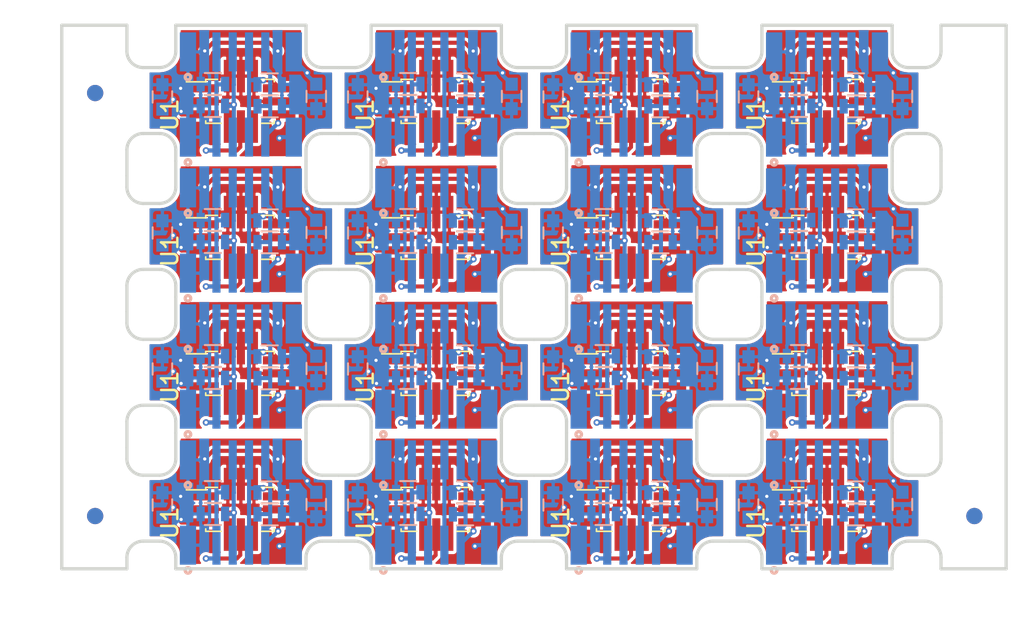
<source format=kicad_pcb>
(kicad_pcb (version 20171130) (host pcbnew "(5.0.0)")
  (layers (0 F.Cu signal) (31 B.Cu signal) (34 B.Paste user) (35 F.Paste user) (36 B.SilkS user) (37 F.SilkS user) (38 B.Mask user) (39 F.Mask user) (44 Edge.Cuts user))
  (net 0 "")
  (net 1 /GND_1M)
  (net 2 /VDD_1M)
  (net 3 "Net-(J1-Pad5)")
  (net 4 "Net-(J1-Pad4)")
  (net 5 "Net-(J1-Pad3)")
  (net 6 "Net-(J1-Pad2)")
  (module custom-footprints:ST_VL53L_HandSoldering (layer F.Cu) (at 147.95 75.560003 90)
    (fp_text reference U1 (at -0.78 -4.36 90) (layer F.SilkS))
    (fp_text value VL53L1X)
    (pad 12 smd rect (at 0.05 -2.35 90) (size 0.5 2) (layers F.Cu F.Paste F.Mask) (net 1 /GND_1M))
    (pad 11 smd rect (at -0.75 -2.35 90) (size 0.5 2) (layers F.Cu F.Paste F.Mask) (net 2 /VDD_1M))
    (pad 10 smd rect (at -1.5 -0.8 90) (size 2 0.5) (layers F.Cu F.Paste F.Mask) (net 5 "Net-(J1-Pad3)"))
    (pad 9 smd rect (at -1.5 0 90) (size 2 0.5) (layers F.Cu F.Paste F.Mask) (net 6 "Net-(J1-Pad2)"))
    (pad 8 smd rect (at -1.5 0.8 90) (size 2 0.5) (layers F.Cu F.Paste F.Mask))
    (pad 7 smd rect (at -0.75 2.35 90) (size 0.5 2) (layers F.Cu F.Paste F.Mask) (net 3 "Net-(J1-Pad5)"))
    (pad 6 smd rect (at 0.05 2.35 90) (size 0.5 2) (layers F.Cu F.Paste F.Mask) (net 1 /GND_1M))
    (pad 5 smd rect (at 0.85 2.35 90) (size 0.5 2) (layers F.Cu F.Paste F.Mask) (net 4 "Net-(J1-Pad4)"))
    (pad 4 smd rect (at 1.6 0.8 90) (size 2 0.5) (layers F.Cu F.Paste F.Mask) (net 1 /GND_1M))
    (pad 3 smd rect (at 1.6 0 90) (size 2 0.5) (layers F.Cu F.Paste F.Mask) (net 1 /GND_1M))
    (pad 2 smd rect (at 1.6 -0.8 90) (size 2 0.5) (layers F.Cu F.Paste F.Mask) (net 1 /GND_1M))
    (pad 1 smd rect (at 0.85 -2.35 90) (size 0.5 2) (layers F.Cu F.Paste F.Mask) (net 2 /VDD_1M))
  )
  (module custom-footprints:ST_VL53L_HandSoldering (layer F.Cu) (at 135.95 75.560003 90)
    (fp_text reference U1 (at -0.78 -4.36 90) (layer F.SilkS))
    (fp_text value VL53L1X)
    (pad 12 smd rect (at 0.05 -2.35 90) (size 0.5 2) (layers F.Cu F.Paste F.Mask) (net 1 /GND_1M))
    (pad 11 smd rect (at -0.75 -2.35 90) (size 0.5 2) (layers F.Cu F.Paste F.Mask) (net 2 /VDD_1M))
    (pad 10 smd rect (at -1.5 -0.8 90) (size 2 0.5) (layers F.Cu F.Paste F.Mask) (net 5 "Net-(J1-Pad3)"))
    (pad 9 smd rect (at -1.5 0 90) (size 2 0.5) (layers F.Cu F.Paste F.Mask) (net 6 "Net-(J1-Pad2)"))
    (pad 8 smd rect (at -1.5 0.8 90) (size 2 0.5) (layers F.Cu F.Paste F.Mask))
    (pad 7 smd rect (at -0.75 2.35 90) (size 0.5 2) (layers F.Cu F.Paste F.Mask) (net 3 "Net-(J1-Pad5)"))
    (pad 6 smd rect (at 0.05 2.35 90) (size 0.5 2) (layers F.Cu F.Paste F.Mask) (net 1 /GND_1M))
    (pad 5 smd rect (at 0.85 2.35 90) (size 0.5 2) (layers F.Cu F.Paste F.Mask) (net 4 "Net-(J1-Pad4)"))
    (pad 4 smd rect (at 1.6 0.8 90) (size 2 0.5) (layers F.Cu F.Paste F.Mask) (net 1 /GND_1M))
    (pad 3 smd rect (at 1.6 0 90) (size 2 0.5) (layers F.Cu F.Paste F.Mask) (net 1 /GND_1M))
    (pad 2 smd rect (at 1.6 -0.8 90) (size 2 0.5) (layers F.Cu F.Paste F.Mask) (net 1 /GND_1M))
    (pad 1 smd rect (at 0.85 -2.35 90) (size 0.5 2) (layers F.Cu F.Paste F.Mask) (net 2 /VDD_1M))
  )
  (module custom-footprints:ST_VL53L_HandSoldering (layer F.Cu) (at 123.95 75.560003 90)
    (fp_text reference U1 (at -0.78 -4.36 90) (layer F.SilkS))
    (fp_text value VL53L1X)
    (pad 12 smd rect (at 0.05 -2.35 90) (size 0.5 2) (layers F.Cu F.Paste F.Mask) (net 1 /GND_1M))
    (pad 11 smd rect (at -0.75 -2.35 90) (size 0.5 2) (layers F.Cu F.Paste F.Mask) (net 2 /VDD_1M))
    (pad 10 smd rect (at -1.5 -0.8 90) (size 2 0.5) (layers F.Cu F.Paste F.Mask) (net 5 "Net-(J1-Pad3)"))
    (pad 9 smd rect (at -1.5 0 90) (size 2 0.5) (layers F.Cu F.Paste F.Mask) (net 6 "Net-(J1-Pad2)"))
    (pad 8 smd rect (at -1.5 0.8 90) (size 2 0.5) (layers F.Cu F.Paste F.Mask))
    (pad 7 smd rect (at -0.75 2.35 90) (size 0.5 2) (layers F.Cu F.Paste F.Mask) (net 3 "Net-(J1-Pad5)"))
    (pad 6 smd rect (at 0.05 2.35 90) (size 0.5 2) (layers F.Cu F.Paste F.Mask) (net 1 /GND_1M))
    (pad 5 smd rect (at 0.85 2.35 90) (size 0.5 2) (layers F.Cu F.Paste F.Mask) (net 4 "Net-(J1-Pad4)"))
    (pad 4 smd rect (at 1.6 0.8 90) (size 2 0.5) (layers F.Cu F.Paste F.Mask) (net 1 /GND_1M))
    (pad 3 smd rect (at 1.6 0 90) (size 2 0.5) (layers F.Cu F.Paste F.Mask) (net 1 /GND_1M))
    (pad 2 smd rect (at 1.6 -0.8 90) (size 2 0.5) (layers F.Cu F.Paste F.Mask) (net 1 /GND_1M))
    (pad 1 smd rect (at 0.85 -2.35 90) (size 0.5 2) (layers F.Cu F.Paste F.Mask) (net 2 /VDD_1M))
  )
  (module custom-footprints:ST_VL53L_HandSoldering (layer F.Cu) (at 111.95 75.560003 90)
    (fp_text reference U1 (at -0.78 -4.36 90) (layer F.SilkS))
    (fp_text value VL53L1X)
    (pad 12 smd rect (at 0.05 -2.35 90) (size 0.5 2) (layers F.Cu F.Paste F.Mask) (net 1 /GND_1M))
    (pad 11 smd rect (at -0.75 -2.35 90) (size 0.5 2) (layers F.Cu F.Paste F.Mask) (net 2 /VDD_1M))
    (pad 10 smd rect (at -1.5 -0.8 90) (size 2 0.5) (layers F.Cu F.Paste F.Mask) (net 5 "Net-(J1-Pad3)"))
    (pad 9 smd rect (at -1.5 0 90) (size 2 0.5) (layers F.Cu F.Paste F.Mask) (net 6 "Net-(J1-Pad2)"))
    (pad 8 smd rect (at -1.5 0.8 90) (size 2 0.5) (layers F.Cu F.Paste F.Mask))
    (pad 7 smd rect (at -0.75 2.35 90) (size 0.5 2) (layers F.Cu F.Paste F.Mask) (net 3 "Net-(J1-Pad5)"))
    (pad 6 smd rect (at 0.05 2.35 90) (size 0.5 2) (layers F.Cu F.Paste F.Mask) (net 1 /GND_1M))
    (pad 5 smd rect (at 0.85 2.35 90) (size 0.5 2) (layers F.Cu F.Paste F.Mask) (net 4 "Net-(J1-Pad4)"))
    (pad 4 smd rect (at 1.6 0.8 90) (size 2 0.5) (layers F.Cu F.Paste F.Mask) (net 1 /GND_1M))
    (pad 3 smd rect (at 1.6 0 90) (size 2 0.5) (layers F.Cu F.Paste F.Mask) (net 1 /GND_1M))
    (pad 2 smd rect (at 1.6 -0.8 90) (size 2 0.5) (layers F.Cu F.Paste F.Mask) (net 1 /GND_1M))
    (pad 1 smd rect (at 0.85 -2.35 90) (size 0.5 2) (layers F.Cu F.Paste F.Mask) (net 2 /VDD_1M))
  )
  (module custom-footprints:ST_VL53L_HandSoldering (layer F.Cu) (at 147.95 83.920002 90)
    (fp_text reference U1 (at -0.78 -4.36 90) (layer F.SilkS))
    (fp_text value VL53L1X)
    (pad 12 smd rect (at 0.05 -2.35 90) (size 0.5 2) (layers F.Cu F.Paste F.Mask) (net 1 /GND_1M))
    (pad 11 smd rect (at -0.75 -2.35 90) (size 0.5 2) (layers F.Cu F.Paste F.Mask) (net 2 /VDD_1M))
    (pad 10 smd rect (at -1.5 -0.8 90) (size 2 0.5) (layers F.Cu F.Paste F.Mask) (net 5 "Net-(J1-Pad3)"))
    (pad 9 smd rect (at -1.5 0 90) (size 2 0.5) (layers F.Cu F.Paste F.Mask) (net 6 "Net-(J1-Pad2)"))
    (pad 8 smd rect (at -1.5 0.8 90) (size 2 0.5) (layers F.Cu F.Paste F.Mask))
    (pad 7 smd rect (at -0.75 2.35 90) (size 0.5 2) (layers F.Cu F.Paste F.Mask) (net 3 "Net-(J1-Pad5)"))
    (pad 6 smd rect (at 0.05 2.35 90) (size 0.5 2) (layers F.Cu F.Paste F.Mask) (net 1 /GND_1M))
    (pad 5 smd rect (at 0.85 2.35 90) (size 0.5 2) (layers F.Cu F.Paste F.Mask) (net 4 "Net-(J1-Pad4)"))
    (pad 4 smd rect (at 1.6 0.8 90) (size 2 0.5) (layers F.Cu F.Paste F.Mask) (net 1 /GND_1M))
    (pad 3 smd rect (at 1.6 0 90) (size 2 0.5) (layers F.Cu F.Paste F.Mask) (net 1 /GND_1M))
    (pad 2 smd rect (at 1.6 -0.8 90) (size 2 0.5) (layers F.Cu F.Paste F.Mask) (net 1 /GND_1M))
    (pad 1 smd rect (at 0.85 -2.35 90) (size 0.5 2) (layers F.Cu F.Paste F.Mask) (net 2 /VDD_1M))
  )
  (module custom-footprints:ST_VL53L_HandSoldering (layer F.Cu) (at 135.95 83.920002 90)
    (fp_text reference U1 (at -0.78 -4.36 90) (layer F.SilkS))
    (fp_text value VL53L1X)
    (pad 12 smd rect (at 0.05 -2.35 90) (size 0.5 2) (layers F.Cu F.Paste F.Mask) (net 1 /GND_1M))
    (pad 11 smd rect (at -0.75 -2.35 90) (size 0.5 2) (layers F.Cu F.Paste F.Mask) (net 2 /VDD_1M))
    (pad 10 smd rect (at -1.5 -0.8 90) (size 2 0.5) (layers F.Cu F.Paste F.Mask) (net 5 "Net-(J1-Pad3)"))
    (pad 9 smd rect (at -1.5 0 90) (size 2 0.5) (layers F.Cu F.Paste F.Mask) (net 6 "Net-(J1-Pad2)"))
    (pad 8 smd rect (at -1.5 0.8 90) (size 2 0.5) (layers F.Cu F.Paste F.Mask))
    (pad 7 smd rect (at -0.75 2.35 90) (size 0.5 2) (layers F.Cu F.Paste F.Mask) (net 3 "Net-(J1-Pad5)"))
    (pad 6 smd rect (at 0.05 2.35 90) (size 0.5 2) (layers F.Cu F.Paste F.Mask) (net 1 /GND_1M))
    (pad 5 smd rect (at 0.85 2.35 90) (size 0.5 2) (layers F.Cu F.Paste F.Mask) (net 4 "Net-(J1-Pad4)"))
    (pad 4 smd rect (at 1.6 0.8 90) (size 2 0.5) (layers F.Cu F.Paste F.Mask) (net 1 /GND_1M))
    (pad 3 smd rect (at 1.6 0 90) (size 2 0.5) (layers F.Cu F.Paste F.Mask) (net 1 /GND_1M))
    (pad 2 smd rect (at 1.6 -0.8 90) (size 2 0.5) (layers F.Cu F.Paste F.Mask) (net 1 /GND_1M))
    (pad 1 smd rect (at 0.85 -2.35 90) (size 0.5 2) (layers F.Cu F.Paste F.Mask) (net 2 /VDD_1M))
  )
  (module custom-footprints:ST_VL53L_HandSoldering (layer F.Cu) (at 123.95 83.920002 90)
    (fp_text reference U1 (at -0.78 -4.36 90) (layer F.SilkS))
    (fp_text value VL53L1X)
    (pad 12 smd rect (at 0.05 -2.35 90) (size 0.5 2) (layers F.Cu F.Paste F.Mask) (net 1 /GND_1M))
    (pad 11 smd rect (at -0.75 -2.35 90) (size 0.5 2) (layers F.Cu F.Paste F.Mask) (net 2 /VDD_1M))
    (pad 10 smd rect (at -1.5 -0.8 90) (size 2 0.5) (layers F.Cu F.Paste F.Mask) (net 5 "Net-(J1-Pad3)"))
    (pad 9 smd rect (at -1.5 0 90) (size 2 0.5) (layers F.Cu F.Paste F.Mask) (net 6 "Net-(J1-Pad2)"))
    (pad 8 smd rect (at -1.5 0.8 90) (size 2 0.5) (layers F.Cu F.Paste F.Mask))
    (pad 7 smd rect (at -0.75 2.35 90) (size 0.5 2) (layers F.Cu F.Paste F.Mask) (net 3 "Net-(J1-Pad5)"))
    (pad 6 smd rect (at 0.05 2.35 90) (size 0.5 2) (layers F.Cu F.Paste F.Mask) (net 1 /GND_1M))
    (pad 5 smd rect (at 0.85 2.35 90) (size 0.5 2) (layers F.Cu F.Paste F.Mask) (net 4 "Net-(J1-Pad4)"))
    (pad 4 smd rect (at 1.6 0.8 90) (size 2 0.5) (layers F.Cu F.Paste F.Mask) (net 1 /GND_1M))
    (pad 3 smd rect (at 1.6 0 90) (size 2 0.5) (layers F.Cu F.Paste F.Mask) (net 1 /GND_1M))
    (pad 2 smd rect (at 1.6 -0.8 90) (size 2 0.5) (layers F.Cu F.Paste F.Mask) (net 1 /GND_1M))
    (pad 1 smd rect (at 0.85 -2.35 90) (size 0.5 2) (layers F.Cu F.Paste F.Mask) (net 2 /VDD_1M))
  )
  (module custom-footprints:ST_VL53L_HandSoldering (layer F.Cu) (at 111.95 83.920002 90)
    (fp_text reference U1 (at -0.78 -4.36 90) (layer F.SilkS))
    (fp_text value VL53L1X)
    (pad 12 smd rect (at 0.05 -2.35 90) (size 0.5 2) (layers F.Cu F.Paste F.Mask) (net 1 /GND_1M))
    (pad 11 smd rect (at -0.75 -2.35 90) (size 0.5 2) (layers F.Cu F.Paste F.Mask) (net 2 /VDD_1M))
    (pad 10 smd rect (at -1.5 -0.8 90) (size 2 0.5) (layers F.Cu F.Paste F.Mask) (net 5 "Net-(J1-Pad3)"))
    (pad 9 smd rect (at -1.5 0 90) (size 2 0.5) (layers F.Cu F.Paste F.Mask) (net 6 "Net-(J1-Pad2)"))
    (pad 8 smd rect (at -1.5 0.8 90) (size 2 0.5) (layers F.Cu F.Paste F.Mask))
    (pad 7 smd rect (at -0.75 2.35 90) (size 0.5 2) (layers F.Cu F.Paste F.Mask) (net 3 "Net-(J1-Pad5)"))
    (pad 6 smd rect (at 0.05 2.35 90) (size 0.5 2) (layers F.Cu F.Paste F.Mask) (net 1 /GND_1M))
    (pad 5 smd rect (at 0.85 2.35 90) (size 0.5 2) (layers F.Cu F.Paste F.Mask) (net 4 "Net-(J1-Pad4)"))
    (pad 4 smd rect (at 1.6 0.8 90) (size 2 0.5) (layers F.Cu F.Paste F.Mask) (net 1 /GND_1M))
    (pad 3 smd rect (at 1.6 0 90) (size 2 0.5) (layers F.Cu F.Paste F.Mask) (net 1 /GND_1M))
    (pad 2 smd rect (at 1.6 -0.8 90) (size 2 0.5) (layers F.Cu F.Paste F.Mask) (net 1 /GND_1M))
    (pad 1 smd rect (at 0.85 -2.35 90) (size 0.5 2) (layers F.Cu F.Paste F.Mask) (net 2 /VDD_1M))
  )
  (module custom-footprints:ST_VL53L_HandSoldering (layer F.Cu) (at 147.95 92.280001 90)
    (fp_text reference U1 (at -0.78 -4.36 90) (layer F.SilkS))
    (fp_text value VL53L1X)
    (pad 12 smd rect (at 0.05 -2.35 90) (size 0.5 2) (layers F.Cu F.Paste F.Mask) (net 1 /GND_1M))
    (pad 11 smd rect (at -0.75 -2.35 90) (size 0.5 2) (layers F.Cu F.Paste F.Mask) (net 2 /VDD_1M))
    (pad 10 smd rect (at -1.5 -0.8 90) (size 2 0.5) (layers F.Cu F.Paste F.Mask) (net 5 "Net-(J1-Pad3)"))
    (pad 9 smd rect (at -1.5 0 90) (size 2 0.5) (layers F.Cu F.Paste F.Mask) (net 6 "Net-(J1-Pad2)"))
    (pad 8 smd rect (at -1.5 0.8 90) (size 2 0.5) (layers F.Cu F.Paste F.Mask))
    (pad 7 smd rect (at -0.75 2.35 90) (size 0.5 2) (layers F.Cu F.Paste F.Mask) (net 3 "Net-(J1-Pad5)"))
    (pad 6 smd rect (at 0.05 2.35 90) (size 0.5 2) (layers F.Cu F.Paste F.Mask) (net 1 /GND_1M))
    (pad 5 smd rect (at 0.85 2.35 90) (size 0.5 2) (layers F.Cu F.Paste F.Mask) (net 4 "Net-(J1-Pad4)"))
    (pad 4 smd rect (at 1.6 0.8 90) (size 2 0.5) (layers F.Cu F.Paste F.Mask) (net 1 /GND_1M))
    (pad 3 smd rect (at 1.6 0 90) (size 2 0.5) (layers F.Cu F.Paste F.Mask) (net 1 /GND_1M))
    (pad 2 smd rect (at 1.6 -0.8 90) (size 2 0.5) (layers F.Cu F.Paste F.Mask) (net 1 /GND_1M))
    (pad 1 smd rect (at 0.85 -2.35 90) (size 0.5 2) (layers F.Cu F.Paste F.Mask) (net 2 /VDD_1M))
  )
  (module custom-footprints:ST_VL53L_HandSoldering (layer F.Cu) (at 135.95 92.280001 90)
    (fp_text reference U1 (at -0.78 -4.36 90) (layer F.SilkS))
    (fp_text value VL53L1X)
    (pad 12 smd rect (at 0.05 -2.35 90) (size 0.5 2) (layers F.Cu F.Paste F.Mask) (net 1 /GND_1M))
    (pad 11 smd rect (at -0.75 -2.35 90) (size 0.5 2) (layers F.Cu F.Paste F.Mask) (net 2 /VDD_1M))
    (pad 10 smd rect (at -1.5 -0.8 90) (size 2 0.5) (layers F.Cu F.Paste F.Mask) (net 5 "Net-(J1-Pad3)"))
    (pad 9 smd rect (at -1.5 0 90) (size 2 0.5) (layers F.Cu F.Paste F.Mask) (net 6 "Net-(J1-Pad2)"))
    (pad 8 smd rect (at -1.5 0.8 90) (size 2 0.5) (layers F.Cu F.Paste F.Mask))
    (pad 7 smd rect (at -0.75 2.35 90) (size 0.5 2) (layers F.Cu F.Paste F.Mask) (net 3 "Net-(J1-Pad5)"))
    (pad 6 smd rect (at 0.05 2.35 90) (size 0.5 2) (layers F.Cu F.Paste F.Mask) (net 1 /GND_1M))
    (pad 5 smd rect (at 0.85 2.35 90) (size 0.5 2) (layers F.Cu F.Paste F.Mask) (net 4 "Net-(J1-Pad4)"))
    (pad 4 smd rect (at 1.6 0.8 90) (size 2 0.5) (layers F.Cu F.Paste F.Mask) (net 1 /GND_1M))
    (pad 3 smd rect (at 1.6 0 90) (size 2 0.5) (layers F.Cu F.Paste F.Mask) (net 1 /GND_1M))
    (pad 2 smd rect (at 1.6 -0.8 90) (size 2 0.5) (layers F.Cu F.Paste F.Mask) (net 1 /GND_1M))
    (pad 1 smd rect (at 0.85 -2.35 90) (size 0.5 2) (layers F.Cu F.Paste F.Mask) (net 2 /VDD_1M))
  )
  (module custom-footprints:ST_VL53L_HandSoldering (layer F.Cu) (at 123.95 92.280001 90)
    (fp_text reference U1 (at -0.78 -4.36 90) (layer F.SilkS))
    (fp_text value VL53L1X)
    (pad 12 smd rect (at 0.05 -2.35 90) (size 0.5 2) (layers F.Cu F.Paste F.Mask) (net 1 /GND_1M))
    (pad 11 smd rect (at -0.75 -2.35 90) (size 0.5 2) (layers F.Cu F.Paste F.Mask) (net 2 /VDD_1M))
    (pad 10 smd rect (at -1.5 -0.8 90) (size 2 0.5) (layers F.Cu F.Paste F.Mask) (net 5 "Net-(J1-Pad3)"))
    (pad 9 smd rect (at -1.5 0 90) (size 2 0.5) (layers F.Cu F.Paste F.Mask) (net 6 "Net-(J1-Pad2)"))
    (pad 8 smd rect (at -1.5 0.8 90) (size 2 0.5) (layers F.Cu F.Paste F.Mask))
    (pad 7 smd rect (at -0.75 2.35 90) (size 0.5 2) (layers F.Cu F.Paste F.Mask) (net 3 "Net-(J1-Pad5)"))
    (pad 6 smd rect (at 0.05 2.35 90) (size 0.5 2) (layers F.Cu F.Paste F.Mask) (net 1 /GND_1M))
    (pad 5 smd rect (at 0.85 2.35 90) (size 0.5 2) (layers F.Cu F.Paste F.Mask) (net 4 "Net-(J1-Pad4)"))
    (pad 4 smd rect (at 1.6 0.8 90) (size 2 0.5) (layers F.Cu F.Paste F.Mask) (net 1 /GND_1M))
    (pad 3 smd rect (at 1.6 0 90) (size 2 0.5) (layers F.Cu F.Paste F.Mask) (net 1 /GND_1M))
    (pad 2 smd rect (at 1.6 -0.8 90) (size 2 0.5) (layers F.Cu F.Paste F.Mask) (net 1 /GND_1M))
    (pad 1 smd rect (at 0.85 -2.35 90) (size 0.5 2) (layers F.Cu F.Paste F.Mask) (net 2 /VDD_1M))
  )
  (module custom-footprints:ST_VL53L_HandSoldering (layer F.Cu) (at 111.95 92.280001 90)
    (fp_text reference U1 (at -0.78 -4.36 90) (layer F.SilkS))
    (fp_text value VL53L1X)
    (pad 12 smd rect (at 0.05 -2.35 90) (size 0.5 2) (layers F.Cu F.Paste F.Mask) (net 1 /GND_1M))
    (pad 11 smd rect (at -0.75 -2.35 90) (size 0.5 2) (layers F.Cu F.Paste F.Mask) (net 2 /VDD_1M))
    (pad 10 smd rect (at -1.5 -0.8 90) (size 2 0.5) (layers F.Cu F.Paste F.Mask) (net 5 "Net-(J1-Pad3)"))
    (pad 9 smd rect (at -1.5 0 90) (size 2 0.5) (layers F.Cu F.Paste F.Mask) (net 6 "Net-(J1-Pad2)"))
    (pad 8 smd rect (at -1.5 0.8 90) (size 2 0.5) (layers F.Cu F.Paste F.Mask))
    (pad 7 smd rect (at -0.75 2.35 90) (size 0.5 2) (layers F.Cu F.Paste F.Mask) (net 3 "Net-(J1-Pad5)"))
    (pad 6 smd rect (at 0.05 2.35 90) (size 0.5 2) (layers F.Cu F.Paste F.Mask) (net 1 /GND_1M))
    (pad 5 smd rect (at 0.85 2.35 90) (size 0.5 2) (layers F.Cu F.Paste F.Mask) (net 4 "Net-(J1-Pad4)"))
    (pad 4 smd rect (at 1.6 0.8 90) (size 2 0.5) (layers F.Cu F.Paste F.Mask) (net 1 /GND_1M))
    (pad 3 smd rect (at 1.6 0 90) (size 2 0.5) (layers F.Cu F.Paste F.Mask) (net 1 /GND_1M))
    (pad 2 smd rect (at 1.6 -0.8 90) (size 2 0.5) (layers F.Cu F.Paste F.Mask) (net 1 /GND_1M))
    (pad 1 smd rect (at 0.85 -2.35 90) (size 0.5 2) (layers F.Cu F.Paste F.Mask) (net 2 /VDD_1M))
  )
  (module custom-footprints:ST_VL53L_HandSoldering (layer F.Cu) (at 147.95 100.64 90)
    (fp_text reference U1 (at -0.78 -4.36 90) (layer F.SilkS))
    (fp_text value VL53L1X)
    (pad 12 smd rect (at 0.05 -2.35 90) (size 0.5 2) (layers F.Cu F.Paste F.Mask) (net 1 /GND_1M))
    (pad 11 smd rect (at -0.75 -2.35 90) (size 0.5 2) (layers F.Cu F.Paste F.Mask) (net 2 /VDD_1M))
    (pad 10 smd rect (at -1.5 -0.8 90) (size 2 0.5) (layers F.Cu F.Paste F.Mask) (net 5 "Net-(J1-Pad3)"))
    (pad 9 smd rect (at -1.5 0 90) (size 2 0.5) (layers F.Cu F.Paste F.Mask) (net 6 "Net-(J1-Pad2)"))
    (pad 8 smd rect (at -1.5 0.8 90) (size 2 0.5) (layers F.Cu F.Paste F.Mask))
    (pad 7 smd rect (at -0.75 2.35 90) (size 0.5 2) (layers F.Cu F.Paste F.Mask) (net 3 "Net-(J1-Pad5)"))
    (pad 6 smd rect (at 0.05 2.35 90) (size 0.5 2) (layers F.Cu F.Paste F.Mask) (net 1 /GND_1M))
    (pad 5 smd rect (at 0.85 2.35 90) (size 0.5 2) (layers F.Cu F.Paste F.Mask) (net 4 "Net-(J1-Pad4)"))
    (pad 4 smd rect (at 1.6 0.8 90) (size 2 0.5) (layers F.Cu F.Paste F.Mask) (net 1 /GND_1M))
    (pad 3 smd rect (at 1.6 0 90) (size 2 0.5) (layers F.Cu F.Paste F.Mask) (net 1 /GND_1M))
    (pad 2 smd rect (at 1.6 -0.8 90) (size 2 0.5) (layers F.Cu F.Paste F.Mask) (net 1 /GND_1M))
    (pad 1 smd rect (at 0.85 -2.35 90) (size 0.5 2) (layers F.Cu F.Paste F.Mask) (net 2 /VDD_1M))
  )
  (module custom-footprints:ST_VL53L_HandSoldering (layer F.Cu) (at 135.95 100.64 90)
    (fp_text reference U1 (at -0.78 -4.36 90) (layer F.SilkS))
    (fp_text value VL53L1X)
    (pad 12 smd rect (at 0.05 -2.35 90) (size 0.5 2) (layers F.Cu F.Paste F.Mask) (net 1 /GND_1M))
    (pad 11 smd rect (at -0.75 -2.35 90) (size 0.5 2) (layers F.Cu F.Paste F.Mask) (net 2 /VDD_1M))
    (pad 10 smd rect (at -1.5 -0.8 90) (size 2 0.5) (layers F.Cu F.Paste F.Mask) (net 5 "Net-(J1-Pad3)"))
    (pad 9 smd rect (at -1.5 0 90) (size 2 0.5) (layers F.Cu F.Paste F.Mask) (net 6 "Net-(J1-Pad2)"))
    (pad 8 smd rect (at -1.5 0.8 90) (size 2 0.5) (layers F.Cu F.Paste F.Mask))
    (pad 7 smd rect (at -0.75 2.35 90) (size 0.5 2) (layers F.Cu F.Paste F.Mask) (net 3 "Net-(J1-Pad5)"))
    (pad 6 smd rect (at 0.05 2.35 90) (size 0.5 2) (layers F.Cu F.Paste F.Mask) (net 1 /GND_1M))
    (pad 5 smd rect (at 0.85 2.35 90) (size 0.5 2) (layers F.Cu F.Paste F.Mask) (net 4 "Net-(J1-Pad4)"))
    (pad 4 smd rect (at 1.6 0.8 90) (size 2 0.5) (layers F.Cu F.Paste F.Mask) (net 1 /GND_1M))
    (pad 3 smd rect (at 1.6 0 90) (size 2 0.5) (layers F.Cu F.Paste F.Mask) (net 1 /GND_1M))
    (pad 2 smd rect (at 1.6 -0.8 90) (size 2 0.5) (layers F.Cu F.Paste F.Mask) (net 1 /GND_1M))
    (pad 1 smd rect (at 0.85 -2.35 90) (size 0.5 2) (layers F.Cu F.Paste F.Mask) (net 2 /VDD_1M))
  )
  (module custom-footprints:ST_VL53L_HandSoldering (layer F.Cu) (at 123.95 100.64 90)
    (fp_text reference U1 (at -0.78 -4.36 90) (layer F.SilkS))
    (fp_text value VL53L1X)
    (pad 12 smd rect (at 0.05 -2.35 90) (size 0.5 2) (layers F.Cu F.Paste F.Mask) (net 1 /GND_1M))
    (pad 11 smd rect (at -0.75 -2.35 90) (size 0.5 2) (layers F.Cu F.Paste F.Mask) (net 2 /VDD_1M))
    (pad 10 smd rect (at -1.5 -0.8 90) (size 2 0.5) (layers F.Cu F.Paste F.Mask) (net 5 "Net-(J1-Pad3)"))
    (pad 9 smd rect (at -1.5 0 90) (size 2 0.5) (layers F.Cu F.Paste F.Mask) (net 6 "Net-(J1-Pad2)"))
    (pad 8 smd rect (at -1.5 0.8 90) (size 2 0.5) (layers F.Cu F.Paste F.Mask))
    (pad 7 smd rect (at -0.75 2.35 90) (size 0.5 2) (layers F.Cu F.Paste F.Mask) (net 3 "Net-(J1-Pad5)"))
    (pad 6 smd rect (at 0.05 2.35 90) (size 0.5 2) (layers F.Cu F.Paste F.Mask) (net 1 /GND_1M))
    (pad 5 smd rect (at 0.85 2.35 90) (size 0.5 2) (layers F.Cu F.Paste F.Mask) (net 4 "Net-(J1-Pad4)"))
    (pad 4 smd rect (at 1.6 0.8 90) (size 2 0.5) (layers F.Cu F.Paste F.Mask) (net 1 /GND_1M))
    (pad 3 smd rect (at 1.6 0 90) (size 2 0.5) (layers F.Cu F.Paste F.Mask) (net 1 /GND_1M))
    (pad 2 smd rect (at 1.6 -0.8 90) (size 2 0.5) (layers F.Cu F.Paste F.Mask) (net 1 /GND_1M))
    (pad 1 smd rect (at 0.85 -2.35 90) (size 0.5 2) (layers F.Cu F.Paste F.Mask) (net 2 /VDD_1M))
  )
  (module custom-footprints:ST_VL53L_HandSoldering (layer F.Cu) (at 111.95 100.64 90)
    (fp_text reference U1 (at -0.78 -4.36 90) (layer F.SilkS))
    (fp_text value VL53L1X)
    (pad 12 smd rect (at 0.05 -2.35 90) (size 0.5 2) (layers F.Cu F.Paste F.Mask) (net 1 /GND_1M))
    (pad 11 smd rect (at -0.75 -2.35 90) (size 0.5 2) (layers F.Cu F.Paste F.Mask) (net 2 /VDD_1M))
    (pad 10 smd rect (at -1.5 -0.8 90) (size 2 0.5) (layers F.Cu F.Paste F.Mask) (net 5 "Net-(J1-Pad3)"))
    (pad 9 smd rect (at -1.5 0 90) (size 2 0.5) (layers F.Cu F.Paste F.Mask) (net 6 "Net-(J1-Pad2)"))
    (pad 8 smd rect (at -1.5 0.8 90) (size 2 0.5) (layers F.Cu F.Paste F.Mask))
    (pad 7 smd rect (at -0.75 2.35 90) (size 0.5 2) (layers F.Cu F.Paste F.Mask) (net 3 "Net-(J1-Pad5)"))
    (pad 6 smd rect (at 0.05 2.35 90) (size 0.5 2) (layers F.Cu F.Paste F.Mask) (net 1 /GND_1M))
    (pad 5 smd rect (at 0.85 2.35 90) (size 0.5 2) (layers F.Cu F.Paste F.Mask) (net 4 "Net-(J1-Pad4)"))
    (pad 4 smd rect (at 1.6 0.8 90) (size 2 0.5) (layers F.Cu F.Paste F.Mask) (net 1 /GND_1M))
    (pad 3 smd rect (at 1.6 0 90) (size 2 0.5) (layers F.Cu F.Paste F.Mask) (net 1 /GND_1M))
    (pad 2 smd rect (at 1.6 -0.8 90) (size 2 0.5) (layers F.Cu F.Paste F.Mask) (net 1 /GND_1M))
    (pad 1 smd rect (at 0.85 -2.35 90) (size 0.5 2) (layers F.Cu F.Paste F.Mask) (net 2 /VDD_1M))
  )
  (module Resistors_SMD:R_0603 (layer B.Cu) (at 146.23 75.790003 180)
    (fp_text reference R6 hide)
    (fp_text value 10k hide)
    (pad 1 smd rect (at -0.75 0 180) (size 0.5 0.9) (layers B.Cu B.Paste B.Mask) (net 5 "Net-(J1-Pad3)"))
    (pad 2 smd rect (at 0.75 0 180) (size 0.5 0.9) (layers B.Cu B.Paste B.Mask) (net 2 /VDD_1M))
  )
  (module Resistors_SMD:R_0603 (layer B.Cu) (at 134.23 75.790003 180)
    (fp_text reference R6 hide)
    (fp_text value 10k hide)
    (pad 1 smd rect (at -0.75 0 180) (size 0.5 0.9) (layers B.Cu B.Paste B.Mask) (net 5 "Net-(J1-Pad3)"))
    (pad 2 smd rect (at 0.75 0 180) (size 0.5 0.9) (layers B.Cu B.Paste B.Mask) (net 2 /VDD_1M))
  )
  (module Resistors_SMD:R_0603 (layer B.Cu) (at 122.23 75.790003 180)
    (fp_text reference R6 hide)
    (fp_text value 10k hide)
    (pad 1 smd rect (at -0.75 0 180) (size 0.5 0.9) (layers B.Cu B.Paste B.Mask) (net 5 "Net-(J1-Pad3)"))
    (pad 2 smd rect (at 0.75 0 180) (size 0.5 0.9) (layers B.Cu B.Paste B.Mask) (net 2 /VDD_1M))
  )
  (module Resistors_SMD:R_0603 (layer B.Cu) (at 110.23 75.790003 180)
    (fp_text reference R6 hide)
    (fp_text value 10k hide)
    (pad 1 smd rect (at -0.75 0 180) (size 0.5 0.9) (layers B.Cu B.Paste B.Mask) (net 5 "Net-(J1-Pad3)"))
    (pad 2 smd rect (at 0.75 0 180) (size 0.5 0.9) (layers B.Cu B.Paste B.Mask) (net 2 /VDD_1M))
  )
  (module Resistors_SMD:R_0603 (layer B.Cu) (at 146.23 84.150002 180)
    (fp_text reference R6 hide)
    (fp_text value 10k hide)
    (pad 1 smd rect (at -0.75 0 180) (size 0.5 0.9) (layers B.Cu B.Paste B.Mask) (net 5 "Net-(J1-Pad3)"))
    (pad 2 smd rect (at 0.75 0 180) (size 0.5 0.9) (layers B.Cu B.Paste B.Mask) (net 2 /VDD_1M))
  )
  (module Resistors_SMD:R_0603 (layer B.Cu) (at 134.23 84.150002 180)
    (fp_text reference R6 hide)
    (fp_text value 10k hide)
    (pad 1 smd rect (at -0.75 0 180) (size 0.5 0.9) (layers B.Cu B.Paste B.Mask) (net 5 "Net-(J1-Pad3)"))
    (pad 2 smd rect (at 0.75 0 180) (size 0.5 0.9) (layers B.Cu B.Paste B.Mask) (net 2 /VDD_1M))
  )
  (module Resistors_SMD:R_0603 (layer B.Cu) (at 122.23 84.150002 180)
    (fp_text reference R6 hide)
    (fp_text value 10k hide)
    (pad 1 smd rect (at -0.75 0 180) (size 0.5 0.9) (layers B.Cu B.Paste B.Mask) (net 5 "Net-(J1-Pad3)"))
    (pad 2 smd rect (at 0.75 0 180) (size 0.5 0.9) (layers B.Cu B.Paste B.Mask) (net 2 /VDD_1M))
  )
  (module Resistors_SMD:R_0603 (layer B.Cu) (at 110.23 84.150002 180)
    (fp_text reference R6 hide)
    (fp_text value 10k hide)
    (pad 1 smd rect (at -0.75 0 180) (size 0.5 0.9) (layers B.Cu B.Paste B.Mask) (net 5 "Net-(J1-Pad3)"))
    (pad 2 smd rect (at 0.75 0 180) (size 0.5 0.9) (layers B.Cu B.Paste B.Mask) (net 2 /VDD_1M))
  )
  (module Resistors_SMD:R_0603 (layer B.Cu) (at 146.23 92.510001 180)
    (fp_text reference R6 hide)
    (fp_text value 10k hide)
    (pad 1 smd rect (at -0.75 0 180) (size 0.5 0.9) (layers B.Cu B.Paste B.Mask) (net 5 "Net-(J1-Pad3)"))
    (pad 2 smd rect (at 0.75 0 180) (size 0.5 0.9) (layers B.Cu B.Paste B.Mask) (net 2 /VDD_1M))
  )
  (module Resistors_SMD:R_0603 (layer B.Cu) (at 134.23 92.510001 180)
    (fp_text reference R6 hide)
    (fp_text value 10k hide)
    (pad 1 smd rect (at -0.75 0 180) (size 0.5 0.9) (layers B.Cu B.Paste B.Mask) (net 5 "Net-(J1-Pad3)"))
    (pad 2 smd rect (at 0.75 0 180) (size 0.5 0.9) (layers B.Cu B.Paste B.Mask) (net 2 /VDD_1M))
  )
  (module Resistors_SMD:R_0603 (layer B.Cu) (at 122.23 92.510001 180)
    (fp_text reference R6 hide)
    (fp_text value 10k hide)
    (pad 1 smd rect (at -0.75 0 180) (size 0.5 0.9) (layers B.Cu B.Paste B.Mask) (net 5 "Net-(J1-Pad3)"))
    (pad 2 smd rect (at 0.75 0 180) (size 0.5 0.9) (layers B.Cu B.Paste B.Mask) (net 2 /VDD_1M))
  )
  (module Resistors_SMD:R_0603 (layer B.Cu) (at 110.23 92.510001 180)
    (fp_text reference R6 hide)
    (fp_text value 10k hide)
    (pad 1 smd rect (at -0.75 0 180) (size 0.5 0.9) (layers B.Cu B.Paste B.Mask) (net 5 "Net-(J1-Pad3)"))
    (pad 2 smd rect (at 0.75 0 180) (size 0.5 0.9) (layers B.Cu B.Paste B.Mask) (net 2 /VDD_1M))
  )
  (module Resistors_SMD:R_0603 (layer B.Cu) (at 146.23 100.87 180)
    (fp_text reference R6 hide)
    (fp_text value 10k hide)
    (pad 1 smd rect (at -0.75 0 180) (size 0.5 0.9) (layers B.Cu B.Paste B.Mask) (net 5 "Net-(J1-Pad3)"))
    (pad 2 smd rect (at 0.75 0 180) (size 0.5 0.9) (layers B.Cu B.Paste B.Mask) (net 2 /VDD_1M))
  )
  (module Resistors_SMD:R_0603 (layer B.Cu) (at 134.23 100.87 180)
    (fp_text reference R6 hide)
    (fp_text value 10k hide)
    (pad 1 smd rect (at -0.75 0 180) (size 0.5 0.9) (layers B.Cu B.Paste B.Mask) (net 5 "Net-(J1-Pad3)"))
    (pad 2 smd rect (at 0.75 0 180) (size 0.5 0.9) (layers B.Cu B.Paste B.Mask) (net 2 /VDD_1M))
  )
  (module Resistors_SMD:R_0603 (layer B.Cu) (at 122.23 100.87 180)
    (fp_text reference R6 hide)
    (fp_text value 10k hide)
    (pad 1 smd rect (at -0.75 0 180) (size 0.5 0.9) (layers B.Cu B.Paste B.Mask) (net 5 "Net-(J1-Pad3)"))
    (pad 2 smd rect (at 0.75 0 180) (size 0.5 0.9) (layers B.Cu B.Paste B.Mask) (net 2 /VDD_1M))
  )
  (module Resistors_SMD:R_0603 (layer B.Cu) (at 146.23 74.450003 180)
    (fp_text reference R5 hide)
    (fp_text value 10k hide)
    (pad 1 smd rect (at -0.75 0 180) (size 0.5 0.9) (layers B.Cu B.Paste B.Mask) (net 6 "Net-(J1-Pad2)"))
    (pad 2 smd rect (at 0.75 0 180) (size 0.5 0.9) (layers B.Cu B.Paste B.Mask) (net 2 /VDD_1M))
  )
  (module Resistors_SMD:R_0603 (layer B.Cu) (at 134.23 74.450003 180)
    (fp_text reference R5 hide)
    (fp_text value 10k hide)
    (pad 1 smd rect (at -0.75 0 180) (size 0.5 0.9) (layers B.Cu B.Paste B.Mask) (net 6 "Net-(J1-Pad2)"))
    (pad 2 smd rect (at 0.75 0 180) (size 0.5 0.9) (layers B.Cu B.Paste B.Mask) (net 2 /VDD_1M))
  )
  (module Resistors_SMD:R_0603 (layer B.Cu) (at 122.23 74.450003 180)
    (fp_text reference R5 hide)
    (fp_text value 10k hide)
    (pad 1 smd rect (at -0.75 0 180) (size 0.5 0.9) (layers B.Cu B.Paste B.Mask) (net 6 "Net-(J1-Pad2)"))
    (pad 2 smd rect (at 0.75 0 180) (size 0.5 0.9) (layers B.Cu B.Paste B.Mask) (net 2 /VDD_1M))
  )
  (module Resistors_SMD:R_0603 (layer B.Cu) (at 110.23 74.450003 180)
    (fp_text reference R5 hide)
    (fp_text value 10k hide)
    (pad 1 smd rect (at -0.75 0 180) (size 0.5 0.9) (layers B.Cu B.Paste B.Mask) (net 6 "Net-(J1-Pad2)"))
    (pad 2 smd rect (at 0.75 0 180) (size 0.5 0.9) (layers B.Cu B.Paste B.Mask) (net 2 /VDD_1M))
  )
  (module Resistors_SMD:R_0603 (layer B.Cu) (at 146.23 82.810002 180)
    (fp_text reference R5 hide)
    (fp_text value 10k hide)
    (pad 1 smd rect (at -0.75 0 180) (size 0.5 0.9) (layers B.Cu B.Paste B.Mask) (net 6 "Net-(J1-Pad2)"))
    (pad 2 smd rect (at 0.75 0 180) (size 0.5 0.9) (layers B.Cu B.Paste B.Mask) (net 2 /VDD_1M))
  )
  (module Resistors_SMD:R_0603 (layer B.Cu) (at 134.23 82.810002 180)
    (fp_text reference R5 hide)
    (fp_text value 10k hide)
    (pad 1 smd rect (at -0.75 0 180) (size 0.5 0.9) (layers B.Cu B.Paste B.Mask) (net 6 "Net-(J1-Pad2)"))
    (pad 2 smd rect (at 0.75 0 180) (size 0.5 0.9) (layers B.Cu B.Paste B.Mask) (net 2 /VDD_1M))
  )
  (module Resistors_SMD:R_0603 (layer B.Cu) (at 122.23 82.810002 180)
    (fp_text reference R5 hide)
    (fp_text value 10k hide)
    (pad 1 smd rect (at -0.75 0 180) (size 0.5 0.9) (layers B.Cu B.Paste B.Mask) (net 6 "Net-(J1-Pad2)"))
    (pad 2 smd rect (at 0.75 0 180) (size 0.5 0.9) (layers B.Cu B.Paste B.Mask) (net 2 /VDD_1M))
  )
  (module Resistors_SMD:R_0603 (layer B.Cu) (at 110.23 82.810002 180)
    (fp_text reference R5 hide)
    (fp_text value 10k hide)
    (pad 1 smd rect (at -0.75 0 180) (size 0.5 0.9) (layers B.Cu B.Paste B.Mask) (net 6 "Net-(J1-Pad2)"))
    (pad 2 smd rect (at 0.75 0 180) (size 0.5 0.9) (layers B.Cu B.Paste B.Mask) (net 2 /VDD_1M))
  )
  (module Resistors_SMD:R_0603 (layer B.Cu) (at 146.23 91.170001 180)
    (fp_text reference R5 hide)
    (fp_text value 10k hide)
    (pad 1 smd rect (at -0.75 0 180) (size 0.5 0.9) (layers B.Cu B.Paste B.Mask) (net 6 "Net-(J1-Pad2)"))
    (pad 2 smd rect (at 0.75 0 180) (size 0.5 0.9) (layers B.Cu B.Paste B.Mask) (net 2 /VDD_1M))
  )
  (module Resistors_SMD:R_0603 (layer B.Cu) (at 134.23 91.170001 180)
    (fp_text reference R5 hide)
    (fp_text value 10k hide)
    (pad 1 smd rect (at -0.75 0 180) (size 0.5 0.9) (layers B.Cu B.Paste B.Mask) (net 6 "Net-(J1-Pad2)"))
    (pad 2 smd rect (at 0.75 0 180) (size 0.5 0.9) (layers B.Cu B.Paste B.Mask) (net 2 /VDD_1M))
  )
  (module Resistors_SMD:R_0603 (layer B.Cu) (at 122.23 91.170001 180)
    (fp_text reference R5 hide)
    (fp_text value 10k hide)
    (pad 1 smd rect (at -0.75 0 180) (size 0.5 0.9) (layers B.Cu B.Paste B.Mask) (net 6 "Net-(J1-Pad2)"))
    (pad 2 smd rect (at 0.75 0 180) (size 0.5 0.9) (layers B.Cu B.Paste B.Mask) (net 2 /VDD_1M))
  )
  (module Resistors_SMD:R_0603 (layer B.Cu) (at 110.23 91.170001 180)
    (fp_text reference R5 hide)
    (fp_text value 10k hide)
    (pad 1 smd rect (at -0.75 0 180) (size 0.5 0.9) (layers B.Cu B.Paste B.Mask) (net 6 "Net-(J1-Pad2)"))
    (pad 2 smd rect (at 0.75 0 180) (size 0.5 0.9) (layers B.Cu B.Paste B.Mask) (net 2 /VDD_1M))
  )
  (module Resistors_SMD:R_0603 (layer B.Cu) (at 146.23 99.53 180)
    (fp_text reference R5 hide)
    (fp_text value 10k hide)
    (pad 1 smd rect (at -0.75 0 180) (size 0.5 0.9) (layers B.Cu B.Paste B.Mask) (net 6 "Net-(J1-Pad2)"))
    (pad 2 smd rect (at 0.75 0 180) (size 0.5 0.9) (layers B.Cu B.Paste B.Mask) (net 2 /VDD_1M))
  )
  (module Resistors_SMD:R_0603 (layer B.Cu) (at 134.23 99.53 180)
    (fp_text reference R5 hide)
    (fp_text value 10k hide)
    (pad 1 smd rect (at -0.75 0 180) (size 0.5 0.9) (layers B.Cu B.Paste B.Mask) (net 6 "Net-(J1-Pad2)"))
    (pad 2 smd rect (at 0.75 0 180) (size 0.5 0.9) (layers B.Cu B.Paste B.Mask) (net 2 /VDD_1M))
  )
  (module Resistors_SMD:R_0603 (layer B.Cu) (at 122.23 99.53 180)
    (fp_text reference R5 hide)
    (fp_text value 10k hide)
    (pad 1 smd rect (at -0.75 0 180) (size 0.5 0.9) (layers B.Cu B.Paste B.Mask) (net 6 "Net-(J1-Pad2)"))
    (pad 2 smd rect (at 0.75 0 180) (size 0.5 0.9) (layers B.Cu B.Paste B.Mask) (net 2 /VDD_1M))
  )
  (module custom-footprints:CONN_Module (layer B.Cu) (at 147.95 78.410003)
    (fp_text reference J1 hide)
    (fp_text value CONN_01X06 hide)
    (pad 1 smd rect (at -3.25 -0.7) (size 1 2.4) (layers B.Cu B.Mask) (net 2 /VDD_1M))
    (pad 6 smd rect (at 3.25 -0.7) (size 1 2.4) (layers B.Cu B.Mask) (net 1 /GND_1M))
    (pad 2 smd rect (at -1.5 -0.7) (size 0.5 2.4) (layers B.Cu B.Mask) (net 6 "Net-(J1-Pad2)"))
    (pad 3 smd rect (at -0.5 -0.7) (size 0.5 2.4) (layers B.Cu B.Mask) (net 5 "Net-(J1-Pad3)"))
    (pad 4 smd rect (at 0.5 -0.7) (size 0.5 2.4) (layers B.Cu B.Mask) (net 4 "Net-(J1-Pad4)"))
    (pad 5 smd rect (at 1.5 -0.7) (size 0.5 2.4) (layers B.Cu B.Mask) (net 3 "Net-(J1-Pad5)"))
  )
  (module custom-footprints:CONN_Module (layer B.Cu) (at 135.95 78.410003)
    (fp_text reference J1 hide)
    (fp_text value CONN_01X06 hide)
    (pad 1 smd rect (at -3.25 -0.7) (size 1 2.4) (layers B.Cu B.Mask) (net 2 /VDD_1M))
    (pad 6 smd rect (at 3.25 -0.7) (size 1 2.4) (layers B.Cu B.Mask) (net 1 /GND_1M))
    (pad 2 smd rect (at -1.5 -0.7) (size 0.5 2.4) (layers B.Cu B.Mask) (net 6 "Net-(J1-Pad2)"))
    (pad 3 smd rect (at -0.5 -0.7) (size 0.5 2.4) (layers B.Cu B.Mask) (net 5 "Net-(J1-Pad3)"))
    (pad 4 smd rect (at 0.5 -0.7) (size 0.5 2.4) (layers B.Cu B.Mask) (net 4 "Net-(J1-Pad4)"))
    (pad 5 smd rect (at 1.5 -0.7) (size 0.5 2.4) (layers B.Cu B.Mask) (net 3 "Net-(J1-Pad5)"))
  )
  (module custom-footprints:CONN_Module (layer B.Cu) (at 123.95 78.410003)
    (fp_text reference J1 hide)
    (fp_text value CONN_01X06 hide)
    (pad 1 smd rect (at -3.25 -0.7) (size 1 2.4) (layers B.Cu B.Mask) (net 2 /VDD_1M))
    (pad 6 smd rect (at 3.25 -0.7) (size 1 2.4) (layers B.Cu B.Mask) (net 1 /GND_1M))
    (pad 2 smd rect (at -1.5 -0.7) (size 0.5 2.4) (layers B.Cu B.Mask) (net 6 "Net-(J1-Pad2)"))
    (pad 3 smd rect (at -0.5 -0.7) (size 0.5 2.4) (layers B.Cu B.Mask) (net 5 "Net-(J1-Pad3)"))
    (pad 4 smd rect (at 0.5 -0.7) (size 0.5 2.4) (layers B.Cu B.Mask) (net 4 "Net-(J1-Pad4)"))
    (pad 5 smd rect (at 1.5 -0.7) (size 0.5 2.4) (layers B.Cu B.Mask) (net 3 "Net-(J1-Pad5)"))
  )
  (module custom-footprints:CONN_Module (layer B.Cu) (at 111.95 78.410003)
    (fp_text reference J1 hide)
    (fp_text value CONN_01X06 hide)
    (pad 1 smd rect (at -3.25 -0.7) (size 1 2.4) (layers B.Cu B.Mask) (net 2 /VDD_1M))
    (pad 6 smd rect (at 3.25 -0.7) (size 1 2.4) (layers B.Cu B.Mask) (net 1 /GND_1M))
    (pad 2 smd rect (at -1.5 -0.7) (size 0.5 2.4) (layers B.Cu B.Mask) (net 6 "Net-(J1-Pad2)"))
    (pad 3 smd rect (at -0.5 -0.7) (size 0.5 2.4) (layers B.Cu B.Mask) (net 5 "Net-(J1-Pad3)"))
    (pad 4 smd rect (at 0.5 -0.7) (size 0.5 2.4) (layers B.Cu B.Mask) (net 4 "Net-(J1-Pad4)"))
    (pad 5 smd rect (at 1.5 -0.7) (size 0.5 2.4) (layers B.Cu B.Mask) (net 3 "Net-(J1-Pad5)"))
  )
  (module custom-footprints:CONN_Module (layer B.Cu) (at 147.95 86.770002)
    (fp_text reference J1 hide)
    (fp_text value CONN_01X06 hide)
    (pad 1 smd rect (at -3.25 -0.7) (size 1 2.4) (layers B.Cu B.Mask) (net 2 /VDD_1M))
    (pad 6 smd rect (at 3.25 -0.7) (size 1 2.4) (layers B.Cu B.Mask) (net 1 /GND_1M))
    (pad 2 smd rect (at -1.5 -0.7) (size 0.5 2.4) (layers B.Cu B.Mask) (net 6 "Net-(J1-Pad2)"))
    (pad 3 smd rect (at -0.5 -0.7) (size 0.5 2.4) (layers B.Cu B.Mask) (net 5 "Net-(J1-Pad3)"))
    (pad 4 smd rect (at 0.5 -0.7) (size 0.5 2.4) (layers B.Cu B.Mask) (net 4 "Net-(J1-Pad4)"))
    (pad 5 smd rect (at 1.5 -0.7) (size 0.5 2.4) (layers B.Cu B.Mask) (net 3 "Net-(J1-Pad5)"))
  )
  (module custom-footprints:CONN_Module (layer B.Cu) (at 135.95 86.770002)
    (fp_text reference J1 hide)
    (fp_text value CONN_01X06 hide)
    (pad 1 smd rect (at -3.25 -0.7) (size 1 2.4) (layers B.Cu B.Mask) (net 2 /VDD_1M))
    (pad 6 smd rect (at 3.25 -0.7) (size 1 2.4) (layers B.Cu B.Mask) (net 1 /GND_1M))
    (pad 2 smd rect (at -1.5 -0.7) (size 0.5 2.4) (layers B.Cu B.Mask) (net 6 "Net-(J1-Pad2)"))
    (pad 3 smd rect (at -0.5 -0.7) (size 0.5 2.4) (layers B.Cu B.Mask) (net 5 "Net-(J1-Pad3)"))
    (pad 4 smd rect (at 0.5 -0.7) (size 0.5 2.4) (layers B.Cu B.Mask) (net 4 "Net-(J1-Pad4)"))
    (pad 5 smd rect (at 1.5 -0.7) (size 0.5 2.4) (layers B.Cu B.Mask) (net 3 "Net-(J1-Pad5)"))
  )
  (module custom-footprints:CONN_Module (layer B.Cu) (at 123.95 86.770002)
    (fp_text reference J1 hide)
    (fp_text value CONN_01X06 hide)
    (pad 1 smd rect (at -3.25 -0.7) (size 1 2.4) (layers B.Cu B.Mask) (net 2 /VDD_1M))
    (pad 6 smd rect (at 3.25 -0.7) (size 1 2.4) (layers B.Cu B.Mask) (net 1 /GND_1M))
    (pad 2 smd rect (at -1.5 -0.7) (size 0.5 2.4) (layers B.Cu B.Mask) (net 6 "Net-(J1-Pad2)"))
    (pad 3 smd rect (at -0.5 -0.7) (size 0.5 2.4) (layers B.Cu B.Mask) (net 5 "Net-(J1-Pad3)"))
    (pad 4 smd rect (at 0.5 -0.7) (size 0.5 2.4) (layers B.Cu B.Mask) (net 4 "Net-(J1-Pad4)"))
    (pad 5 smd rect (at 1.5 -0.7) (size 0.5 2.4) (layers B.Cu B.Mask) (net 3 "Net-(J1-Pad5)"))
  )
  (module custom-footprints:CONN_Module (layer B.Cu) (at 111.95 86.770002)
    (fp_text reference J1 hide)
    (fp_text value CONN_01X06 hide)
    (pad 1 smd rect (at -3.25 -0.7) (size 1 2.4) (layers B.Cu B.Mask) (net 2 /VDD_1M))
    (pad 6 smd rect (at 3.25 -0.7) (size 1 2.4) (layers B.Cu B.Mask) (net 1 /GND_1M))
    (pad 2 smd rect (at -1.5 -0.7) (size 0.5 2.4) (layers B.Cu B.Mask) (net 6 "Net-(J1-Pad2)"))
    (pad 3 smd rect (at -0.5 -0.7) (size 0.5 2.4) (layers B.Cu B.Mask) (net 5 "Net-(J1-Pad3)"))
    (pad 4 smd rect (at 0.5 -0.7) (size 0.5 2.4) (layers B.Cu B.Mask) (net 4 "Net-(J1-Pad4)"))
    (pad 5 smd rect (at 1.5 -0.7) (size 0.5 2.4) (layers B.Cu B.Mask) (net 3 "Net-(J1-Pad5)"))
  )
  (module custom-footprints:CONN_Module (layer B.Cu) (at 147.95 95.130001)
    (fp_text reference J1 hide)
    (fp_text value CONN_01X06 hide)
    (pad 1 smd rect (at -3.25 -0.7) (size 1 2.4) (layers B.Cu B.Mask) (net 2 /VDD_1M))
    (pad 6 smd rect (at 3.25 -0.7) (size 1 2.4) (layers B.Cu B.Mask) (net 1 /GND_1M))
    (pad 2 smd rect (at -1.5 -0.7) (size 0.5 2.4) (layers B.Cu B.Mask) (net 6 "Net-(J1-Pad2)"))
    (pad 3 smd rect (at -0.5 -0.7) (size 0.5 2.4) (layers B.Cu B.Mask) (net 5 "Net-(J1-Pad3)"))
    (pad 4 smd rect (at 0.5 -0.7) (size 0.5 2.4) (layers B.Cu B.Mask) (net 4 "Net-(J1-Pad4)"))
    (pad 5 smd rect (at 1.5 -0.7) (size 0.5 2.4) (layers B.Cu B.Mask) (net 3 "Net-(J1-Pad5)"))
  )
  (module custom-footprints:CONN_Module (layer B.Cu) (at 135.95 95.130001)
    (fp_text reference J1 hide)
    (fp_text value CONN_01X06 hide)
    (pad 1 smd rect (at -3.25 -0.7) (size 1 2.4) (layers B.Cu B.Mask) (net 2 /VDD_1M))
    (pad 6 smd rect (at 3.25 -0.7) (size 1 2.4) (layers B.Cu B.Mask) (net 1 /GND_1M))
    (pad 2 smd rect (at -1.5 -0.7) (size 0.5 2.4) (layers B.Cu B.Mask) (net 6 "Net-(J1-Pad2)"))
    (pad 3 smd rect (at -0.5 -0.7) (size 0.5 2.4) (layers B.Cu B.Mask) (net 5 "Net-(J1-Pad3)"))
    (pad 4 smd rect (at 0.5 -0.7) (size 0.5 2.4) (layers B.Cu B.Mask) (net 4 "Net-(J1-Pad4)"))
    (pad 5 smd rect (at 1.5 -0.7) (size 0.5 2.4) (layers B.Cu B.Mask) (net 3 "Net-(J1-Pad5)"))
  )
  (module custom-footprints:CONN_Module (layer B.Cu) (at 123.95 95.130001)
    (fp_text reference J1 hide)
    (fp_text value CONN_01X06 hide)
    (pad 1 smd rect (at -3.25 -0.7) (size 1 2.4) (layers B.Cu B.Mask) (net 2 /VDD_1M))
    (pad 6 smd rect (at 3.25 -0.7) (size 1 2.4) (layers B.Cu B.Mask) (net 1 /GND_1M))
    (pad 2 smd rect (at -1.5 -0.7) (size 0.5 2.4) (layers B.Cu B.Mask) (net 6 "Net-(J1-Pad2)"))
    (pad 3 smd rect (at -0.5 -0.7) (size 0.5 2.4) (layers B.Cu B.Mask) (net 5 "Net-(J1-Pad3)"))
    (pad 4 smd rect (at 0.5 -0.7) (size 0.5 2.4) (layers B.Cu B.Mask) (net 4 "Net-(J1-Pad4)"))
    (pad 5 smd rect (at 1.5 -0.7) (size 0.5 2.4) (layers B.Cu B.Mask) (net 3 "Net-(J1-Pad5)"))
  )
  (module custom-footprints:CONN_Module (layer B.Cu) (at 111.95 95.130001)
    (fp_text reference J1 hide)
    (fp_text value CONN_01X06 hide)
    (pad 1 smd rect (at -3.25 -0.7) (size 1 2.4) (layers B.Cu B.Mask) (net 2 /VDD_1M))
    (pad 6 smd rect (at 3.25 -0.7) (size 1 2.4) (layers B.Cu B.Mask) (net 1 /GND_1M))
    (pad 2 smd rect (at -1.5 -0.7) (size 0.5 2.4) (layers B.Cu B.Mask) (net 6 "Net-(J1-Pad2)"))
    (pad 3 smd rect (at -0.5 -0.7) (size 0.5 2.4) (layers B.Cu B.Mask) (net 5 "Net-(J1-Pad3)"))
    (pad 4 smd rect (at 0.5 -0.7) (size 0.5 2.4) (layers B.Cu B.Mask) (net 4 "Net-(J1-Pad4)"))
    (pad 5 smd rect (at 1.5 -0.7) (size 0.5 2.4) (layers B.Cu B.Mask) (net 3 "Net-(J1-Pad5)"))
  )
  (module custom-footprints:CONN_Module (layer B.Cu) (at 147.95 103.49)
    (fp_text reference J1 hide)
    (fp_text value CONN_01X06 hide)
    (pad 1 smd rect (at -3.25 -0.7) (size 1 2.4) (layers B.Cu B.Mask) (net 2 /VDD_1M))
    (pad 6 smd rect (at 3.25 -0.7) (size 1 2.4) (layers B.Cu B.Mask) (net 1 /GND_1M))
    (pad 2 smd rect (at -1.5 -0.7) (size 0.5 2.4) (layers B.Cu B.Mask) (net 6 "Net-(J1-Pad2)"))
    (pad 3 smd rect (at -0.5 -0.7) (size 0.5 2.4) (layers B.Cu B.Mask) (net 5 "Net-(J1-Pad3)"))
    (pad 4 smd rect (at 0.5 -0.7) (size 0.5 2.4) (layers B.Cu B.Mask) (net 4 "Net-(J1-Pad4)"))
    (pad 5 smd rect (at 1.5 -0.7) (size 0.5 2.4) (layers B.Cu B.Mask) (net 3 "Net-(J1-Pad5)"))
  )
  (module custom-footprints:CONN_Module (layer B.Cu) (at 135.95 103.49)
    (fp_text reference J1 hide)
    (fp_text value CONN_01X06 hide)
    (pad 1 smd rect (at -3.25 -0.7) (size 1 2.4) (layers B.Cu B.Mask) (net 2 /VDD_1M))
    (pad 6 smd rect (at 3.25 -0.7) (size 1 2.4) (layers B.Cu B.Mask) (net 1 /GND_1M))
    (pad 2 smd rect (at -1.5 -0.7) (size 0.5 2.4) (layers B.Cu B.Mask) (net 6 "Net-(J1-Pad2)"))
    (pad 3 smd rect (at -0.5 -0.7) (size 0.5 2.4) (layers B.Cu B.Mask) (net 5 "Net-(J1-Pad3)"))
    (pad 4 smd rect (at 0.5 -0.7) (size 0.5 2.4) (layers B.Cu B.Mask) (net 4 "Net-(J1-Pad4)"))
    (pad 5 smd rect (at 1.5 -0.7) (size 0.5 2.4) (layers B.Cu B.Mask) (net 3 "Net-(J1-Pad5)"))
  )
  (module custom-footprints:CONN_Module (layer B.Cu) (at 123.95 103.49)
    (fp_text reference J1 hide)
    (fp_text value CONN_01X06 hide)
    (pad 1 smd rect (at -3.25 -0.7) (size 1 2.4) (layers B.Cu B.Mask) (net 2 /VDD_1M))
    (pad 6 smd rect (at 3.25 -0.7) (size 1 2.4) (layers B.Cu B.Mask) (net 1 /GND_1M))
    (pad 2 smd rect (at -1.5 -0.7) (size 0.5 2.4) (layers B.Cu B.Mask) (net 6 "Net-(J1-Pad2)"))
    (pad 3 smd rect (at -0.5 -0.7) (size 0.5 2.4) (layers B.Cu B.Mask) (net 5 "Net-(J1-Pad3)"))
    (pad 4 smd rect (at 0.5 -0.7) (size 0.5 2.4) (layers B.Cu B.Mask) (net 4 "Net-(J1-Pad4)"))
    (pad 5 smd rect (at 1.5 -0.7) (size 0.5 2.4) (layers B.Cu B.Mask) (net 3 "Net-(J1-Pad5)"))
  )
  (module Resistors_SMD:R_0603 (layer B.Cu) (at 149.72 75.810003)
    (fp_text reference R8 hide)
    (fp_text value 10k hide)
    (pad 1 smd rect (at -0.75 0) (size 0.5 0.9) (layers B.Cu B.Paste B.Mask) (net 3 "Net-(J1-Pad5)"))
    (pad 2 smd rect (at 0.75 0) (size 0.5 0.9) (layers B.Cu B.Paste B.Mask) (net 2 /VDD_1M))
  )
  (module Resistors_SMD:R_0603 (layer B.Cu) (at 137.72 75.810003)
    (fp_text reference R8 hide)
    (fp_text value 10k hide)
    (pad 1 smd rect (at -0.75 0) (size 0.5 0.9) (layers B.Cu B.Paste B.Mask) (net 3 "Net-(J1-Pad5)"))
    (pad 2 smd rect (at 0.75 0) (size 0.5 0.9) (layers B.Cu B.Paste B.Mask) (net 2 /VDD_1M))
  )
  (module Resistors_SMD:R_0603 (layer B.Cu) (at 125.72 75.810003)
    (fp_text reference R8 hide)
    (fp_text value 10k hide)
    (pad 1 smd rect (at -0.75 0) (size 0.5 0.9) (layers B.Cu B.Paste B.Mask) (net 3 "Net-(J1-Pad5)"))
    (pad 2 smd rect (at 0.75 0) (size 0.5 0.9) (layers B.Cu B.Paste B.Mask) (net 2 /VDD_1M))
  )
  (module Resistors_SMD:R_0603 (layer B.Cu) (at 113.72 75.810003)
    (fp_text reference R8 hide)
    (fp_text value 10k hide)
    (pad 1 smd rect (at -0.75 0) (size 0.5 0.9) (layers B.Cu B.Paste B.Mask) (net 3 "Net-(J1-Pad5)"))
    (pad 2 smd rect (at 0.75 0) (size 0.5 0.9) (layers B.Cu B.Paste B.Mask) (net 2 /VDD_1M))
  )
  (module Resistors_SMD:R_0603 (layer B.Cu) (at 149.72 84.170002)
    (fp_text reference R8 hide)
    (fp_text value 10k hide)
    (pad 1 smd rect (at -0.75 0) (size 0.5 0.9) (layers B.Cu B.Paste B.Mask) (net 3 "Net-(J1-Pad5)"))
    (pad 2 smd rect (at 0.75 0) (size 0.5 0.9) (layers B.Cu B.Paste B.Mask) (net 2 /VDD_1M))
  )
  (module Resistors_SMD:R_0603 (layer B.Cu) (at 137.72 84.170002)
    (fp_text reference R8 hide)
    (fp_text value 10k hide)
    (pad 1 smd rect (at -0.75 0) (size 0.5 0.9) (layers B.Cu B.Paste B.Mask) (net 3 "Net-(J1-Pad5)"))
    (pad 2 smd rect (at 0.75 0) (size 0.5 0.9) (layers B.Cu B.Paste B.Mask) (net 2 /VDD_1M))
  )
  (module Resistors_SMD:R_0603 (layer B.Cu) (at 125.72 84.170002)
    (fp_text reference R8 hide)
    (fp_text value 10k hide)
    (pad 1 smd rect (at -0.75 0) (size 0.5 0.9) (layers B.Cu B.Paste B.Mask) (net 3 "Net-(J1-Pad5)"))
    (pad 2 smd rect (at 0.75 0) (size 0.5 0.9) (layers B.Cu B.Paste B.Mask) (net 2 /VDD_1M))
  )
  (module Resistors_SMD:R_0603 (layer B.Cu) (at 113.72 84.170002)
    (fp_text reference R8 hide)
    (fp_text value 10k hide)
    (pad 1 smd rect (at -0.75 0) (size 0.5 0.9) (layers B.Cu B.Paste B.Mask) (net 3 "Net-(J1-Pad5)"))
    (pad 2 smd rect (at 0.75 0) (size 0.5 0.9) (layers B.Cu B.Paste B.Mask) (net 2 /VDD_1M))
  )
  (module Resistors_SMD:R_0603 (layer B.Cu) (at 149.72 92.530001)
    (fp_text reference R8 hide)
    (fp_text value 10k hide)
    (pad 1 smd rect (at -0.75 0) (size 0.5 0.9) (layers B.Cu B.Paste B.Mask) (net 3 "Net-(J1-Pad5)"))
    (pad 2 smd rect (at 0.75 0) (size 0.5 0.9) (layers B.Cu B.Paste B.Mask) (net 2 /VDD_1M))
  )
  (module Resistors_SMD:R_0603 (layer B.Cu) (at 137.72 92.530001)
    (fp_text reference R8 hide)
    (fp_text value 10k hide)
    (pad 1 smd rect (at -0.75 0) (size 0.5 0.9) (layers B.Cu B.Paste B.Mask) (net 3 "Net-(J1-Pad5)"))
    (pad 2 smd rect (at 0.75 0) (size 0.5 0.9) (layers B.Cu B.Paste B.Mask) (net 2 /VDD_1M))
  )
  (module Resistors_SMD:R_0603 (layer B.Cu) (at 125.72 92.530001)
    (fp_text reference R8 hide)
    (fp_text value 10k hide)
    (pad 1 smd rect (at -0.75 0) (size 0.5 0.9) (layers B.Cu B.Paste B.Mask) (net 3 "Net-(J1-Pad5)"))
    (pad 2 smd rect (at 0.75 0) (size 0.5 0.9) (layers B.Cu B.Paste B.Mask) (net 2 /VDD_1M))
  )
  (module Resistors_SMD:R_0603 (layer B.Cu) (at 113.72 92.530001)
    (fp_text reference R8 hide)
    (fp_text value 10k hide)
    (pad 1 smd rect (at -0.75 0) (size 0.5 0.9) (layers B.Cu B.Paste B.Mask) (net 3 "Net-(J1-Pad5)"))
    (pad 2 smd rect (at 0.75 0) (size 0.5 0.9) (layers B.Cu B.Paste B.Mask) (net 2 /VDD_1M))
  )
  (module Resistors_SMD:R_0603 (layer B.Cu) (at 149.72 100.89)
    (fp_text reference R8 hide)
    (fp_text value 10k hide)
    (pad 1 smd rect (at -0.75 0) (size 0.5 0.9) (layers B.Cu B.Paste B.Mask) (net 3 "Net-(J1-Pad5)"))
    (pad 2 smd rect (at 0.75 0) (size 0.5 0.9) (layers B.Cu B.Paste B.Mask) (net 2 /VDD_1M))
  )
  (module Resistors_SMD:R_0603 (layer B.Cu) (at 137.72 100.89)
    (fp_text reference R8 hide)
    (fp_text value 10k hide)
    (pad 1 smd rect (at -0.75 0) (size 0.5 0.9) (layers B.Cu B.Paste B.Mask) (net 3 "Net-(J1-Pad5)"))
    (pad 2 smd rect (at 0.75 0) (size 0.5 0.9) (layers B.Cu B.Paste B.Mask) (net 2 /VDD_1M))
  )
  (module Resistors_SMD:R_0603 (layer B.Cu) (at 125.72 100.89)
    (fp_text reference R8 hide)
    (fp_text value 10k hide)
    (pad 1 smd rect (at -0.75 0) (size 0.5 0.9) (layers B.Cu B.Paste B.Mask) (net 3 "Net-(J1-Pad5)"))
    (pad 2 smd rect (at 0.75 0) (size 0.5 0.9) (layers B.Cu B.Paste B.Mask) (net 2 /VDD_1M))
  )
  (module Resistors_SMD:R_0603 (layer B.Cu) (at 149.72 74.470003)
    (fp_text reference R7 hide)
    (fp_text value 10k hide)
    (pad 1 smd rect (at -0.75 0) (size 0.5 0.9) (layers B.Cu B.Paste B.Mask) (net 4 "Net-(J1-Pad4)"))
    (pad 2 smd rect (at 0.75 0) (size 0.5 0.9) (layers B.Cu B.Paste B.Mask) (net 2 /VDD_1M))
  )
  (module Resistors_SMD:R_0603 (layer B.Cu) (at 137.72 74.470003)
    (fp_text reference R7 hide)
    (fp_text value 10k hide)
    (pad 1 smd rect (at -0.75 0) (size 0.5 0.9) (layers B.Cu B.Paste B.Mask) (net 4 "Net-(J1-Pad4)"))
    (pad 2 smd rect (at 0.75 0) (size 0.5 0.9) (layers B.Cu B.Paste B.Mask) (net 2 /VDD_1M))
  )
  (module Resistors_SMD:R_0603 (layer B.Cu) (at 125.72 74.470003)
    (fp_text reference R7 hide)
    (fp_text value 10k hide)
    (pad 1 smd rect (at -0.75 0) (size 0.5 0.9) (layers B.Cu B.Paste B.Mask) (net 4 "Net-(J1-Pad4)"))
    (pad 2 smd rect (at 0.75 0) (size 0.5 0.9) (layers B.Cu B.Paste B.Mask) (net 2 /VDD_1M))
  )
  (module Resistors_SMD:R_0603 (layer B.Cu) (at 113.72 74.470003)
    (fp_text reference R7 hide)
    (fp_text value 10k hide)
    (pad 1 smd rect (at -0.75 0) (size 0.5 0.9) (layers B.Cu B.Paste B.Mask) (net 4 "Net-(J1-Pad4)"))
    (pad 2 smd rect (at 0.75 0) (size 0.5 0.9) (layers B.Cu B.Paste B.Mask) (net 2 /VDD_1M))
  )
  (module Resistors_SMD:R_0603 (layer B.Cu) (at 149.72 82.830002)
    (fp_text reference R7 hide)
    (fp_text value 10k hide)
    (pad 1 smd rect (at -0.75 0) (size 0.5 0.9) (layers B.Cu B.Paste B.Mask) (net 4 "Net-(J1-Pad4)"))
    (pad 2 smd rect (at 0.75 0) (size 0.5 0.9) (layers B.Cu B.Paste B.Mask) (net 2 /VDD_1M))
  )
  (module Resistors_SMD:R_0603 (layer B.Cu) (at 137.72 82.830002)
    (fp_text reference R7 hide)
    (fp_text value 10k hide)
    (pad 1 smd rect (at -0.75 0) (size 0.5 0.9) (layers B.Cu B.Paste B.Mask) (net 4 "Net-(J1-Pad4)"))
    (pad 2 smd rect (at 0.75 0) (size 0.5 0.9) (layers B.Cu B.Paste B.Mask) (net 2 /VDD_1M))
  )
  (module Resistors_SMD:R_0603 (layer B.Cu) (at 125.72 82.830002)
    (fp_text reference R7 hide)
    (fp_text value 10k hide)
    (pad 1 smd rect (at -0.75 0) (size 0.5 0.9) (layers B.Cu B.Paste B.Mask) (net 4 "Net-(J1-Pad4)"))
    (pad 2 smd rect (at 0.75 0) (size 0.5 0.9) (layers B.Cu B.Paste B.Mask) (net 2 /VDD_1M))
  )
  (module Resistors_SMD:R_0603 (layer B.Cu) (at 113.72 82.830002)
    (fp_text reference R7 hide)
    (fp_text value 10k hide)
    (pad 1 smd rect (at -0.75 0) (size 0.5 0.9) (layers B.Cu B.Paste B.Mask) (net 4 "Net-(J1-Pad4)"))
    (pad 2 smd rect (at 0.75 0) (size 0.5 0.9) (layers B.Cu B.Paste B.Mask) (net 2 /VDD_1M))
  )
  (module Resistors_SMD:R_0603 (layer B.Cu) (at 149.72 91.190001)
    (fp_text reference R7 hide)
    (fp_text value 10k hide)
    (pad 1 smd rect (at -0.75 0) (size 0.5 0.9) (layers B.Cu B.Paste B.Mask) (net 4 "Net-(J1-Pad4)"))
    (pad 2 smd rect (at 0.75 0) (size 0.5 0.9) (layers B.Cu B.Paste B.Mask) (net 2 /VDD_1M))
  )
  (module Resistors_SMD:R_0603 (layer B.Cu) (at 137.72 91.190001)
    (fp_text reference R7 hide)
    (fp_text value 10k hide)
    (pad 1 smd rect (at -0.75 0) (size 0.5 0.9) (layers B.Cu B.Paste B.Mask) (net 4 "Net-(J1-Pad4)"))
    (pad 2 smd rect (at 0.75 0) (size 0.5 0.9) (layers B.Cu B.Paste B.Mask) (net 2 /VDD_1M))
  )
  (module Resistors_SMD:R_0603 (layer B.Cu) (at 125.72 91.190001)
    (fp_text reference R7 hide)
    (fp_text value 10k hide)
    (pad 1 smd rect (at -0.75 0) (size 0.5 0.9) (layers B.Cu B.Paste B.Mask) (net 4 "Net-(J1-Pad4)"))
    (pad 2 smd rect (at 0.75 0) (size 0.5 0.9) (layers B.Cu B.Paste B.Mask) (net 2 /VDD_1M))
  )
  (module Resistors_SMD:R_0603 (layer B.Cu) (at 113.72 91.190001)
    (fp_text reference R7 hide)
    (fp_text value 10k hide)
    (pad 1 smd rect (at -0.75 0) (size 0.5 0.9) (layers B.Cu B.Paste B.Mask) (net 4 "Net-(J1-Pad4)"))
    (pad 2 smd rect (at 0.75 0) (size 0.5 0.9) (layers B.Cu B.Paste B.Mask) (net 2 /VDD_1M))
  )
  (module Resistors_SMD:R_0603 (layer B.Cu) (at 149.72 99.55)
    (fp_text reference R7 hide)
    (fp_text value 10k hide)
    (pad 1 smd rect (at -0.75 0) (size 0.5 0.9) (layers B.Cu B.Paste B.Mask) (net 4 "Net-(J1-Pad4)"))
    (pad 2 smd rect (at 0.75 0) (size 0.5 0.9) (layers B.Cu B.Paste B.Mask) (net 2 /VDD_1M))
  )
  (module Resistors_SMD:R_0603 (layer B.Cu) (at 137.72 99.55)
    (fp_text reference R7 hide)
    (fp_text value 10k hide)
    (pad 1 smd rect (at -0.75 0) (size 0.5 0.9) (layers B.Cu B.Paste B.Mask) (net 4 "Net-(J1-Pad4)"))
    (pad 2 smd rect (at 0.75 0) (size 0.5 0.9) (layers B.Cu B.Paste B.Mask) (net 2 /VDD_1M))
  )
  (module Resistors_SMD:R_0603 (layer B.Cu) (at 125.72 99.55)
    (fp_text reference R7 hide)
    (fp_text value 10k hide)
    (pad 1 smd rect (at -0.75 0) (size 0.5 0.9) (layers B.Cu B.Paste B.Mask) (net 4 "Net-(J1-Pad4)"))
    (pad 2 smd rect (at 0.75 0) (size 0.5 0.9) (layers B.Cu B.Paste B.Mask) (net 2 /VDD_1M))
  )
  (module custom-footprints:CONN_Module (layer B.Cu) (at 147.95 73.170003)
    (fp_text reference J5 hide)
    (fp_text value CONN_01X06 hide)
    (pad 1 smd rect (at -3.25 -0.7) (size 1 2.4) (layers B.Cu B.Mask) (net 2 /VDD_1M))
    (pad 6 smd rect (at 3.25 -0.7) (size 1 2.4) (layers B.Cu B.Mask) (net 1 /GND_1M))
    (pad 2 smd rect (at -1.5 -0.7) (size 0.5 2.4) (layers B.Cu B.Mask) (net 6 "Net-(J1-Pad2)"))
    (pad 3 smd rect (at -0.5 -0.7) (size 0.5 2.4) (layers B.Cu B.Mask) (net 5 "Net-(J1-Pad3)"))
    (pad 4 smd rect (at 0.5 -0.7) (size 0.5 2.4) (layers B.Cu B.Mask) (net 4 "Net-(J1-Pad4)"))
    (pad 5 smd rect (at 1.5 -0.7) (size 0.5 2.4) (layers B.Cu B.Mask) (net 3 "Net-(J1-Pad5)"))
  )
  (module custom-footprints:CONN_Module (layer B.Cu) (at 135.95 73.170003)
    (fp_text reference J5 hide)
    (fp_text value CONN_01X06 hide)
    (pad 1 smd rect (at -3.25 -0.7) (size 1 2.4) (layers B.Cu B.Mask) (net 2 /VDD_1M))
    (pad 6 smd rect (at 3.25 -0.7) (size 1 2.4) (layers B.Cu B.Mask) (net 1 /GND_1M))
    (pad 2 smd rect (at -1.5 -0.7) (size 0.5 2.4) (layers B.Cu B.Mask) (net 6 "Net-(J1-Pad2)"))
    (pad 3 smd rect (at -0.5 -0.7) (size 0.5 2.4) (layers B.Cu B.Mask) (net 5 "Net-(J1-Pad3)"))
    (pad 4 smd rect (at 0.5 -0.7) (size 0.5 2.4) (layers B.Cu B.Mask) (net 4 "Net-(J1-Pad4)"))
    (pad 5 smd rect (at 1.5 -0.7) (size 0.5 2.4) (layers B.Cu B.Mask) (net 3 "Net-(J1-Pad5)"))
  )
  (module custom-footprints:CONN_Module (layer B.Cu) (at 123.95 73.170003)
    (fp_text reference J5 hide)
    (fp_text value CONN_01X06 hide)
    (pad 1 smd rect (at -3.25 -0.7) (size 1 2.4) (layers B.Cu B.Mask) (net 2 /VDD_1M))
    (pad 6 smd rect (at 3.25 -0.7) (size 1 2.4) (layers B.Cu B.Mask) (net 1 /GND_1M))
    (pad 2 smd rect (at -1.5 -0.7) (size 0.5 2.4) (layers B.Cu B.Mask) (net 6 "Net-(J1-Pad2)"))
    (pad 3 smd rect (at -0.5 -0.7) (size 0.5 2.4) (layers B.Cu B.Mask) (net 5 "Net-(J1-Pad3)"))
    (pad 4 smd rect (at 0.5 -0.7) (size 0.5 2.4) (layers B.Cu B.Mask) (net 4 "Net-(J1-Pad4)"))
    (pad 5 smd rect (at 1.5 -0.7) (size 0.5 2.4) (layers B.Cu B.Mask) (net 3 "Net-(J1-Pad5)"))
  )
  (module custom-footprints:CONN_Module (layer B.Cu) (at 111.95 73.170003)
    (fp_text reference J5 hide)
    (fp_text value CONN_01X06 hide)
    (pad 1 smd rect (at -3.25 -0.7) (size 1 2.4) (layers B.Cu B.Mask) (net 2 /VDD_1M))
    (pad 6 smd rect (at 3.25 -0.7) (size 1 2.4) (layers B.Cu B.Mask) (net 1 /GND_1M))
    (pad 2 smd rect (at -1.5 -0.7) (size 0.5 2.4) (layers B.Cu B.Mask) (net 6 "Net-(J1-Pad2)"))
    (pad 3 smd rect (at -0.5 -0.7) (size 0.5 2.4) (layers B.Cu B.Mask) (net 5 "Net-(J1-Pad3)"))
    (pad 4 smd rect (at 0.5 -0.7) (size 0.5 2.4) (layers B.Cu B.Mask) (net 4 "Net-(J1-Pad4)"))
    (pad 5 smd rect (at 1.5 -0.7) (size 0.5 2.4) (layers B.Cu B.Mask) (net 3 "Net-(J1-Pad5)"))
  )
  (module custom-footprints:CONN_Module (layer B.Cu) (at 147.95 81.530002)
    (fp_text reference J5 hide)
    (fp_text value CONN_01X06 hide)
    (pad 1 smd rect (at -3.25 -0.7) (size 1 2.4) (layers B.Cu B.Mask) (net 2 /VDD_1M))
    (pad 6 smd rect (at 3.25 -0.7) (size 1 2.4) (layers B.Cu B.Mask) (net 1 /GND_1M))
    (pad 2 smd rect (at -1.5 -0.7) (size 0.5 2.4) (layers B.Cu B.Mask) (net 6 "Net-(J1-Pad2)"))
    (pad 3 smd rect (at -0.5 -0.7) (size 0.5 2.4) (layers B.Cu B.Mask) (net 5 "Net-(J1-Pad3)"))
    (pad 4 smd rect (at 0.5 -0.7) (size 0.5 2.4) (layers B.Cu B.Mask) (net 4 "Net-(J1-Pad4)"))
    (pad 5 smd rect (at 1.5 -0.7) (size 0.5 2.4) (layers B.Cu B.Mask) (net 3 "Net-(J1-Pad5)"))
  )
  (module custom-footprints:CONN_Module (layer B.Cu) (at 135.95 81.530002)
    (fp_text reference J5 hide)
    (fp_text value CONN_01X06 hide)
    (pad 1 smd rect (at -3.25 -0.7) (size 1 2.4) (layers B.Cu B.Mask) (net 2 /VDD_1M))
    (pad 6 smd rect (at 3.25 -0.7) (size 1 2.4) (layers B.Cu B.Mask) (net 1 /GND_1M))
    (pad 2 smd rect (at -1.5 -0.7) (size 0.5 2.4) (layers B.Cu B.Mask) (net 6 "Net-(J1-Pad2)"))
    (pad 3 smd rect (at -0.5 -0.7) (size 0.5 2.4) (layers B.Cu B.Mask) (net 5 "Net-(J1-Pad3)"))
    (pad 4 smd rect (at 0.5 -0.7) (size 0.5 2.4) (layers B.Cu B.Mask) (net 4 "Net-(J1-Pad4)"))
    (pad 5 smd rect (at 1.5 -0.7) (size 0.5 2.4) (layers B.Cu B.Mask) (net 3 "Net-(J1-Pad5)"))
  )
  (module custom-footprints:CONN_Module (layer B.Cu) (at 123.95 81.530002)
    (fp_text reference J5 hide)
    (fp_text value CONN_01X06 hide)
    (pad 1 smd rect (at -3.25 -0.7) (size 1 2.4) (layers B.Cu B.Mask) (net 2 /VDD_1M))
    (pad 6 smd rect (at 3.25 -0.7) (size 1 2.4) (layers B.Cu B.Mask) (net 1 /GND_1M))
    (pad 2 smd rect (at -1.5 -0.7) (size 0.5 2.4) (layers B.Cu B.Mask) (net 6 "Net-(J1-Pad2)"))
    (pad 3 smd rect (at -0.5 -0.7) (size 0.5 2.4) (layers B.Cu B.Mask) (net 5 "Net-(J1-Pad3)"))
    (pad 4 smd rect (at 0.5 -0.7) (size 0.5 2.4) (layers B.Cu B.Mask) (net 4 "Net-(J1-Pad4)"))
    (pad 5 smd rect (at 1.5 -0.7) (size 0.5 2.4) (layers B.Cu B.Mask) (net 3 "Net-(J1-Pad5)"))
  )
  (module custom-footprints:CONN_Module (layer B.Cu) (at 111.95 81.530002)
    (fp_text reference J5 hide)
    (fp_text value CONN_01X06 hide)
    (pad 1 smd rect (at -3.25 -0.7) (size 1 2.4) (layers B.Cu B.Mask) (net 2 /VDD_1M))
    (pad 6 smd rect (at 3.25 -0.7) (size 1 2.4) (layers B.Cu B.Mask) (net 1 /GND_1M))
    (pad 2 smd rect (at -1.5 -0.7) (size 0.5 2.4) (layers B.Cu B.Mask) (net 6 "Net-(J1-Pad2)"))
    (pad 3 smd rect (at -0.5 -0.7) (size 0.5 2.4) (layers B.Cu B.Mask) (net 5 "Net-(J1-Pad3)"))
    (pad 4 smd rect (at 0.5 -0.7) (size 0.5 2.4) (layers B.Cu B.Mask) (net 4 "Net-(J1-Pad4)"))
    (pad 5 smd rect (at 1.5 -0.7) (size 0.5 2.4) (layers B.Cu B.Mask) (net 3 "Net-(J1-Pad5)"))
  )
  (module custom-footprints:CONN_Module (layer B.Cu) (at 147.95 89.890001)
    (fp_text reference J5 hide)
    (fp_text value CONN_01X06 hide)
    (pad 1 smd rect (at -3.25 -0.7) (size 1 2.4) (layers B.Cu B.Mask) (net 2 /VDD_1M))
    (pad 6 smd rect (at 3.25 -0.7) (size 1 2.4) (layers B.Cu B.Mask) (net 1 /GND_1M))
    (pad 2 smd rect (at -1.5 -0.7) (size 0.5 2.4) (layers B.Cu B.Mask) (net 6 "Net-(J1-Pad2)"))
    (pad 3 smd rect (at -0.5 -0.7) (size 0.5 2.4) (layers B.Cu B.Mask) (net 5 "Net-(J1-Pad3)"))
    (pad 4 smd rect (at 0.5 -0.7) (size 0.5 2.4) (layers B.Cu B.Mask) (net 4 "Net-(J1-Pad4)"))
    (pad 5 smd rect (at 1.5 -0.7) (size 0.5 2.4) (layers B.Cu B.Mask) (net 3 "Net-(J1-Pad5)"))
  )
  (module custom-footprints:CONN_Module (layer B.Cu) (at 135.95 89.890001)
    (fp_text reference J5 hide)
    (fp_text value CONN_01X06 hide)
    (pad 1 smd rect (at -3.25 -0.7) (size 1 2.4) (layers B.Cu B.Mask) (net 2 /VDD_1M))
    (pad 6 smd rect (at 3.25 -0.7) (size 1 2.4) (layers B.Cu B.Mask) (net 1 /GND_1M))
    (pad 2 smd rect (at -1.5 -0.7) (size 0.5 2.4) (layers B.Cu B.Mask) (net 6 "Net-(J1-Pad2)"))
    (pad 3 smd rect (at -0.5 -0.7) (size 0.5 2.4) (layers B.Cu B.Mask) (net 5 "Net-(J1-Pad3)"))
    (pad 4 smd rect (at 0.5 -0.7) (size 0.5 2.4) (layers B.Cu B.Mask) (net 4 "Net-(J1-Pad4)"))
    (pad 5 smd rect (at 1.5 -0.7) (size 0.5 2.4) (layers B.Cu B.Mask) (net 3 "Net-(J1-Pad5)"))
  )
  (module custom-footprints:CONN_Module (layer B.Cu) (at 123.95 89.890001)
    (fp_text reference J5 hide)
    (fp_text value CONN_01X06 hide)
    (pad 1 smd rect (at -3.25 -0.7) (size 1 2.4) (layers B.Cu B.Mask) (net 2 /VDD_1M))
    (pad 6 smd rect (at 3.25 -0.7) (size 1 2.4) (layers B.Cu B.Mask) (net 1 /GND_1M))
    (pad 2 smd rect (at -1.5 -0.7) (size 0.5 2.4) (layers B.Cu B.Mask) (net 6 "Net-(J1-Pad2)"))
    (pad 3 smd rect (at -0.5 -0.7) (size 0.5 2.4) (layers B.Cu B.Mask) (net 5 "Net-(J1-Pad3)"))
    (pad 4 smd rect (at 0.5 -0.7) (size 0.5 2.4) (layers B.Cu B.Mask) (net 4 "Net-(J1-Pad4)"))
    (pad 5 smd rect (at 1.5 -0.7) (size 0.5 2.4) (layers B.Cu B.Mask) (net 3 "Net-(J1-Pad5)"))
  )
  (module custom-footprints:CONN_Module (layer B.Cu) (at 111.95 89.890001)
    (fp_text reference J5 hide)
    (fp_text value CONN_01X06 hide)
    (pad 1 smd rect (at -3.25 -0.7) (size 1 2.4) (layers B.Cu B.Mask) (net 2 /VDD_1M))
    (pad 6 smd rect (at 3.25 -0.7) (size 1 2.4) (layers B.Cu B.Mask) (net 1 /GND_1M))
    (pad 2 smd rect (at -1.5 -0.7) (size 0.5 2.4) (layers B.Cu B.Mask) (net 6 "Net-(J1-Pad2)"))
    (pad 3 smd rect (at -0.5 -0.7) (size 0.5 2.4) (layers B.Cu B.Mask) (net 5 "Net-(J1-Pad3)"))
    (pad 4 smd rect (at 0.5 -0.7) (size 0.5 2.4) (layers B.Cu B.Mask) (net 4 "Net-(J1-Pad4)"))
    (pad 5 smd rect (at 1.5 -0.7) (size 0.5 2.4) (layers B.Cu B.Mask) (net 3 "Net-(J1-Pad5)"))
  )
  (module custom-footprints:CONN_Module (layer B.Cu) (at 147.95 98.25)
    (fp_text reference J5 hide)
    (fp_text value CONN_01X06 hide)
    (pad 1 smd rect (at -3.25 -0.7) (size 1 2.4) (layers B.Cu B.Mask) (net 2 /VDD_1M))
    (pad 6 smd rect (at 3.25 -0.7) (size 1 2.4) (layers B.Cu B.Mask) (net 1 /GND_1M))
    (pad 2 smd rect (at -1.5 -0.7) (size 0.5 2.4) (layers B.Cu B.Mask) (net 6 "Net-(J1-Pad2)"))
    (pad 3 smd rect (at -0.5 -0.7) (size 0.5 2.4) (layers B.Cu B.Mask) (net 5 "Net-(J1-Pad3)"))
    (pad 4 smd rect (at 0.5 -0.7) (size 0.5 2.4) (layers B.Cu B.Mask) (net 4 "Net-(J1-Pad4)"))
    (pad 5 smd rect (at 1.5 -0.7) (size 0.5 2.4) (layers B.Cu B.Mask) (net 3 "Net-(J1-Pad5)"))
  )
  (module custom-footprints:CONN_Module (layer B.Cu) (at 135.95 98.25)
    (fp_text reference J5 hide)
    (fp_text value CONN_01X06 hide)
    (pad 1 smd rect (at -3.25 -0.7) (size 1 2.4) (layers B.Cu B.Mask) (net 2 /VDD_1M))
    (pad 6 smd rect (at 3.25 -0.7) (size 1 2.4) (layers B.Cu B.Mask) (net 1 /GND_1M))
    (pad 2 smd rect (at -1.5 -0.7) (size 0.5 2.4) (layers B.Cu B.Mask) (net 6 "Net-(J1-Pad2)"))
    (pad 3 smd rect (at -0.5 -0.7) (size 0.5 2.4) (layers B.Cu B.Mask) (net 5 "Net-(J1-Pad3)"))
    (pad 4 smd rect (at 0.5 -0.7) (size 0.5 2.4) (layers B.Cu B.Mask) (net 4 "Net-(J1-Pad4)"))
    (pad 5 smd rect (at 1.5 -0.7) (size 0.5 2.4) (layers B.Cu B.Mask) (net 3 "Net-(J1-Pad5)"))
  )
  (module custom-footprints:CONN_Module (layer B.Cu) (at 123.95 98.25)
    (fp_text reference J5 hide)
    (fp_text value CONN_01X06 hide)
    (pad 1 smd rect (at -3.25 -0.7) (size 1 2.4) (layers B.Cu B.Mask) (net 2 /VDD_1M))
    (pad 6 smd rect (at 3.25 -0.7) (size 1 2.4) (layers B.Cu B.Mask) (net 1 /GND_1M))
    (pad 2 smd rect (at -1.5 -0.7) (size 0.5 2.4) (layers B.Cu B.Mask) (net 6 "Net-(J1-Pad2)"))
    (pad 3 smd rect (at -0.5 -0.7) (size 0.5 2.4) (layers B.Cu B.Mask) (net 5 "Net-(J1-Pad3)"))
    (pad 4 smd rect (at 0.5 -0.7) (size 0.5 2.4) (layers B.Cu B.Mask) (net 4 "Net-(J1-Pad4)"))
    (pad 5 smd rect (at 1.5 -0.7) (size 0.5 2.4) (layers B.Cu B.Mask) (net 3 "Net-(J1-Pad5)"))
  )
  (module Capacitors_SMD:C_0603 (layer B.Cu) (at 152.58 75.210003 90)
    (fp_text reference C2 hide)
    (fp_text value 4.7u hide)
    (pad 2 smd rect (at 0.75 0 90) (size 0.8 0.75) (layers B.Cu B.Paste B.Mask) (net 1 /GND_1M))
    (pad 1 smd rect (at -0.75 0 90) (size 0.8 0.75) (layers B.Cu B.Paste B.Mask) (net 2 /VDD_1M))
  )
  (module Capacitors_SMD:C_0603 (layer B.Cu) (at 140.58 75.210003 90)
    (fp_text reference C2 hide)
    (fp_text value 4.7u hide)
    (pad 2 smd rect (at 0.75 0 90) (size 0.8 0.75) (layers B.Cu B.Paste B.Mask) (net 1 /GND_1M))
    (pad 1 smd rect (at -0.75 0 90) (size 0.8 0.75) (layers B.Cu B.Paste B.Mask) (net 2 /VDD_1M))
  )
  (module Capacitors_SMD:C_0603 (layer B.Cu) (at 128.58 75.210003 90)
    (fp_text reference C2 hide)
    (fp_text value 4.7u hide)
    (pad 2 smd rect (at 0.75 0 90) (size 0.8 0.75) (layers B.Cu B.Paste B.Mask) (net 1 /GND_1M))
    (pad 1 smd rect (at -0.75 0 90) (size 0.8 0.75) (layers B.Cu B.Paste B.Mask) (net 2 /VDD_1M))
  )
  (module Capacitors_SMD:C_0603 (layer B.Cu) (at 116.58 75.210003 90)
    (fp_text reference C2 hide)
    (fp_text value 4.7u hide)
    (pad 2 smd rect (at 0.75 0 90) (size 0.8 0.75) (layers B.Cu B.Paste B.Mask) (net 1 /GND_1M))
    (pad 1 smd rect (at -0.75 0 90) (size 0.8 0.75) (layers B.Cu B.Paste B.Mask) (net 2 /VDD_1M))
  )
  (module Capacitors_SMD:C_0603 (layer B.Cu) (at 152.58 83.570002 90)
    (fp_text reference C2 hide)
    (fp_text value 4.7u hide)
    (pad 2 smd rect (at 0.75 0 90) (size 0.8 0.75) (layers B.Cu B.Paste B.Mask) (net 1 /GND_1M))
    (pad 1 smd rect (at -0.75 0 90) (size 0.8 0.75) (layers B.Cu B.Paste B.Mask) (net 2 /VDD_1M))
  )
  (module Capacitors_SMD:C_0603 (layer B.Cu) (at 140.58 83.570002 90)
    (fp_text reference C2 hide)
    (fp_text value 4.7u hide)
    (pad 2 smd rect (at 0.75 0 90) (size 0.8 0.75) (layers B.Cu B.Paste B.Mask) (net 1 /GND_1M))
    (pad 1 smd rect (at -0.75 0 90) (size 0.8 0.75) (layers B.Cu B.Paste B.Mask) (net 2 /VDD_1M))
  )
  (module Capacitors_SMD:C_0603 (layer B.Cu) (at 128.58 83.570002 90)
    (fp_text reference C2 hide)
    (fp_text value 4.7u hide)
    (pad 2 smd rect (at 0.75 0 90) (size 0.8 0.75) (layers B.Cu B.Paste B.Mask) (net 1 /GND_1M))
    (pad 1 smd rect (at -0.75 0 90) (size 0.8 0.75) (layers B.Cu B.Paste B.Mask) (net 2 /VDD_1M))
  )
  (module Capacitors_SMD:C_0603 (layer B.Cu) (at 116.58 83.570002 90)
    (fp_text reference C2 hide)
    (fp_text value 4.7u hide)
    (pad 2 smd rect (at 0.75 0 90) (size 0.8 0.75) (layers B.Cu B.Paste B.Mask) (net 1 /GND_1M))
    (pad 1 smd rect (at -0.75 0 90) (size 0.8 0.75) (layers B.Cu B.Paste B.Mask) (net 2 /VDD_1M))
  )
  (module Capacitors_SMD:C_0603 (layer B.Cu) (at 152.58 91.930001 90)
    (fp_text reference C2 hide)
    (fp_text value 4.7u hide)
    (pad 2 smd rect (at 0.75 0 90) (size 0.8 0.75) (layers B.Cu B.Paste B.Mask) (net 1 /GND_1M))
    (pad 1 smd rect (at -0.75 0 90) (size 0.8 0.75) (layers B.Cu B.Paste B.Mask) (net 2 /VDD_1M))
  )
  (module Capacitors_SMD:C_0603 (layer B.Cu) (at 140.58 91.930001 90)
    (fp_text reference C2 hide)
    (fp_text value 4.7u hide)
    (pad 2 smd rect (at 0.75 0 90) (size 0.8 0.75) (layers B.Cu B.Paste B.Mask) (net 1 /GND_1M))
    (pad 1 smd rect (at -0.75 0 90) (size 0.8 0.75) (layers B.Cu B.Paste B.Mask) (net 2 /VDD_1M))
  )
  (module Capacitors_SMD:C_0603 (layer B.Cu) (at 128.58 91.930001 90)
    (fp_text reference C2 hide)
    (fp_text value 4.7u hide)
    (pad 2 smd rect (at 0.75 0 90) (size 0.8 0.75) (layers B.Cu B.Paste B.Mask) (net 1 /GND_1M))
    (pad 1 smd rect (at -0.75 0 90) (size 0.8 0.75) (layers B.Cu B.Paste B.Mask) (net 2 /VDD_1M))
  )
  (module Capacitors_SMD:C_0603 (layer B.Cu) (at 116.58 91.930001 90)
    (fp_text reference C2 hide)
    (fp_text value 4.7u hide)
    (pad 2 smd rect (at 0.75 0 90) (size 0.8 0.75) (layers B.Cu B.Paste B.Mask) (net 1 /GND_1M))
    (pad 1 smd rect (at -0.75 0 90) (size 0.8 0.75) (layers B.Cu B.Paste B.Mask) (net 2 /VDD_1M))
  )
  (module Capacitors_SMD:C_0603 (layer B.Cu) (at 152.58 100.29 90)
    (fp_text reference C2 hide)
    (fp_text value 4.7u hide)
    (pad 2 smd rect (at 0.75 0 90) (size 0.8 0.75) (layers B.Cu B.Paste B.Mask) (net 1 /GND_1M))
    (pad 1 smd rect (at -0.75 0 90) (size 0.8 0.75) (layers B.Cu B.Paste B.Mask) (net 2 /VDD_1M))
  )
  (module Capacitors_SMD:C_0603 (layer B.Cu) (at 140.58 100.29 90)
    (fp_text reference C2 hide)
    (fp_text value 4.7u hide)
    (pad 2 smd rect (at 0.75 0 90) (size 0.8 0.75) (layers B.Cu B.Paste B.Mask) (net 1 /GND_1M))
    (pad 1 smd rect (at -0.75 0 90) (size 0.8 0.75) (layers B.Cu B.Paste B.Mask) (net 2 /VDD_1M))
  )
  (module Capacitors_SMD:C_0603 (layer B.Cu) (at 128.58 100.29 90)
    (fp_text reference C2 hide)
    (fp_text value 4.7u hide)
    (pad 2 smd rect (at 0.75 0 90) (size 0.8 0.75) (layers B.Cu B.Paste B.Mask) (net 1 /GND_1M))
    (pad 1 smd rect (at -0.75 0 90) (size 0.8 0.75) (layers B.Cu B.Paste B.Mask) (net 2 /VDD_1M))
  )
  (module Capacitors_SMD:C_0603 (layer B.Cu) (at 143.13 75.240003 270)
    (fp_text reference C1 hide)
    (fp_text value 100n hide)
    (pad 2 smd rect (at 0.75 0 270) (size 0.8 0.75) (layers B.Cu B.Paste B.Mask) (net 1 /GND_1M))
    (pad 1 smd rect (at -0.75 0 270) (size 0.8 0.75) (layers B.Cu B.Paste B.Mask) (net 2 /VDD_1M))
  )
  (module Capacitors_SMD:C_0603 (layer B.Cu) (at 131.13 75.240003 270)
    (fp_text reference C1 hide)
    (fp_text value 100n hide)
    (pad 2 smd rect (at 0.75 0 270) (size 0.8 0.75) (layers B.Cu B.Paste B.Mask) (net 1 /GND_1M))
    (pad 1 smd rect (at -0.75 0 270) (size 0.8 0.75) (layers B.Cu B.Paste B.Mask) (net 2 /VDD_1M))
  )
  (module Capacitors_SMD:C_0603 (layer B.Cu) (at 119.13 75.240003 270)
    (fp_text reference C1 hide)
    (fp_text value 100n hide)
    (pad 2 smd rect (at 0.75 0 270) (size 0.8 0.75) (layers B.Cu B.Paste B.Mask) (net 1 /GND_1M))
    (pad 1 smd rect (at -0.75 0 270) (size 0.8 0.75) (layers B.Cu B.Paste B.Mask) (net 2 /VDD_1M))
  )
  (module Capacitors_SMD:C_0603 (layer B.Cu) (at 107.13 75.240003 270)
    (fp_text reference C1 hide)
    (fp_text value 100n hide)
    (pad 2 smd rect (at 0.75 0 270) (size 0.8 0.75) (layers B.Cu B.Paste B.Mask) (net 1 /GND_1M))
    (pad 1 smd rect (at -0.75 0 270) (size 0.8 0.75) (layers B.Cu B.Paste B.Mask) (net 2 /VDD_1M))
  )
  (module Capacitors_SMD:C_0603 (layer B.Cu) (at 143.13 83.600002 270)
    (fp_text reference C1 hide)
    (fp_text value 100n hide)
    (pad 2 smd rect (at 0.75 0 270) (size 0.8 0.75) (layers B.Cu B.Paste B.Mask) (net 1 /GND_1M))
    (pad 1 smd rect (at -0.75 0 270) (size 0.8 0.75) (layers B.Cu B.Paste B.Mask) (net 2 /VDD_1M))
  )
  (module Capacitors_SMD:C_0603 (layer B.Cu) (at 131.13 83.600002 270)
    (fp_text reference C1 hide)
    (fp_text value 100n hide)
    (pad 2 smd rect (at 0.75 0 270) (size 0.8 0.75) (layers B.Cu B.Paste B.Mask) (net 1 /GND_1M))
    (pad 1 smd rect (at -0.75 0 270) (size 0.8 0.75) (layers B.Cu B.Paste B.Mask) (net 2 /VDD_1M))
  )
  (module Capacitors_SMD:C_0603 (layer B.Cu) (at 119.13 83.600002 270)
    (fp_text reference C1 hide)
    (fp_text value 100n hide)
    (pad 2 smd rect (at 0.75 0 270) (size 0.8 0.75) (layers B.Cu B.Paste B.Mask) (net 1 /GND_1M))
    (pad 1 smd rect (at -0.75 0 270) (size 0.8 0.75) (layers B.Cu B.Paste B.Mask) (net 2 /VDD_1M))
  )
  (module Capacitors_SMD:C_0603 (layer B.Cu) (at 107.13 83.600002 270)
    (fp_text reference C1 hide)
    (fp_text value 100n hide)
    (pad 2 smd rect (at 0.75 0 270) (size 0.8 0.75) (layers B.Cu B.Paste B.Mask) (net 1 /GND_1M))
    (pad 1 smd rect (at -0.75 0 270) (size 0.8 0.75) (layers B.Cu B.Paste B.Mask) (net 2 /VDD_1M))
  )
  (module Capacitors_SMD:C_0603 (layer B.Cu) (at 143.13 91.960001 270)
    (fp_text reference C1 hide)
    (fp_text value 100n hide)
    (pad 2 smd rect (at 0.75 0 270) (size 0.8 0.75) (layers B.Cu B.Paste B.Mask) (net 1 /GND_1M))
    (pad 1 smd rect (at -0.75 0 270) (size 0.8 0.75) (layers B.Cu B.Paste B.Mask) (net 2 /VDD_1M))
  )
  (module Capacitors_SMD:C_0603 (layer B.Cu) (at 131.13 91.960001 270)
    (fp_text reference C1 hide)
    (fp_text value 100n hide)
    (pad 2 smd rect (at 0.75 0 270) (size 0.8 0.75) (layers B.Cu B.Paste B.Mask) (net 1 /GND_1M))
    (pad 1 smd rect (at -0.75 0 270) (size 0.8 0.75) (layers B.Cu B.Paste B.Mask) (net 2 /VDD_1M))
  )
  (module Capacitors_SMD:C_0603 (layer B.Cu) (at 119.13 91.960001 270)
    (fp_text reference C1 hide)
    (fp_text value 100n hide)
    (pad 2 smd rect (at 0.75 0 270) (size 0.8 0.75) (layers B.Cu B.Paste B.Mask) (net 1 /GND_1M))
    (pad 1 smd rect (at -0.75 0 270) (size 0.8 0.75) (layers B.Cu B.Paste B.Mask) (net 2 /VDD_1M))
  )
  (module Capacitors_SMD:C_0603 (layer B.Cu) (at 107.13 91.960001 270)
    (fp_text reference C1 hide)
    (fp_text value 100n hide)
    (pad 2 smd rect (at 0.75 0 270) (size 0.8 0.75) (layers B.Cu B.Paste B.Mask) (net 1 /GND_1M))
    (pad 1 smd rect (at -0.75 0 270) (size 0.8 0.75) (layers B.Cu B.Paste B.Mask) (net 2 /VDD_1M))
  )
  (module Capacitors_SMD:C_0603 (layer B.Cu) (at 143.13 100.32 270)
    (fp_text reference C1 hide)
    (fp_text value 100n hide)
    (pad 2 smd rect (at 0.75 0 270) (size 0.8 0.75) (layers B.Cu B.Paste B.Mask) (net 1 /GND_1M))
    (pad 1 smd rect (at -0.75 0 270) (size 0.8 0.75) (layers B.Cu B.Paste B.Mask) (net 2 /VDD_1M))
  )
  (module Capacitors_SMD:C_0603 (layer B.Cu) (at 131.13 100.32 270)
    (fp_text reference C1 hide)
    (fp_text value 100n hide)
    (pad 2 smd rect (at 0.75 0 270) (size 0.8 0.75) (layers B.Cu B.Paste B.Mask) (net 1 /GND_1M))
    (pad 1 smd rect (at -0.75 0 270) (size 0.8 0.75) (layers B.Cu B.Paste B.Mask) (net 2 /VDD_1M))
  )
  (module Capacitors_SMD:C_0603 (layer B.Cu) (at 119.13 100.32 270)
    (fp_text reference C1 hide)
    (fp_text value 100n hide)
    (pad 2 smd rect (at 0.75 0 270) (size 0.8 0.75) (layers B.Cu B.Paste B.Mask) (net 1 /GND_1M))
    (pad 1 smd rect (at -0.75 0 270) (size 0.8 0.75) (layers B.Cu B.Paste B.Mask) (net 2 /VDD_1M))
  )
  (module Fiducials:Fiducial_1mm_Dia_2.54mm_Outer_CopperBottom (layer F.Cu) (at 103 75)
    (fp_text reference REF** hide)
    (fp_text value Fiducial_1mm_Dia_2.54mm_Outer_CopperBottom hide)
    (pad ~ smd circle (at 0 0) (size 1 1) (layers B.Cu B.Mask) (clearance 0.77))
  )
  (module Fiducials:Fiducial_1mm_Dia_2.54mm_Outer_CopperBottom (layer F.Cu) (at 157 101)
    (fp_text reference REF** hide)
    (fp_text value Fiducial_1mm_Dia_2.54mm_Outer_CopperBottom hide)
    (pad ~ smd circle (at 0 0) (size 1 1) (layers B.Cu B.Mask) (clearance 0.77))
  )
  (module Fiducials:Fiducial_1mm_Dia_2.54mm_Outer_CopperBottom (layer B.Cu) (at 103 75)
    (fp_text reference REF** hide)
    (fp_text value Fiducial_1mm_Dia_2.54mm_Outer_CopperBottom hide)
    (pad ~ smd circle (at 0 0) (size 1 1) (layers F.Cu F.Mask) (clearance 0.77))
  )
  (module Fiducials:Fiducial_1mm_Dia_2.54mm_Outer_CopperBottom (layer B.Cu) (at 157 101)
    (fp_text reference REF** hide)
    (fp_text value Fiducial_1mm_Dia_2.54mm_Outer_CopperBottom hide)
    (pad ~ smd circle (at 0 0) (size 1 1) (layers F.Cu F.Mask) (clearance 0.77))
  )
  (module Fiducials:Fiducial_1mm_Dia_2.54mm_Outer_CopperBottom (layer F.Cu) (at 103 101)
    (fp_text reference REF** hide)
    (fp_text value Fiducial_1mm_Dia_2.54mm_Outer_CopperBottom hide)
    (pad ~ smd circle (at 0 0) (size 1 1) (layers B.Cu B.Mask) (clearance 0.77))
  )
  (module Capacitors_SMD:C_0603 (layer B.Cu) (at 107.13 100.32 270)
    (fp_text reference C1 hide)
    (fp_text value 100n hide)
    (pad 2 smd rect (at 0.75 0 270) (size 0.8 0.75) (layers B.Cu B.Paste B.Mask) (net 1 /GND_1M))
    (pad 1 smd rect (at -0.75 0 270) (size 0.8 0.75) (layers B.Cu B.Paste B.Mask) (net 2 /VDD_1M))
  )
  (module Capacitors_SMD:C_0603 (layer B.Cu) (at 116.58 100.29 90)
    (fp_text reference C2 hide)
    (fp_text value 4.7u hide)
    (pad 2 smd rect (at 0.75 0 90) (size 0.8 0.75) (layers B.Cu B.Paste B.Mask) (net 1 /GND_1M))
    (pad 1 smd rect (at -0.75 0 90) (size 0.8 0.75) (layers B.Cu B.Paste B.Mask) (net 2 /VDD_1M))
  )
  (module custom-footprints:CONN_Module (layer B.Cu) (at 111.95 103.49)
    (fp_text reference J1 hide)
    (fp_text value CONN_01X06 hide)
    (pad 1 smd rect (at -3.25 -0.7) (size 1 2.4) (layers B.Cu B.Mask) (net 2 /VDD_1M))
    (pad 6 smd rect (at 3.25 -0.7) (size 1 2.4) (layers B.Cu B.Mask) (net 1 /GND_1M))
    (pad 2 smd rect (at -1.5 -0.7) (size 0.5 2.4) (layers B.Cu B.Mask) (net 6 "Net-(J1-Pad2)"))
    (pad 3 smd rect (at -0.5 -0.7) (size 0.5 2.4) (layers B.Cu B.Mask) (net 5 "Net-(J1-Pad3)"))
    (pad 4 smd rect (at 0.5 -0.7) (size 0.5 2.4) (layers B.Cu B.Mask) (net 4 "Net-(J1-Pad4)"))
    (pad 5 smd rect (at 1.5 -0.7) (size 0.5 2.4) (layers B.Cu B.Mask) (net 3 "Net-(J1-Pad5)"))
  )
  (module custom-footprints:CONN_Module (layer B.Cu) (at 111.95 98.25)
    (fp_text reference J5 hide)
    (fp_text value CONN_01X06 hide)
    (pad 1 smd rect (at -3.25 -0.7) (size 1 2.4) (layers B.Cu B.Mask) (net 2 /VDD_1M))
    (pad 6 smd rect (at 3.25 -0.7) (size 1 2.4) (layers B.Cu B.Mask) (net 1 /GND_1M))
    (pad 2 smd rect (at -1.5 -0.7) (size 0.5 2.4) (layers B.Cu B.Mask) (net 6 "Net-(J1-Pad2)"))
    (pad 3 smd rect (at -0.5 -0.7) (size 0.5 2.4) (layers B.Cu B.Mask) (net 5 "Net-(J1-Pad3)"))
    (pad 4 smd rect (at 0.5 -0.7) (size 0.5 2.4) (layers B.Cu B.Mask) (net 4 "Net-(J1-Pad4)"))
    (pad 5 smd rect (at 1.5 -0.7) (size 0.5 2.4) (layers B.Cu B.Mask) (net 3 "Net-(J1-Pad5)"))
  )
  (module Resistors_SMD:R_0603 (layer B.Cu) (at 110.23 99.53 180)
    (fp_text reference R5 hide)
    (fp_text value 10k hide)
    (pad 1 smd rect (at -0.75 0 180) (size 0.5 0.9) (layers B.Cu B.Paste B.Mask) (net 6 "Net-(J1-Pad2)"))
    (pad 2 smd rect (at 0.75 0 180) (size 0.5 0.9) (layers B.Cu B.Paste B.Mask) (net 2 /VDD_1M))
  )
  (module Resistors_SMD:R_0603 (layer B.Cu) (at 110.23 100.87 180)
    (fp_text reference R6 hide)
    (fp_text value 10k hide)
    (pad 1 smd rect (at -0.75 0 180) (size 0.5 0.9) (layers B.Cu B.Paste B.Mask) (net 5 "Net-(J1-Pad3)"))
    (pad 2 smd rect (at 0.75 0 180) (size 0.5 0.9) (layers B.Cu B.Paste B.Mask) (net 2 /VDD_1M))
  )
  (module Resistors_SMD:R_0603 (layer B.Cu) (at 113.72 99.55)
    (fp_text reference R7 hide)
    (fp_text value 10k hide)
    (pad 1 smd rect (at -0.75 0) (size 0.5 0.9) (layers B.Cu B.Paste B.Mask) (net 4 "Net-(J1-Pad4)"))
    (pad 2 smd rect (at 0.75 0) (size 0.5 0.9) (layers B.Cu B.Paste B.Mask) (net 2 /VDD_1M))
  )
  (module Resistors_SMD:R_0603 (layer B.Cu) (at 113.72 100.89)
    (fp_text reference R8 hide)
    (fp_text value 10k hide)
    (pad 1 smd rect (at -0.75 0) (size 0.5 0.9) (layers B.Cu B.Paste B.Mask) (net 3 "Net-(J1-Pad5)"))
    (pad 2 smd rect (at 0.75 0) (size 0.5 0.9) (layers B.Cu B.Paste B.Mask) (net 2 /VDD_1M))
  )
  (module Fiducials:Fiducial_1mm_Dia_2.54mm_Outer_CopperBottom (layer B.Cu) (at 103 101)
    (fp_text reference REF** hide)
    (fp_text value Fiducial_1mm_Dia_2.54mm_Outer_CopperBottom hide)
    (pad ~ smd circle (at 0 0) (size 1 1) (layers F.Cu F.Mask) (clearance 0.77))
  )
  (gr_line (start 141.95 98.49) (end 142.95 98.49) (layer Edge.Cuts) (width 0.2))
  (gr_line (start 118.95 94.19) (end 117.95 94.19) (layer Edge.Cuts) (width 0.2))
  (gr_arc (start 142.95 95.19) (end 143.95 95.19) (angle -90) (layer Edge.Cuts) (width 0.2))
  (gr_line (start 143.95 97.49) (end 143.95 95.89) (layer Edge.Cuts) (width 0.2))
  (gr_arc (start 142.95 97.49) (end 142.95 98.49) (angle -90) (layer Edge.Cuts) (width 0.2))
  (gr_line (start 139.95 95.89) (end 139.95 97.49) (layer Edge.Cuts) (width 0.2))
  (gr_arc (start 140.95 97.49) (end 139.95 97.49) (angle -90) (layer Edge.Cuts) (width 0.2))
  (gr_line (start 143.95 95.89) (end 143.95 95.19) (layer Edge.Cuts) (width 0.2))
  (gr_line (start 140.95 98.49) (end 141.95 98.49) (layer Edge.Cuts) (width 0.2))
  (gr_line (start 139.95 95.19) (end 139.95 95.89) (layer Edge.Cuts) (width 0.2))
  (gr_line (start 117.95 94.19) (end 116.95 94.19) (layer Edge.Cuts) (width 0.2))
  (gr_line (start 116.95 90.137733) (end 117.95 90.137733) (layer Edge.Cuts) (width 0.2))
  (gr_arc (start 116.95 89.137733) (end 115.95 89.137733) (angle -90) (layer Edge.Cuts) (width 0.2))
  (gr_arc (start 118.95 86.837733) (end 119.95 86.837733) (angle -90) (layer Edge.Cuts) (width 0.2))
  (gr_arc (start 118.95 89.137733) (end 118.95 90.137733) (angle -90) (layer Edge.Cuts) (width 0.2))
  (gr_line (start 115.95 86.837733) (end 115.95 87.537733) (layer Edge.Cuts) (width 0.2))
  (gr_line (start 119.95 87.537733) (end 119.95 86.837733) (layer Edge.Cuts) (width 0.2))
  (gr_line (start 115.95 87.537733) (end 115.95 89.137733) (layer Edge.Cuts) (width 0.2))
  (gr_arc (start 116.95 86.837733) (end 116.95 85.837733) (angle -90) (layer Edge.Cuts) (width 0.2))
  (gr_line (start 117.95 85.837733) (end 116.95 85.837733) (layer Edge.Cuts) (width 0.2))
  (gr_line (start 119.95 89.137733) (end 119.95 87.537733) (layer Edge.Cuts) (width 0.2))
  (gr_line (start 117.95 90.137733) (end 118.95 90.137733) (layer Edge.Cuts) (width 0.2))
  (gr_line (start 158.95 104.242268) (end 154.95 104.242268) (layer Edge.Cuts) (width 0.2))
  (gr_line (start 151.95 103.542268) (end 151.95 104.242268) (layer Edge.Cuts) (width 0.2))
  (gr_line (start 143.95 104.242268) (end 143.95 103.542268) (layer Edge.Cuts) (width 0.2))
  (gr_line (start 151.95 104.242268) (end 143.95 104.242268) (layer Edge.Cuts) (width 0.2))
  (gr_arc (start 130.95 78.485465) (end 131.95 78.485465) (angle -90) (layer Edge.Cuts) (width 0.2))
  (gr_arc (start 152.95 103.542268) (end 152.95 102.542268) (angle -90) (layer Edge.Cuts) (width 0.2))
  (gr_arc (start 153.95 103.542268) (end 154.95 103.542268) (angle -90) (layer Edge.Cuts) (width 0.2))
  (gr_line (start 154.95 104.242268) (end 154.95 103.542268) (layer Edge.Cuts) (width 0.2))
  (gr_line (start 131.95 80.785465) (end 131.95 79.185465) (layer Edge.Cuts) (width 0.2))
  (gr_line (start 131.95 79.185465) (end 131.95 78.485465) (layer Edge.Cuts) (width 0.2))
  (gr_line (start 153.95 102.542268) (end 152.95 102.542268) (layer Edge.Cuts) (width 0.2))
  (gr_line (start 104.95 86.837733) (end 104.95 88.437733) (layer Edge.Cuts) (width 0.2))
  (gr_line (start 118.95 85.837733) (end 117.95 85.837733) (layer Edge.Cuts) (width 0.2))
  (gr_line (start 107.95 89.137733) (end 107.95 87.537733) (layer Edge.Cuts) (width 0.2))
  (gr_arc (start 106.95 86.837733) (end 107.95 86.837733) (angle -90) (layer Edge.Cuts) (width 0.2))
  (gr_line (start 107.95 87.537733) (end 107.95 86.837733) (layer Edge.Cuts) (width 0.2))
  (gr_arc (start 106.95 89.137733) (end 106.95 90.137733) (angle -90) (layer Edge.Cuts) (width 0.2))
  (gr_arc (start 105.95 89.137733) (end 104.95 89.137733) (angle -90) (layer Edge.Cuts) (width 0.2))
  (gr_line (start 105.95 90.137733) (end 106.95 90.137733) (layer Edge.Cuts) (width 0.2))
  (gr_arc (start 105.95 86.837733) (end 105.95 85.837733) (angle -90) (layer Edge.Cuts) (width 0.2))
  (gr_line (start 106.95 85.837733) (end 105.95 85.837733) (layer Edge.Cuts) (width 0.2))
  (gr_line (start 104.95 88.437733) (end 104.95 89.137733) (layer Edge.Cuts) (width 0.2))
  (gr_line (start 115.95 104.242268) (end 107.95 104.242268) (layer Edge.Cuts) (width 0.2))
  (gr_line (start 117.95 102.542268) (end 116.95 102.542268) (layer Edge.Cuts) (width 0.2))
  (gr_arc (start 106.95 103.542268) (end 107.95 103.542268) (angle -90) (layer Edge.Cuts) (width 0.2))
  (gr_line (start 115.95 103.542268) (end 115.95 104.242268) (layer Edge.Cuts) (width 0.2))
  (gr_arc (start 116.95 103.542268) (end 116.95 102.542268) (angle -90) (layer Edge.Cuts) (width 0.2))
  (gr_arc (start 118.95 103.542268) (end 119.95 103.542268) (angle -90) (layer Edge.Cuts) (width 0.2))
  (gr_line (start 118.95 102.542268) (end 117.95 102.542268) (layer Edge.Cuts) (width 0.2))
  (gr_line (start 119.95 104.242268) (end 119.95 103.542268) (layer Edge.Cuts) (width 0.2))
  (gr_line (start 127.95 103.542268) (end 127.95 104.242268) (layer Edge.Cuts) (width 0.2))
  (gr_line (start 107.95 104.242268) (end 107.95 103.542268) (layer Edge.Cuts) (width 0.2))
  (gr_line (start 127.95 104.242268) (end 119.95 104.242268) (layer Edge.Cuts) (width 0.2))
  (gr_line (start 141.95 90.137733) (end 142.95 90.137733) (layer Edge.Cuts) (width 0.2))
  (gr_line (start 140.95 90.137733) (end 141.95 90.137733) (layer Edge.Cuts) (width 0.2))
  (gr_arc (start 140.95 89.137733) (end 139.95 89.137733) (angle -90) (layer Edge.Cuts) (width 0.2))
  (gr_arc (start 140.95 86.837733) (end 140.95 85.837733) (angle -90) (layer Edge.Cuts) (width 0.2))
  (gr_line (start 139.95 87.537733) (end 139.95 89.137733) (layer Edge.Cuts) (width 0.2))
  (gr_line (start 141.95 85.837733) (end 140.95 85.837733) (layer Edge.Cuts) (width 0.2))
  (gr_line (start 142.95 85.837733) (end 141.95 85.837733) (layer Edge.Cuts) (width 0.2))
  (gr_arc (start 142.95 89.137733) (end 142.95 90.137733) (angle -90) (layer Edge.Cuts) (width 0.2))
  (gr_arc (start 130.95 86.837733) (end 131.95 86.837733) (angle -90) (layer Edge.Cuts) (width 0.2))
  (gr_line (start 143.95 89.137733) (end 143.95 87.537733) (layer Edge.Cuts) (width 0.2))
  (gr_line (start 139.95 86.837733) (end 139.95 87.537733) (layer Edge.Cuts) (width 0.2))
  (gr_line (start 143.95 87.537733) (end 143.95 86.837733) (layer Edge.Cuts) (width 0.2))
  (gr_arc (start 106.95 78.485465) (end 107.95 78.485465) (angle -90) (layer Edge.Cuts) (width 0.2))
  (gr_arc (start 106.95 80.785465) (end 106.95 81.785465) (angle -90) (layer Edge.Cuts) (width 0.2))
  (gr_line (start 105.95 81.785465) (end 106.95 81.785465) (layer Edge.Cuts) (width 0.2))
  (gr_line (start 104.95 78.485465) (end 104.95 80.085465) (layer Edge.Cuts) (width 0.2))
  (gr_line (start 107.95 79.185465) (end 107.95 78.485465) (layer Edge.Cuts) (width 0.2))
  (gr_line (start 107.95 80.785465) (end 107.95 79.185465) (layer Edge.Cuts) (width 0.2))
  (gr_line (start 104.95 80.085465) (end 104.95 80.785465) (layer Edge.Cuts) (width 0.2))
  (gr_arc (start 105.95 80.785465) (end 104.95 80.785465) (angle -90) (layer Edge.Cuts) (width 0.2))
  (gr_arc (start 105.95 78.485465) (end 105.95 77.485465) (angle -90) (layer Edge.Cuts) (width 0.2))
  (gr_arc (start 142.95 86.837733) (end 143.95 86.837733) (angle -90) (layer Edge.Cuts) (width 0.2))
  (gr_line (start 115.95 95.89) (end 115.95 97.49) (layer Edge.Cuts) (width 0.2))
  (gr_line (start 116.95 98.49) (end 117.95 98.49) (layer Edge.Cuts) (width 0.2))
  (gr_line (start 130.95 94.19) (end 129.95 94.19) (layer Edge.Cuts) (width 0.2))
  (gr_arc (start 118.95 95.19) (end 119.95 95.19) (angle -90) (layer Edge.Cuts) (width 0.2))
  (gr_line (start 117.95 98.49) (end 118.95 98.49) (layer Edge.Cuts) (width 0.2))
  (gr_line (start 115.95 95.19) (end 115.95 95.89) (layer Edge.Cuts) (width 0.2))
  (gr_arc (start 116.95 95.19) (end 116.95 94.19) (angle -90) (layer Edge.Cuts) (width 0.2))
  (gr_line (start 119.95 95.89) (end 119.95 95.19) (layer Edge.Cuts) (width 0.2))
  (gr_arc (start 118.95 97.49) (end 118.95 98.49) (angle -90) (layer Edge.Cuts) (width 0.2))
  (gr_arc (start 116.95 97.49) (end 115.95 97.49) (angle -90) (layer Edge.Cuts) (width 0.2))
  (gr_line (start 119.95 97.49) (end 119.95 95.89) (layer Edge.Cuts) (width 0.2))
  (gr_line (start 107.95 70.833198) (end 115.95 70.833198) (layer Edge.Cuts) (width 0.2))
  (gr_line (start 127.95 70.833198) (end 127.95 72.433198) (layer Edge.Cuts) (width 0.2))
  (gr_arc (start 116.95 72.433198) (end 115.95 72.433198) (angle -90) (layer Edge.Cuts) (width 0.2))
  (gr_line (start 119.95 70.833198) (end 127.95 70.833198) (layer Edge.Cuts) (width 0.2))
  (gr_line (start 117.95 73.433198) (end 118.95 73.433198) (layer Edge.Cuts) (width 0.2))
  (gr_line (start 119.95 72.433198) (end 119.95 70.833198) (layer Edge.Cuts) (width 0.2))
  (gr_line (start 116.95 73.433198) (end 117.95 73.433198) (layer Edge.Cuts) (width 0.2))
  (gr_line (start 115.95 70.833198) (end 115.95 72.433198) (layer Edge.Cuts) (width 0.2))
  (gr_arc (start 118.95 72.433198) (end 118.95 73.433198) (angle -90) (layer Edge.Cuts) (width 0.2))
  (gr_line (start 128.95 73.433198) (end 129.95 73.433198) (layer Edge.Cuts) (width 0.2))
  (gr_arc (start 128.95 72.433198) (end 127.95 72.433198) (angle -90) (layer Edge.Cuts) (width 0.2))
  (gr_line (start 131.95 95.89) (end 131.95 95.19) (layer Edge.Cuts) (width 0.2))
  (gr_line (start 127.95 95.19) (end 127.95 95.89) (layer Edge.Cuts) (width 0.2))
  (gr_line (start 128.95 98.49) (end 129.95 98.49) (layer Edge.Cuts) (width 0.2))
  (gr_arc (start 128.95 95.19) (end 128.95 94.19) (angle -90) (layer Edge.Cuts) (width 0.2))
  (gr_line (start 127.95 95.89) (end 127.95 97.49) (layer Edge.Cuts) (width 0.2))
  (gr_arc (start 130.95 97.49) (end 130.95 98.49) (angle -90) (layer Edge.Cuts) (width 0.2))
  (gr_line (start 129.95 98.49) (end 130.95 98.49) (layer Edge.Cuts) (width 0.2))
  (gr_arc (start 130.95 95.19) (end 131.95 95.19) (angle -90) (layer Edge.Cuts) (width 0.2))
  (gr_line (start 129.95 94.19) (end 128.95 94.19) (layer Edge.Cuts) (width 0.2))
  (gr_arc (start 128.95 97.49) (end 127.95 97.49) (angle -90) (layer Edge.Cuts) (width 0.2))
  (gr_line (start 131.95 97.49) (end 131.95 95.89) (layer Edge.Cuts) (width 0.2))
  (gr_arc (start 128.95 78.485465) (end 128.95 77.485465) (angle -90) (layer Edge.Cuts) (width 0.2))
  (gr_line (start 119.95 79.185465) (end 119.95 78.485465) (layer Edge.Cuts) (width 0.2))
  (gr_line (start 128.95 81.785465) (end 129.95 81.785465) (layer Edge.Cuts) (width 0.2))
  (gr_line (start 129.95 81.785465) (end 130.95 81.785465) (layer Edge.Cuts) (width 0.2))
  (gr_arc (start 128.95 80.785465) (end 127.95 80.785465) (angle -90) (layer Edge.Cuts) (width 0.2))
  (gr_line (start 127.95 79.185465) (end 127.95 80.785465) (layer Edge.Cuts) (width 0.2))
  (gr_line (start 127.95 78.485465) (end 127.95 79.185465) (layer Edge.Cuts) (width 0.2))
  (gr_line (start 129.95 77.485465) (end 128.95 77.485465) (layer Edge.Cuts) (width 0.2))
  (gr_arc (start 118.95 78.485465) (end 119.95 78.485465) (angle -90) (layer Edge.Cuts) (width 0.2))
  (gr_line (start 130.95 77.485465) (end 129.95 77.485465) (layer Edge.Cuts) (width 0.2))
  (gr_arc (start 130.95 80.785465) (end 130.95 81.785465) (angle -90) (layer Edge.Cuts) (width 0.2))
  (gr_line (start 128.95 90.137733) (end 129.95 90.137733) (layer Edge.Cuts) (width 0.2))
  (gr_arc (start 128.95 89.137733) (end 127.95 89.137733) (angle -90) (layer Edge.Cuts) (width 0.2))
  (gr_line (start 127.95 87.537733) (end 127.95 89.137733) (layer Edge.Cuts) (width 0.2))
  (gr_arc (start 128.95 86.837733) (end 128.95 85.837733) (angle -90) (layer Edge.Cuts) (width 0.2))
  (gr_line (start 127.95 86.837733) (end 127.95 87.537733) (layer Edge.Cuts) (width 0.2))
  (gr_line (start 129.95 85.837733) (end 128.95 85.837733) (layer Edge.Cuts) (width 0.2))
  (gr_arc (start 130.95 89.137733) (end 130.95 90.137733) (angle -90) (layer Edge.Cuts) (width 0.2))
  (gr_line (start 129.95 90.137733) (end 130.95 90.137733) (layer Edge.Cuts) (width 0.2))
  (gr_line (start 130.95 85.837733) (end 129.95 85.837733) (layer Edge.Cuts) (width 0.2))
  (gr_line (start 131.95 87.537733) (end 131.95 86.837733) (layer Edge.Cuts) (width 0.2))
  (gr_line (start 131.95 89.137733) (end 131.95 87.537733) (layer Edge.Cuts) (width 0.2))
  (gr_arc (start 130.95 103.542268) (end 131.95 103.542268) (angle -90) (layer Edge.Cuts) (width 0.2))
  (gr_line (start 139.95 104.242268) (end 131.95 104.242268) (layer Edge.Cuts) (width 0.2))
  (gr_line (start 142.95 102.542268) (end 141.95 102.542268) (layer Edge.Cuts) (width 0.2))
  (gr_line (start 139.95 103.542268) (end 139.95 104.242268) (layer Edge.Cuts) (width 0.2))
  (gr_line (start 131.95 104.242268) (end 131.95 103.542268) (layer Edge.Cuts) (width 0.2))
  (gr_line (start 141.95 102.542268) (end 140.95 102.542268) (layer Edge.Cuts) (width 0.2))
  (gr_arc (start 140.95 103.542268) (end 140.95 102.542268) (angle -90) (layer Edge.Cuts) (width 0.2))
  (gr_line (start 130.95 102.542268) (end 129.95 102.542268) (layer Edge.Cuts) (width 0.2))
  (gr_arc (start 142.95 103.542268) (end 143.95 103.542268) (angle -90) (layer Edge.Cuts) (width 0.2))
  (gr_line (start 129.95 102.542268) (end 128.95 102.542268) (layer Edge.Cuts) (width 0.2))
  (gr_arc (start 128.95 103.542268) (end 128.95 102.542268) (angle -90) (layer Edge.Cuts) (width 0.2))
  (gr_arc (start 140.95 95.19) (end 140.95 94.19) (angle -90) (layer Edge.Cuts) (width 0.2))
  (gr_line (start 141.95 94.19) (end 140.95 94.19) (layer Edge.Cuts) (width 0.2))
  (gr_line (start 142.95 94.19) (end 141.95 94.19) (layer Edge.Cuts) (width 0.2))
  (gr_line (start 105.95 73.433198) (end 106.95 73.433198) (layer Edge.Cuts) (width 0.2))
  (gr_arc (start 105.95 72.433198) (end 104.95 72.433198) (angle -90) (layer Edge.Cuts) (width 0.2))
  (gr_arc (start 105.95 103.542268) (end 105.95 102.542268) (angle -90) (layer Edge.Cuts) (width 0.2))
  (gr_line (start 100.95 104.242268) (end 100.95 70.833198) (layer Edge.Cuts) (width 0.2))
  (gr_line (start 106.95 102.542268) (end 105.95 102.542268) (layer Edge.Cuts) (width 0.2))
  (gr_line (start 100.95 70.833198) (end 104.95 70.833198) (layer Edge.Cuts) (width 0.2))
  (gr_line (start 104.95 70.833198) (end 104.95 72.433198) (layer Edge.Cuts) (width 0.2))
  (gr_line (start 104.95 103.542268) (end 104.95 104.242268) (layer Edge.Cuts) (width 0.2))
  (gr_line (start 107.95 72.433198) (end 107.95 70.833198) (layer Edge.Cuts) (width 0.2))
  (gr_arc (start 106.95 72.433198) (end 106.95 73.433198) (angle -90) (layer Edge.Cuts) (width 0.2))
  (gr_line (start 104.95 104.242268) (end 100.95 104.242268) (layer Edge.Cuts) (width 0.2))
  (gr_line (start 151.95 87.537733) (end 151.95 89.137733) (layer Edge.Cuts) (width 0.2))
  (gr_arc (start 152.95 89.137733) (end 151.95 89.137733) (angle -90) (layer Edge.Cuts) (width 0.2))
  (gr_line (start 154.95 95.89) (end 154.95 95.19) (layer Edge.Cuts) (width 0.2))
  (gr_line (start 154.95 89.137733) (end 154.95 87.537733) (layer Edge.Cuts) (width 0.2))
  (gr_line (start 151.95 95.89) (end 151.95 97.49) (layer Edge.Cuts) (width 0.2))
  (gr_arc (start 153.95 95.19) (end 154.95 95.19) (angle -90) (layer Edge.Cuts) (width 0.2))
  (gr_arc (start 153.95 86.837733) (end 154.95 86.837733) (angle -90) (layer Edge.Cuts) (width 0.2))
  (gr_arc (start 152.95 80.785465) (end 151.95 80.785465) (angle -90) (layer Edge.Cuts) (width 0.2))
  (gr_line (start 153.95 94.19) (end 152.95 94.19) (layer Edge.Cuts) (width 0.2))
  (gr_arc (start 152.95 97.49) (end 151.95 97.49) (angle -90) (layer Edge.Cuts) (width 0.2))
  (gr_line (start 154.95 97.49) (end 154.95 95.89) (layer Edge.Cuts) (width 0.2))
  (gr_line (start 151.95 95.19) (end 151.95 95.89) (layer Edge.Cuts) (width 0.2))
  (gr_line (start 151.95 86.837733) (end 151.95 87.537733) (layer Edge.Cuts) (width 0.2))
  (gr_line (start 154.95 87.537733) (end 154.95 86.837733) (layer Edge.Cuts) (width 0.2))
  (gr_arc (start 152.95 95.19) (end 152.95 94.19) (angle -90) (layer Edge.Cuts) (width 0.2))
  (gr_arc (start 152.95 86.837733) (end 152.95 85.837733) (angle -90) (layer Edge.Cuts) (width 0.2))
  (gr_arc (start 153.95 97.49) (end 153.95 98.49) (angle -90) (layer Edge.Cuts) (width 0.2))
  (gr_line (start 152.95 81.785465) (end 153.95 81.785465) (layer Edge.Cuts) (width 0.2))
  (gr_line (start 151.95 79.185465) (end 151.95 80.785465) (layer Edge.Cuts) (width 0.2))
  (gr_arc (start 153.95 89.137733) (end 153.95 90.137733) (angle -90) (layer Edge.Cuts) (width 0.2))
  (gr_line (start 153.95 85.837733) (end 152.95 85.837733) (layer Edge.Cuts) (width 0.2))
  (gr_line (start 152.95 98.49) (end 153.95 98.49) (layer Edge.Cuts) (width 0.2))
  (gr_line (start 152.95 90.137733) (end 153.95 90.137733) (layer Edge.Cuts) (width 0.2))
  (gr_line (start 151.95 78.485465) (end 151.95 79.185465) (layer Edge.Cuts) (width 0.2))
  (gr_arc (start 152.95 72.433198) (end 151.95 72.433198) (angle -90) (layer Edge.Cuts) (width 0.2))
  (gr_arc (start 130.95 72.433198) (end 130.95 73.433198) (angle -90) (layer Edge.Cuts) (width 0.2))
  (gr_arc (start 142.95 72.433198) (end 142.95 73.433198) (angle -90) (layer Edge.Cuts) (width 0.2))
  (gr_line (start 151.95 70.833198) (end 151.95 72.433198) (layer Edge.Cuts) (width 0.2))
  (gr_line (start 107.95 97.49) (end 107.95 95.89) (layer Edge.Cuts) (width 0.2))
  (gr_arc (start 142.95 80.785465) (end 142.95 81.785465) (angle -90) (layer Edge.Cuts) (width 0.2))
  (gr_line (start 154.95 72.433198) (end 154.95 70.833198) (layer Edge.Cuts) (width 0.2))
  (gr_arc (start 153.95 78.485465) (end 154.95 78.485465) (angle -90) (layer Edge.Cuts) (width 0.2))
  (gr_arc (start 106.95 95.19) (end 107.95 95.19) (angle -90) (layer Edge.Cuts) (width 0.2))
  (gr_line (start 143.95 80.785465) (end 143.95 79.185465) (layer Edge.Cuts) (width 0.2))
  (gr_line (start 131.95 72.433198) (end 131.95 70.833198) (layer Edge.Cuts) (width 0.2))
  (gr_line (start 142.95 77.485465) (end 141.95 77.485465) (layer Edge.Cuts) (width 0.2))
  (gr_line (start 141.95 81.785465) (end 142.95 81.785465) (layer Edge.Cuts) (width 0.2))
  (gr_line (start 107.95 95.89) (end 107.95 95.19) (layer Edge.Cuts) (width 0.2))
  (gr_line (start 140.95 81.785465) (end 141.95 81.785465) (layer Edge.Cuts) (width 0.2))
  (gr_arc (start 140.95 78.485465) (end 140.95 77.485465) (angle -90) (layer Edge.Cuts) (width 0.2))
  (gr_line (start 158.95 70.833198) (end 158.95 104.242268) (layer Edge.Cuts) (width 0.2))
  (gr_line (start 143.95 70.833198) (end 151.95 70.833198) (layer Edge.Cuts) (width 0.2))
  (gr_line (start 153.95 77.485465) (end 152.95 77.485465) (layer Edge.Cuts) (width 0.2))
  (gr_line (start 105.95 98.49) (end 106.95 98.49) (layer Edge.Cuts) (width 0.2))
  (gr_line (start 154.95 80.785465) (end 154.95 79.185465) (layer Edge.Cuts) (width 0.2))
  (gr_arc (start 153.95 80.785465) (end 153.95 81.785465) (angle -90) (layer Edge.Cuts) (width 0.2))
  (gr_line (start 104.95 96.79) (end 104.95 97.49) (layer Edge.Cuts) (width 0.2))
  (gr_line (start 104.95 95.19) (end 104.95 96.79) (layer Edge.Cuts) (width 0.2))
  (gr_line (start 139.95 70.833198) (end 139.95 72.433198) (layer Edge.Cuts) (width 0.2))
  (gr_arc (start 105.95 97.49) (end 104.95 97.49) (angle -90) (layer Edge.Cuts) (width 0.2))
  (gr_arc (start 142.95 78.485465) (end 143.95 78.485465) (angle -90) (layer Edge.Cuts) (width 0.2))
  (gr_line (start 129.95 73.433198) (end 130.95 73.433198) (layer Edge.Cuts) (width 0.2))
  (gr_line (start 143.95 79.185465) (end 143.95 78.485465) (layer Edge.Cuts) (width 0.2))
  (gr_line (start 141.95 77.485465) (end 140.95 77.485465) (layer Edge.Cuts) (width 0.2))
  (gr_line (start 152.95 73.433198) (end 153.95 73.433198) (layer Edge.Cuts) (width 0.2))
  (gr_arc (start 153.95 72.433198) (end 153.95 73.433198) (angle -90) (layer Edge.Cuts) (width 0.2))
  (gr_line (start 139.95 79.185465) (end 139.95 80.785465) (layer Edge.Cuts) (width 0.2))
  (gr_line (start 139.95 78.485465) (end 139.95 79.185465) (layer Edge.Cuts) (width 0.2))
  (gr_arc (start 140.95 72.433198) (end 139.95 72.433198) (angle -90) (layer Edge.Cuts) (width 0.2))
  (gr_line (start 154.95 70.833198) (end 158.95 70.833198) (layer Edge.Cuts) (width 0.2))
  (gr_line (start 143.95 72.433198) (end 143.95 70.833198) (layer Edge.Cuts) (width 0.2))
  (gr_line (start 140.95 73.433198) (end 141.95 73.433198) (layer Edge.Cuts) (width 0.2))
  (gr_line (start 141.95 73.433198) (end 142.95 73.433198) (layer Edge.Cuts) (width 0.2))
  (gr_line (start 131.95 70.833198) (end 139.95 70.833198) (layer Edge.Cuts) (width 0.2))
  (gr_arc (start 152.95 78.485465) (end 152.95 77.485465) (angle -90) (layer Edge.Cuts) (width 0.2))
  (gr_line (start 154.95 79.185465) (end 154.95 78.485465) (layer Edge.Cuts) (width 0.2))
  (gr_arc (start 105.95 95.19) (end 105.95 94.19) (angle -90) (layer Edge.Cuts) (width 0.2))
  (gr_arc (start 106.95 97.49) (end 106.95 98.49) (angle -90) (layer Edge.Cuts) (width 0.2))
  (gr_line (start 106.95 94.19) (end 105.95 94.19) (layer Edge.Cuts) (width 0.2))
  (gr_arc (start 140.95 80.785465) (end 139.95 80.785465) (angle -90) (layer Edge.Cuts) (width 0.2))
  (gr_arc (start 118.95 80.785465) (end 118.95 81.785465) (angle -90) (layer Edge.Cuts) (width 0.2))
  (gr_line (start 117.95 81.785465) (end 118.95 81.785465) (layer Edge.Cuts) (width 0.2))
  (gr_line (start 115.95 78.485465) (end 115.95 79.185465) (layer Edge.Cuts) (width 0.2))
  (gr_line (start 116.95 81.785465) (end 117.95 81.785465) (layer Edge.Cuts) (width 0.2))
  (gr_arc (start 116.95 78.485465) (end 116.95 77.485465) (angle -90) (layer Edge.Cuts) (width 0.2))
  (gr_arc (start 116.95 80.785465) (end 115.95 80.785465) (angle -90) (layer Edge.Cuts) (width 0.2))
  (gr_line (start 117.95 77.485465) (end 116.95 77.485465) (layer Edge.Cuts) (width 0.2))
  (gr_line (start 106.95 77.485465) (end 105.95 77.485465) (layer Edge.Cuts) (width 0.2))
  (gr_line (start 118.95 77.485465) (end 117.95 77.485465) (layer Edge.Cuts) (width 0.2))
  (gr_line (start 115.95 79.185465) (end 115.95 80.785465) (layer Edge.Cuts) (width 0.2))
  (gr_line (start 119.95 80.785465) (end 119.95 79.185465) (layer Edge.Cuts) (width 0.2))
  (via (at 114.32 102.85) (size 0.4) (drill 0.2) (layers F.Cu B.Cu) (net 1))
  (segment (start 115.2 102.79) (end 114.38 102.79) (width 0.25) (layer B.Cu) (net 1))
  (segment (start 114.38 102.79) (end 114.32 102.85) (width 0.25) (layer B.Cu) (net 1))
  (via (at 116.02 98.84) (size 0.4) (drill 0.2) (layers F.Cu B.Cu) (net 1))
  (segment (start 115.2 97.55) (end 115.2 98.02) (width 0.25) (layer B.Cu) (net 1))
  (segment (start 115.820001 98.640001) (end 116.02 98.84) (width 0.25) (layer B.Cu) (net 1))
  (segment (start 115.2 98.02) (end 115.820001 98.640001) (width 0.25) (layer B.Cu) (net 1))
  (segment (start 116.02 98.98) (end 116.58 99.54) (width 0.25) (layer B.Cu) (net 1))
  (segment (start 116.02 98.84) (end 116.02 98.98) (width 0.25) (layer B.Cu) (net 1))
  (via (at 107.79 100.47) (size 0.4) (drill 0.2) (layers F.Cu B.Cu) (net 1))
  (segment (start 107.01 101.24) (end 107.02 101.24) (width 0.25) (layer B.Cu) (net 1))
  (segment (start 107.590001 100.669999) (end 107.79 100.47) (width 0.25) (layer B.Cu) (net 1))
  (segment (start 107.02 101.24) (end 107.590001 100.669999) (width 0.25) (layer B.Cu) (net 1))
  (via (at 126.32 102.85) (size 0.4) (drill 0.2) (layers F.Cu B.Cu) (net 1))
  (via (at 138.32 102.85) (size 0.4) (drill 0.2) (layers F.Cu B.Cu) (net 1))
  (via (at 150.32 102.85) (size 0.4) (drill 0.2) (layers F.Cu B.Cu) (net 1))
  (via (at 114.32 94.490001) (size 0.4) (drill 0.2) (layers F.Cu B.Cu) (net 1))
  (via (at 126.32 94.490001) (size 0.4) (drill 0.2) (layers F.Cu B.Cu) (net 1))
  (via (at 138.32 94.490001) (size 0.4) (drill 0.2) (layers F.Cu B.Cu) (net 1))
  (via (at 150.32 94.490001) (size 0.4) (drill 0.2) (layers F.Cu B.Cu) (net 1))
  (via (at 114.32 86.130002) (size 0.4) (drill 0.2) (layers F.Cu B.Cu) (net 1))
  (via (at 126.32 86.130002) (size 0.4) (drill 0.2) (layers F.Cu B.Cu) (net 1))
  (via (at 138.32 86.130002) (size 0.4) (drill 0.2) (layers F.Cu B.Cu) (net 1))
  (via (at 150.32 86.130002) (size 0.4) (drill 0.2) (layers F.Cu B.Cu) (net 1))
  (via (at 114.32 77.770003) (size 0.4) (drill 0.2) (layers F.Cu B.Cu) (net 1))
  (via (at 126.32 77.770003) (size 0.4) (drill 0.2) (layers F.Cu B.Cu) (net 1))
  (via (at 138.32 77.770003) (size 0.4) (drill 0.2) (layers F.Cu B.Cu) (net 1))
  (via (at 150.32 77.770003) (size 0.4) (drill 0.2) (layers F.Cu B.Cu) (net 1))
  (via (at 119.79 100.47) (size 0.4) (drill 0.2) (layers F.Cu B.Cu) (net 1))
  (via (at 131.79 100.47) (size 0.4) (drill 0.2) (layers F.Cu B.Cu) (net 1))
  (via (at 143.79 100.47) (size 0.4) (drill 0.2) (layers F.Cu B.Cu) (net 1))
  (via (at 107.79 92.110001) (size 0.4) (drill 0.2) (layers F.Cu B.Cu) (net 1))
  (via (at 119.79 92.110001) (size 0.4) (drill 0.2) (layers F.Cu B.Cu) (net 1))
  (via (at 131.79 92.110001) (size 0.4) (drill 0.2) (layers F.Cu B.Cu) (net 1))
  (via (at 143.79 92.110001) (size 0.4) (drill 0.2) (layers F.Cu B.Cu) (net 1))
  (via (at 107.79 83.750002) (size 0.4) (drill 0.2) (layers F.Cu B.Cu) (net 1))
  (via (at 119.79 83.750002) (size 0.4) (drill 0.2) (layers F.Cu B.Cu) (net 1))
  (via (at 131.79 83.750002) (size 0.4) (drill 0.2) (layers F.Cu B.Cu) (net 1))
  (via (at 143.79 83.750002) (size 0.4) (drill 0.2) (layers F.Cu B.Cu) (net 1))
  (via (at 107.79 75.390003) (size 0.4) (drill 0.2) (layers F.Cu B.Cu) (net 1))
  (via (at 119.79 75.390003) (size 0.4) (drill 0.2) (layers F.Cu B.Cu) (net 1))
  (via (at 131.79 75.390003) (size 0.4) (drill 0.2) (layers F.Cu B.Cu) (net 1))
  (via (at 143.79 75.390003) (size 0.4) (drill 0.2) (layers F.Cu B.Cu) (net 1))
  (via (at 128.02 98.84) (size 0.4) (drill 0.2) (layers F.Cu B.Cu) (net 1))
  (via (at 140.02 98.84) (size 0.4) (drill 0.2) (layers F.Cu B.Cu) (net 1))
  (via (at 152.02 98.84) (size 0.4) (drill 0.2) (layers F.Cu B.Cu) (net 1))
  (via (at 116.02 90.480001) (size 0.4) (drill 0.2) (layers F.Cu B.Cu) (net 1))
  (via (at 128.02 90.480001) (size 0.4) (drill 0.2) (layers F.Cu B.Cu) (net 1))
  (via (at 140.02 90.480001) (size 0.4) (drill 0.2) (layers F.Cu B.Cu) (net 1))
  (via (at 152.02 90.480001) (size 0.4) (drill 0.2) (layers F.Cu B.Cu) (net 1))
  (via (at 116.02 82.120002) (size 0.4) (drill 0.2) (layers F.Cu B.Cu) (net 1))
  (via (at 128.02 82.120002) (size 0.4) (drill 0.2) (layers F.Cu B.Cu) (net 1))
  (via (at 140.02 82.120002) (size 0.4) (drill 0.2) (layers F.Cu B.Cu) (net 1))
  (via (at 152.02 82.120002) (size 0.4) (drill 0.2) (layers F.Cu B.Cu) (net 1))
  (via (at 116.02 73.760003) (size 0.4) (drill 0.2) (layers F.Cu B.Cu) (net 1))
  (via (at 128.02 73.760003) (size 0.4) (drill 0.2) (layers F.Cu B.Cu) (net 1))
  (via (at 140.02 73.760003) (size 0.4) (drill 0.2) (layers F.Cu B.Cu) (net 1))
  (via (at 152.02 73.760003) (size 0.4) (drill 0.2) (layers F.Cu B.Cu) (net 1))
  (segment (start 128.02 98.98) (end 128.58 99.54) (width 0.25) (layer B.Cu) (net 1))
  (segment (start 140.02 98.98) (end 140.58 99.54) (width 0.25) (layer B.Cu) (net 1))
  (segment (start 152.02 98.98) (end 152.58 99.54) (width 0.25) (layer B.Cu) (net 1))
  (segment (start 116.02 90.620001) (end 116.58 91.180001) (width 0.25) (layer B.Cu) (net 1))
  (segment (start 128.02 90.620001) (end 128.58 91.180001) (width 0.25) (layer B.Cu) (net 1))
  (segment (start 140.02 90.620001) (end 140.58 91.180001) (width 0.25) (layer B.Cu) (net 1))
  (segment (start 152.02 90.620001) (end 152.58 91.180001) (width 0.25) (layer B.Cu) (net 1))
  (segment (start 116.02 82.260002) (end 116.58 82.820002) (width 0.25) (layer B.Cu) (net 1))
  (segment (start 128.02 82.260002) (end 128.58 82.820002) (width 0.25) (layer B.Cu) (net 1))
  (segment (start 140.02 82.260002) (end 140.58 82.820002) (width 0.25) (layer B.Cu) (net 1))
  (segment (start 152.02 82.260002) (end 152.58 82.820002) (width 0.25) (layer B.Cu) (net 1))
  (segment (start 116.02 73.900003) (end 116.58 74.460003) (width 0.25) (layer B.Cu) (net 1))
  (segment (start 128.02 73.900003) (end 128.58 74.460003) (width 0.25) (layer B.Cu) (net 1))
  (segment (start 140.02 73.900003) (end 140.58 74.460003) (width 0.25) (layer B.Cu) (net 1))
  (segment (start 152.02 73.900003) (end 152.58 74.460003) (width 0.25) (layer B.Cu) (net 1))
  (segment (start 119.02 101.24) (end 119.590001 100.669999) (width 0.25) (layer B.Cu) (net 1))
  (segment (start 131.02 101.24) (end 131.590001 100.669999) (width 0.25) (layer B.Cu) (net 1))
  (segment (start 143.02 101.24) (end 143.590001 100.669999) (width 0.25) (layer B.Cu) (net 1))
  (segment (start 107.02 92.880001) (end 107.590001 92.31) (width 0.25) (layer B.Cu) (net 1))
  (segment (start 119.02 92.880001) (end 119.590001 92.31) (width 0.25) (layer B.Cu) (net 1))
  (segment (start 131.02 92.880001) (end 131.590001 92.31) (width 0.25) (layer B.Cu) (net 1))
  (segment (start 143.02 92.880001) (end 143.590001 92.31) (width 0.25) (layer B.Cu) (net 1))
  (segment (start 107.02 84.520002) (end 107.590001 83.950001) (width 0.25) (layer B.Cu) (net 1))
  (segment (start 119.02 84.520002) (end 119.590001 83.950001) (width 0.25) (layer B.Cu) (net 1))
  (segment (start 131.02 84.520002) (end 131.590001 83.950001) (width 0.25) (layer B.Cu) (net 1))
  (segment (start 143.02 84.520002) (end 143.590001 83.950001) (width 0.25) (layer B.Cu) (net 1))
  (segment (start 107.02 76.160003) (end 107.590001 75.590002) (width 0.25) (layer B.Cu) (net 1))
  (segment (start 119.02 76.160003) (end 119.590001 75.590002) (width 0.25) (layer B.Cu) (net 1))
  (segment (start 131.02 76.160003) (end 131.590001 75.590002) (width 0.25) (layer B.Cu) (net 1))
  (segment (start 143.02 76.160003) (end 143.590001 75.590002) (width 0.25) (layer B.Cu) (net 1))
  (segment (start 127.2 102.79) (end 126.38 102.79) (width 0.25) (layer B.Cu) (net 1))
  (segment (start 139.2 102.79) (end 138.38 102.79) (width 0.25) (layer B.Cu) (net 1))
  (segment (start 151.2 102.79) (end 150.38 102.79) (width 0.25) (layer B.Cu) (net 1))
  (segment (start 115.2 94.430001) (end 114.38 94.430001) (width 0.25) (layer B.Cu) (net 1))
  (segment (start 127.2 94.430001) (end 126.38 94.430001) (width 0.25) (layer B.Cu) (net 1))
  (segment (start 139.2 94.430001) (end 138.38 94.430001) (width 0.25) (layer B.Cu) (net 1))
  (segment (start 151.2 94.430001) (end 150.38 94.430001) (width 0.25) (layer B.Cu) (net 1))
  (segment (start 115.2 86.070002) (end 114.38 86.070002) (width 0.25) (layer B.Cu) (net 1))
  (segment (start 127.2 86.070002) (end 126.38 86.070002) (width 0.25) (layer B.Cu) (net 1))
  (segment (start 139.2 86.070002) (end 138.38 86.070002) (width 0.25) (layer B.Cu) (net 1))
  (segment (start 151.2 86.070002) (end 150.38 86.070002) (width 0.25) (layer B.Cu) (net 1))
  (segment (start 115.2 77.710003) (end 114.38 77.710003) (width 0.25) (layer B.Cu) (net 1))
  (segment (start 127.2 77.710003) (end 126.38 77.710003) (width 0.25) (layer B.Cu) (net 1))
  (segment (start 139.2 77.710003) (end 138.38 77.710003) (width 0.25) (layer B.Cu) (net 1))
  (segment (start 151.2 77.710003) (end 150.38 77.710003) (width 0.25) (layer B.Cu) (net 1))
  (segment (start 127.2 98.02) (end 127.820001 98.640001) (width 0.25) (layer B.Cu) (net 1))
  (segment (start 139.2 98.02) (end 139.820001 98.640001) (width 0.25) (layer B.Cu) (net 1))
  (segment (start 151.2 98.02) (end 151.820001 98.640001) (width 0.25) (layer B.Cu) (net 1))
  (segment (start 115.2 89.660001) (end 115.820001 90.280002) (width 0.25) (layer B.Cu) (net 1))
  (segment (start 127.2 89.660001) (end 127.820001 90.280002) (width 0.25) (layer B.Cu) (net 1))
  (segment (start 139.2 89.660001) (end 139.820001 90.280002) (width 0.25) (layer B.Cu) (net 1))
  (segment (start 151.2 89.660001) (end 151.820001 90.280002) (width 0.25) (layer B.Cu) (net 1))
  (segment (start 115.2 81.300002) (end 115.820001 81.920003) (width 0.25) (layer B.Cu) (net 1))
  (segment (start 127.2 81.300002) (end 127.820001 81.920003) (width 0.25) (layer B.Cu) (net 1))
  (segment (start 139.2 81.300002) (end 139.820001 81.920003) (width 0.25) (layer B.Cu) (net 1))
  (segment (start 151.2 81.300002) (end 151.820001 81.920003) (width 0.25) (layer B.Cu) (net 1))
  (segment (start 115.2 72.940003) (end 115.820001 73.560004) (width 0.25) (layer B.Cu) (net 1))
  (segment (start 127.2 72.940003) (end 127.820001 73.560004) (width 0.25) (layer B.Cu) (net 1))
  (segment (start 139.2 72.940003) (end 139.820001 73.560004) (width 0.25) (layer B.Cu) (net 1))
  (segment (start 151.2 72.940003) (end 151.820001 73.560004) (width 0.25) (layer B.Cu) (net 1))
  (segment (start 128.02 98.84) (end 128.02 98.98) (width 0.25) (layer B.Cu) (net 1))
  (segment (start 140.02 98.84) (end 140.02 98.98) (width 0.25) (layer B.Cu) (net 1))
  (segment (start 152.02 98.84) (end 152.02 98.98) (width 0.25) (layer B.Cu) (net 1))
  (segment (start 116.02 90.480001) (end 116.02 90.620001) (width 0.25) (layer B.Cu) (net 1))
  (segment (start 128.02 90.480001) (end 128.02 90.620001) (width 0.25) (layer B.Cu) (net 1))
  (segment (start 140.02 90.480001) (end 140.02 90.620001) (width 0.25) (layer B.Cu) (net 1))
  (segment (start 152.02 90.480001) (end 152.02 90.620001) (width 0.25) (layer B.Cu) (net 1))
  (segment (start 116.02 82.120002) (end 116.02 82.260002) (width 0.25) (layer B.Cu) (net 1))
  (segment (start 128.02 82.120002) (end 128.02 82.260002) (width 0.25) (layer B.Cu) (net 1))
  (segment (start 140.02 82.120002) (end 140.02 82.260002) (width 0.25) (layer B.Cu) (net 1))
  (segment (start 152.02 82.120002) (end 152.02 82.260002) (width 0.25) (layer B.Cu) (net 1))
  (segment (start 116.02 73.760003) (end 116.02 73.900003) (width 0.25) (layer B.Cu) (net 1))
  (segment (start 128.02 73.760003) (end 128.02 73.900003) (width 0.25) (layer B.Cu) (net 1))
  (segment (start 140.02 73.760003) (end 140.02 73.900003) (width 0.25) (layer B.Cu) (net 1))
  (segment (start 152.02 73.760003) (end 152.02 73.900003) (width 0.25) (layer B.Cu) (net 1))
  (segment (start 119.590001 100.669999) (end 119.79 100.47) (width 0.25) (layer B.Cu) (net 1))
  (segment (start 131.590001 100.669999) (end 131.79 100.47) (width 0.25) (layer B.Cu) (net 1))
  (segment (start 143.590001 100.669999) (end 143.79 100.47) (width 0.25) (layer B.Cu) (net 1))
  (segment (start 107.590001 92.31) (end 107.79 92.110001) (width 0.25) (layer B.Cu) (net 1))
  (segment (start 119.590001 92.31) (end 119.79 92.110001) (width 0.25) (layer B.Cu) (net 1))
  (segment (start 131.590001 92.31) (end 131.79 92.110001) (width 0.25) (layer B.Cu) (net 1))
  (segment (start 143.590001 92.31) (end 143.79 92.110001) (width 0.25) (layer B.Cu) (net 1))
  (segment (start 107.590001 83.950001) (end 107.79 83.750002) (width 0.25) (layer B.Cu) (net 1))
  (segment (start 119.590001 83.950001) (end 119.79 83.750002) (width 0.25) (layer B.Cu) (net 1))
  (segment (start 131.590001 83.950001) (end 131.79 83.750002) (width 0.25) (layer B.Cu) (net 1))
  (segment (start 143.590001 83.950001) (end 143.79 83.750002) (width 0.25) (layer B.Cu) (net 1))
  (segment (start 107.590001 75.590002) (end 107.79 75.390003) (width 0.25) (layer B.Cu) (net 1))
  (segment (start 119.590001 75.590002) (end 119.79 75.390003) (width 0.25) (layer B.Cu) (net 1))
  (segment (start 131.590001 75.590002) (end 131.79 75.390003) (width 0.25) (layer B.Cu) (net 1))
  (segment (start 143.590001 75.590002) (end 143.79 75.390003) (width 0.25) (layer B.Cu) (net 1))
  (segment (start 126.38 102.79) (end 126.32 102.85) (width 0.25) (layer B.Cu) (net 1))
  (segment (start 138.38 102.79) (end 138.32 102.85) (width 0.25) (layer B.Cu) (net 1))
  (segment (start 150.38 102.79) (end 150.32 102.85) (width 0.25) (layer B.Cu) (net 1))
  (segment (start 114.38 94.430001) (end 114.32 94.490001) (width 0.25) (layer B.Cu) (net 1))
  (segment (start 126.38 94.430001) (end 126.32 94.490001) (width 0.25) (layer B.Cu) (net 1))
  (segment (start 138.38 94.430001) (end 138.32 94.490001) (width 0.25) (layer B.Cu) (net 1))
  (segment (start 150.38 94.430001) (end 150.32 94.490001) (width 0.25) (layer B.Cu) (net 1))
  (segment (start 114.38 86.070002) (end 114.32 86.130002) (width 0.25) (layer B.Cu) (net 1))
  (segment (start 126.38 86.070002) (end 126.32 86.130002) (width 0.25) (layer B.Cu) (net 1))
  (segment (start 138.38 86.070002) (end 138.32 86.130002) (width 0.25) (layer B.Cu) (net 1))
  (segment (start 150.38 86.070002) (end 150.32 86.130002) (width 0.25) (layer B.Cu) (net 1))
  (segment (start 114.38 77.710003) (end 114.32 77.770003) (width 0.25) (layer B.Cu) (net 1))
  (segment (start 126.38 77.710003) (end 126.32 77.770003) (width 0.25) (layer B.Cu) (net 1))
  (segment (start 138.38 77.710003) (end 138.32 77.770003) (width 0.25) (layer B.Cu) (net 1))
  (segment (start 150.38 77.710003) (end 150.32 77.770003) (width 0.25) (layer B.Cu) (net 1))
  (segment (start 119.01 101.24) (end 119.02 101.24) (width 0.25) (layer B.Cu) (net 1))
  (segment (start 131.01 101.24) (end 131.02 101.24) (width 0.25) (layer B.Cu) (net 1))
  (segment (start 143.01 101.24) (end 143.02 101.24) (width 0.25) (layer B.Cu) (net 1))
  (segment (start 107.01 92.880001) (end 107.02 92.880001) (width 0.25) (layer B.Cu) (net 1))
  (segment (start 119.01 92.880001) (end 119.02 92.880001) (width 0.25) (layer B.Cu) (net 1))
  (segment (start 131.01 92.880001) (end 131.02 92.880001) (width 0.25) (layer B.Cu) (net 1))
  (segment (start 143.01 92.880001) (end 143.02 92.880001) (width 0.25) (layer B.Cu) (net 1))
  (segment (start 107.01 84.520002) (end 107.02 84.520002) (width 0.25) (layer B.Cu) (net 1))
  (segment (start 119.01 84.520002) (end 119.02 84.520002) (width 0.25) (layer B.Cu) (net 1))
  (segment (start 131.01 84.520002) (end 131.02 84.520002) (width 0.25) (layer B.Cu) (net 1))
  (segment (start 143.01 84.520002) (end 143.02 84.520002) (width 0.25) (layer B.Cu) (net 1))
  (segment (start 107.01 76.160003) (end 107.02 76.160003) (width 0.25) (layer B.Cu) (net 1))
  (segment (start 119.01 76.160003) (end 119.02 76.160003) (width 0.25) (layer B.Cu) (net 1))
  (segment (start 131.01 76.160003) (end 131.02 76.160003) (width 0.25) (layer B.Cu) (net 1))
  (segment (start 143.01 76.160003) (end 143.02 76.160003) (width 0.25) (layer B.Cu) (net 1))
  (segment (start 127.2 97.55) (end 127.2 98.02) (width 0.25) (layer B.Cu) (net 1))
  (segment (start 139.2 97.55) (end 139.2 98.02) (width 0.25) (layer B.Cu) (net 1))
  (segment (start 151.2 97.55) (end 151.2 98.02) (width 0.25) (layer B.Cu) (net 1))
  (segment (start 115.2 89.190001) (end 115.2 89.660001) (width 0.25) (layer B.Cu) (net 1))
  (segment (start 127.2 89.190001) (end 127.2 89.660001) (width 0.25) (layer B.Cu) (net 1))
  (segment (start 139.2 89.190001) (end 139.2 89.660001) (width 0.25) (layer B.Cu) (net 1))
  (segment (start 151.2 89.190001) (end 151.2 89.660001) (width 0.25) (layer B.Cu) (net 1))
  (segment (start 115.2 80.830002) (end 115.2 81.300002) (width 0.25) (layer B.Cu) (net 1))
  (segment (start 127.2 80.830002) (end 127.2 81.300002) (width 0.25) (layer B.Cu) (net 1))
  (segment (start 139.2 80.830002) (end 139.2 81.300002) (width 0.25) (layer B.Cu) (net 1))
  (segment (start 151.2 80.830002) (end 151.2 81.300002) (width 0.25) (layer B.Cu) (net 1))
  (segment (start 115.2 72.470003) (end 115.2 72.940003) (width 0.25) (layer B.Cu) (net 1))
  (segment (start 127.2 72.470003) (end 127.2 72.940003) (width 0.25) (layer B.Cu) (net 1))
  (segment (start 139.2 72.470003) (end 139.2 72.940003) (width 0.25) (layer B.Cu) (net 1))
  (segment (start 151.2 72.470003) (end 151.2 72.940003) (width 0.25) (layer B.Cu) (net 1))
  (segment (start 127.820001 98.640001) (end 128.02 98.84) (width 0.25) (layer B.Cu) (net 1))
  (segment (start 139.820001 98.640001) (end 140.02 98.84) (width 0.25) (layer B.Cu) (net 1))
  (segment (start 151.820001 98.640001) (end 152.02 98.84) (width 0.25) (layer B.Cu) (net 1))
  (segment (start 115.820001 90.280002) (end 116.02 90.480001) (width 0.25) (layer B.Cu) (net 1))
  (segment (start 127.820001 90.280002) (end 128.02 90.480001) (width 0.25) (layer B.Cu) (net 1))
  (segment (start 139.820001 90.280002) (end 140.02 90.480001) (width 0.25) (layer B.Cu) (net 1))
  (segment (start 151.820001 90.280002) (end 152.02 90.480001) (width 0.25) (layer B.Cu) (net 1))
  (segment (start 115.820001 81.920003) (end 116.02 82.120002) (width 0.25) (layer B.Cu) (net 1))
  (segment (start 127.820001 81.920003) (end 128.02 82.120002) (width 0.25) (layer B.Cu) (net 1))
  (segment (start 139.820001 81.920003) (end 140.02 82.120002) (width 0.25) (layer B.Cu) (net 1))
  (segment (start 151.820001 81.920003) (end 152.02 82.120002) (width 0.25) (layer B.Cu) (net 1))
  (segment (start 115.820001 73.560004) (end 116.02 73.760003) (width 0.25) (layer B.Cu) (net 1))
  (segment (start 127.820001 73.560004) (end 128.02 73.760003) (width 0.25) (layer B.Cu) (net 1))
  (segment (start 139.820001 73.560004) (end 140.02 73.760003) (width 0.25) (layer B.Cu) (net 1))
  (segment (start 151.820001 73.560004) (end 152.02 73.760003) (width 0.25) (layer B.Cu) (net 1))
  (via (at 109.73 97.49) (size 0.4) (drill 0.2) (layers F.Cu B.Cu) (net 2))
  (segment (start 109.71 97.5) (end 109.72 97.5) (width 0.25) (layer B.Cu) (net 2))
  (segment (start 109.72 97.5) (end 109.73 97.49) (width 0.25) (layer B.Cu) (net 2))
  (via (at 114.22 97.5) (size 0.4) (drill 0.2) (layers F.Cu B.Cu) (net 2))
  (segment (start 113.71 96.99) (end 114.22 97.5) (width 0.25) (layer F.Cu) (net 2))
  (segment (start 109.73 97.49) (end 110.23 96.99) (width 0.25) (layer F.Cu) (net 2))
  (segment (start 110.23 96.99) (end 113.71 96.99) (width 0.25) (layer F.Cu) (net 2))
  (segment (start 114.47 99.25) (end 114.31 99.09) (width 0.25) (layer B.Cu) (net 2))
  (segment (start 114.47 99.55) (end 114.47 99.25) (width 0.25) (layer B.Cu) (net 2))
  (segment (start 114.31 99.09) (end 114.31 98.32) (width 0.25) (layer B.Cu) (net 2))
  (via (at 108.25 99.79) (size 0.4) (drill 0.2) (layers F.Cu B.Cu) (net 2))
  (segment (start 108.26 99.8) (end 108.25 99.79) (width 0.25) (layer F.Cu) (net 2))
  (segment (start 109.56 99.8) (end 108.26 99.8) (width 0.25) (layer F.Cu) (net 2))
  (via (at 108.28 101.21) (size 0.4) (drill 0.2) (layers F.Cu B.Cu) (net 2))
  (segment (start 109.56 101.4) (end 108.31 101.4) (width 0.25) (layer F.Cu) (net 2))
  (segment (start 108.28 101.37) (end 108.28 101.21) (width 0.25) (layer F.Cu) (net 2))
  (segment (start 108.31 101.4) (end 108.28 101.37) (width 0.25) (layer F.Cu) (net 2))
  (via (at 126.22 97.5) (size 0.4) (drill 0.2) (layers F.Cu B.Cu) (net 2))
  (via (at 138.22 97.5) (size 0.4) (drill 0.2) (layers F.Cu B.Cu) (net 2))
  (via (at 150.22 97.5) (size 0.4) (drill 0.2) (layers F.Cu B.Cu) (net 2))
  (via (at 114.22 89.140001) (size 0.4) (drill 0.2) (layers F.Cu B.Cu) (net 2))
  (via (at 126.22 89.140001) (size 0.4) (drill 0.2) (layers F.Cu B.Cu) (net 2))
  (via (at 138.22 89.140001) (size 0.4) (drill 0.2) (layers F.Cu B.Cu) (net 2))
  (via (at 150.22 89.140001) (size 0.4) (drill 0.2) (layers F.Cu B.Cu) (net 2))
  (via (at 114.22 80.780002) (size 0.4) (drill 0.2) (layers F.Cu B.Cu) (net 2))
  (via (at 126.22 80.780002) (size 0.4) (drill 0.2) (layers F.Cu B.Cu) (net 2))
  (via (at 138.22 80.780002) (size 0.4) (drill 0.2) (layers F.Cu B.Cu) (net 2))
  (via (at 150.22 80.780002) (size 0.4) (drill 0.2) (layers F.Cu B.Cu) (net 2))
  (via (at 114.22 72.420003) (size 0.4) (drill 0.2) (layers F.Cu B.Cu) (net 2))
  (via (at 126.22 72.420003) (size 0.4) (drill 0.2) (layers F.Cu B.Cu) (net 2))
  (via (at 138.22 72.420003) (size 0.4) (drill 0.2) (layers F.Cu B.Cu) (net 2))
  (via (at 150.22 72.420003) (size 0.4) (drill 0.2) (layers F.Cu B.Cu) (net 2))
  (via (at 121.73 97.49) (size 0.4) (drill 0.2) (layers F.Cu B.Cu) (net 2))
  (via (at 133.73 97.49) (size 0.4) (drill 0.2) (layers F.Cu B.Cu) (net 2))
  (via (at 145.73 97.49) (size 0.4) (drill 0.2) (layers F.Cu B.Cu) (net 2))
  (via (at 109.73 89.130001) (size 0.4) (drill 0.2) (layers F.Cu B.Cu) (net 2))
  (via (at 121.73 89.130001) (size 0.4) (drill 0.2) (layers F.Cu B.Cu) (net 2))
  (via (at 133.73 89.130001) (size 0.4) (drill 0.2) (layers F.Cu B.Cu) (net 2))
  (via (at 145.73 89.130001) (size 0.4) (drill 0.2) (layers F.Cu B.Cu) (net 2))
  (via (at 109.73 80.770002) (size 0.4) (drill 0.2) (layers F.Cu B.Cu) (net 2))
  (via (at 121.73 80.770002) (size 0.4) (drill 0.2) (layers F.Cu B.Cu) (net 2))
  (via (at 133.73 80.770002) (size 0.4) (drill 0.2) (layers F.Cu B.Cu) (net 2))
  (via (at 145.73 80.770002) (size 0.4) (drill 0.2) (layers F.Cu B.Cu) (net 2))
  (via (at 109.73 72.410003) (size 0.4) (drill 0.2) (layers F.Cu B.Cu) (net 2))
  (via (at 121.73 72.410003) (size 0.4) (drill 0.2) (layers F.Cu B.Cu) (net 2))
  (via (at 133.73 72.410003) (size 0.4) (drill 0.2) (layers F.Cu B.Cu) (net 2))
  (via (at 145.73 72.410003) (size 0.4) (drill 0.2) (layers F.Cu B.Cu) (net 2))
  (via (at 120.25 99.79) (size 0.4) (drill 0.2) (layers F.Cu B.Cu) (net 2))
  (via (at 132.25 99.79) (size 0.4) (drill 0.2) (layers F.Cu B.Cu) (net 2))
  (via (at 144.25 99.79) (size 0.4) (drill 0.2) (layers F.Cu B.Cu) (net 2))
  (via (at 108.25 91.430001) (size 0.4) (drill 0.2) (layers F.Cu B.Cu) (net 2))
  (via (at 120.25 91.430001) (size 0.4) (drill 0.2) (layers F.Cu B.Cu) (net 2))
  (via (at 132.25 91.430001) (size 0.4) (drill 0.2) (layers F.Cu B.Cu) (net 2))
  (via (at 144.25 91.430001) (size 0.4) (drill 0.2) (layers F.Cu B.Cu) (net 2))
  (via (at 108.25 83.070002) (size 0.4) (drill 0.2) (layers F.Cu B.Cu) (net 2))
  (via (at 120.25 83.070002) (size 0.4) (drill 0.2) (layers F.Cu B.Cu) (net 2))
  (via (at 132.25 83.070002) (size 0.4) (drill 0.2) (layers F.Cu B.Cu) (net 2))
  (via (at 144.25 83.070002) (size 0.4) (drill 0.2) (layers F.Cu B.Cu) (net 2))
  (via (at 108.25 74.710003) (size 0.4) (drill 0.2) (layers F.Cu B.Cu) (net 2))
  (via (at 120.25 74.710003) (size 0.4) (drill 0.2) (layers F.Cu B.Cu) (net 2))
  (via (at 132.25 74.710003) (size 0.4) (drill 0.2) (layers F.Cu B.Cu) (net 2))
  (via (at 144.25 74.710003) (size 0.4) (drill 0.2) (layers F.Cu B.Cu) (net 2))
  (via (at 120.28 101.21) (size 0.4) (drill 0.2) (layers F.Cu B.Cu) (net 2))
  (via (at 132.28 101.21) (size 0.4) (drill 0.2) (layers F.Cu B.Cu) (net 2))
  (via (at 144.28 101.21) (size 0.4) (drill 0.2) (layers F.Cu B.Cu) (net 2))
  (via (at 108.28 92.850001) (size 0.4) (drill 0.2) (layers F.Cu B.Cu) (net 2))
  (via (at 120.28 92.850001) (size 0.4) (drill 0.2) (layers F.Cu B.Cu) (net 2))
  (via (at 132.28 92.850001) (size 0.4) (drill 0.2) (layers F.Cu B.Cu) (net 2))
  (via (at 144.28 92.850001) (size 0.4) (drill 0.2) (layers F.Cu B.Cu) (net 2))
  (via (at 108.28 84.490002) (size 0.4) (drill 0.2) (layers F.Cu B.Cu) (net 2))
  (via (at 120.28 84.490002) (size 0.4) (drill 0.2) (layers F.Cu B.Cu) (net 2))
  (via (at 132.28 84.490002) (size 0.4) (drill 0.2) (layers F.Cu B.Cu) (net 2))
  (via (at 144.28 84.490002) (size 0.4) (drill 0.2) (layers F.Cu B.Cu) (net 2))
  (via (at 108.28 76.130003) (size 0.4) (drill 0.2) (layers F.Cu B.Cu) (net 2))
  (via (at 120.28 76.130003) (size 0.4) (drill 0.2) (layers F.Cu B.Cu) (net 2))
  (via (at 132.28 76.130003) (size 0.4) (drill 0.2) (layers F.Cu B.Cu) (net 2))
  (via (at 144.28 76.130003) (size 0.4) (drill 0.2) (layers F.Cu B.Cu) (net 2))
  (segment (start 122.23 96.99) (end 125.71 96.99) (width 0.25) (layer F.Cu) (net 2))
  (segment (start 134.23 96.99) (end 137.71 96.99) (width 0.25) (layer F.Cu) (net 2))
  (segment (start 146.23 96.99) (end 149.71 96.99) (width 0.25) (layer F.Cu) (net 2))
  (segment (start 110.23 88.630001) (end 113.71 88.630001) (width 0.25) (layer F.Cu) (net 2))
  (segment (start 122.23 88.630001) (end 125.71 88.630001) (width 0.25) (layer F.Cu) (net 2))
  (segment (start 134.23 88.630001) (end 137.71 88.630001) (width 0.25) (layer F.Cu) (net 2))
  (segment (start 146.23 88.630001) (end 149.71 88.630001) (width 0.25) (layer F.Cu) (net 2))
  (segment (start 110.23 80.270002) (end 113.71 80.270002) (width 0.25) (layer F.Cu) (net 2))
  (segment (start 122.23 80.270002) (end 125.71 80.270002) (width 0.25) (layer F.Cu) (net 2))
  (segment (start 134.23 80.270002) (end 137.71 80.270002) (width 0.25) (layer F.Cu) (net 2))
  (segment (start 146.23 80.270002) (end 149.71 80.270002) (width 0.25) (layer F.Cu) (net 2))
  (segment (start 110.23 71.910003) (end 113.71 71.910003) (width 0.25) (layer F.Cu) (net 2))
  (segment (start 122.23 71.910003) (end 125.71 71.910003) (width 0.25) (layer F.Cu) (net 2))
  (segment (start 134.23 71.910003) (end 137.71 71.910003) (width 0.25) (layer F.Cu) (net 2))
  (segment (start 146.23 71.910003) (end 149.71 71.910003) (width 0.25) (layer F.Cu) (net 2))
  (segment (start 121.72 97.5) (end 121.73 97.49) (width 0.25) (layer B.Cu) (net 2))
  (segment (start 133.72 97.5) (end 133.73 97.49) (width 0.25) (layer B.Cu) (net 2))
  (segment (start 145.72 97.5) (end 145.73 97.49) (width 0.25) (layer B.Cu) (net 2))
  (segment (start 109.72 89.140001) (end 109.73 89.130001) (width 0.25) (layer B.Cu) (net 2))
  (segment (start 121.72 89.140001) (end 121.73 89.130001) (width 0.25) (layer B.Cu) (net 2))
  (segment (start 133.72 89.140001) (end 133.73 89.130001) (width 0.25) (layer B.Cu) (net 2))
  (segment (start 145.72 89.140001) (end 145.73 89.130001) (width 0.25) (layer B.Cu) (net 2))
  (segment (start 109.72 80.780002) (end 109.73 80.770002) (width 0.25) (layer B.Cu) (net 2))
  (segment (start 121.72 80.780002) (end 121.73 80.770002) (width 0.25) (layer B.Cu) (net 2))
  (segment (start 133.72 80.780002) (end 133.73 80.770002) (width 0.25) (layer B.Cu) (net 2))
  (segment (start 145.72 80.780002) (end 145.73 80.770002) (width 0.25) (layer B.Cu) (net 2))
  (segment (start 109.72 72.420003) (end 109.73 72.410003) (width 0.25) (layer B.Cu) (net 2))
  (segment (start 121.72 72.420003) (end 121.73 72.410003) (width 0.25) (layer B.Cu) (net 2))
  (segment (start 133.72 72.420003) (end 133.73 72.410003) (width 0.25) (layer B.Cu) (net 2))
  (segment (start 145.72 72.420003) (end 145.73 72.410003) (width 0.25) (layer B.Cu) (net 2))
  (segment (start 125.71 96.99) (end 126.22 97.5) (width 0.25) (layer F.Cu) (net 2))
  (segment (start 137.71 96.99) (end 138.22 97.5) (width 0.25) (layer F.Cu) (net 2))
  (segment (start 149.71 96.99) (end 150.22 97.5) (width 0.25) (layer F.Cu) (net 2))
  (segment (start 113.71 88.630001) (end 114.22 89.140001) (width 0.25) (layer F.Cu) (net 2))
  (segment (start 125.71 88.630001) (end 126.22 89.140001) (width 0.25) (layer F.Cu) (net 2))
  (segment (start 137.71 88.630001) (end 138.22 89.140001) (width 0.25) (layer F.Cu) (net 2))
  (segment (start 149.71 88.630001) (end 150.22 89.140001) (width 0.25) (layer F.Cu) (net 2))
  (segment (start 113.71 80.270002) (end 114.22 80.780002) (width 0.25) (layer F.Cu) (net 2))
  (segment (start 125.71 80.270002) (end 126.22 80.780002) (width 0.25) (layer F.Cu) (net 2))
  (segment (start 137.71 80.270002) (end 138.22 80.780002) (width 0.25) (layer F.Cu) (net 2))
  (segment (start 149.71 80.270002) (end 150.22 80.780002) (width 0.25) (layer F.Cu) (net 2))
  (segment (start 113.71 71.910003) (end 114.22 72.420003) (width 0.25) (layer F.Cu) (net 2))
  (segment (start 125.71 71.910003) (end 126.22 72.420003) (width 0.25) (layer F.Cu) (net 2))
  (segment (start 137.71 71.910003) (end 138.22 72.420003) (width 0.25) (layer F.Cu) (net 2))
  (segment (start 149.71 71.910003) (end 150.22 72.420003) (width 0.25) (layer F.Cu) (net 2))
  (segment (start 121.71 97.5) (end 121.72 97.5) (width 0.25) (layer B.Cu) (net 2))
  (segment (start 133.71 97.5) (end 133.72 97.5) (width 0.25) (layer B.Cu) (net 2))
  (segment (start 145.71 97.5) (end 145.72 97.5) (width 0.25) (layer B.Cu) (net 2))
  (segment (start 109.71 89.140001) (end 109.72 89.140001) (width 0.25) (layer B.Cu) (net 2))
  (segment (start 121.71 89.140001) (end 121.72 89.140001) (width 0.25) (layer B.Cu) (net 2))
  (segment (start 133.71 89.140001) (end 133.72 89.140001) (width 0.25) (layer B.Cu) (net 2))
  (segment (start 145.71 89.140001) (end 145.72 89.140001) (width 0.25) (layer B.Cu) (net 2))
  (segment (start 109.71 80.780002) (end 109.72 80.780002) (width 0.25) (layer B.Cu) (net 2))
  (segment (start 121.71 80.780002) (end 121.72 80.780002) (width 0.25) (layer B.Cu) (net 2))
  (segment (start 133.71 80.780002) (end 133.72 80.780002) (width 0.25) (layer B.Cu) (net 2))
  (segment (start 145.71 80.780002) (end 145.72 80.780002) (width 0.25) (layer B.Cu) (net 2))
  (segment (start 109.71 72.420003) (end 109.72 72.420003) (width 0.25) (layer B.Cu) (net 2))
  (segment (start 121.71 72.420003) (end 121.72 72.420003) (width 0.25) (layer B.Cu) (net 2))
  (segment (start 133.71 72.420003) (end 133.72 72.420003) (width 0.25) (layer B.Cu) (net 2))
  (segment (start 145.71 72.420003) (end 145.72 72.420003) (width 0.25) (layer B.Cu) (net 2))
  (segment (start 121.73 97.49) (end 122.23 96.99) (width 0.25) (layer F.Cu) (net 2))
  (segment (start 133.73 97.49) (end 134.23 96.99) (width 0.25) (layer F.Cu) (net 2))
  (segment (start 145.73 97.49) (end 146.23 96.99) (width 0.25) (layer F.Cu) (net 2))
  (segment (start 109.73 89.130001) (end 110.23 88.630001) (width 0.25) (layer F.Cu) (net 2))
  (segment (start 121.73 89.130001) (end 122.23 88.630001) (width 0.25) (layer F.Cu) (net 2))
  (segment (start 133.73 89.130001) (end 134.23 88.630001) (width 0.25) (layer F.Cu) (net 2))
  (segment (start 145.73 89.130001) (end 146.23 88.630001) (width 0.25) (layer F.Cu) (net 2))
  (segment (start 109.73 80.770002) (end 110.23 80.270002) (width 0.25) (layer F.Cu) (net 2))
  (segment (start 121.73 80.770002) (end 122.23 80.270002) (width 0.25) (layer F.Cu) (net 2))
  (segment (start 133.73 80.770002) (end 134.23 80.270002) (width 0.25) (layer F.Cu) (net 2))
  (segment (start 145.73 80.770002) (end 146.23 80.270002) (width 0.25) (layer F.Cu) (net 2))
  (segment (start 109.73 72.410003) (end 110.23 71.910003) (width 0.25) (layer F.Cu) (net 2))
  (segment (start 121.73 72.410003) (end 122.23 71.910003) (width 0.25) (layer F.Cu) (net 2))
  (segment (start 133.73 72.410003) (end 134.23 71.910003) (width 0.25) (layer F.Cu) (net 2))
  (segment (start 145.73 72.410003) (end 146.23 71.910003) (width 0.25) (layer F.Cu) (net 2))
  (segment (start 126.47 99.55) (end 126.47 99.25) (width 0.25) (layer B.Cu) (net 2))
  (segment (start 138.47 99.55) (end 138.47 99.25) (width 0.25) (layer B.Cu) (net 2))
  (segment (start 150.47 99.55) (end 150.47 99.25) (width 0.25) (layer B.Cu) (net 2))
  (segment (start 114.47 91.190001) (end 114.47 90.890001) (width 0.25) (layer B.Cu) (net 2))
  (segment (start 126.47 91.190001) (end 126.47 90.890001) (width 0.25) (layer B.Cu) (net 2))
  (segment (start 138.47 91.190001) (end 138.47 90.890001) (width 0.25) (layer B.Cu) (net 2))
  (segment (start 150.47 91.190001) (end 150.47 90.890001) (width 0.25) (layer B.Cu) (net 2))
  (segment (start 114.47 82.830002) (end 114.47 82.530002) (width 0.25) (layer B.Cu) (net 2))
  (segment (start 126.47 82.830002) (end 126.47 82.530002) (width 0.25) (layer B.Cu) (net 2))
  (segment (start 138.47 82.830002) (end 138.47 82.530002) (width 0.25) (layer B.Cu) (net 2))
  (segment (start 150.47 82.830002) (end 150.47 82.530002) (width 0.25) (layer B.Cu) (net 2))
  (segment (start 114.47 74.470003) (end 114.47 74.170003) (width 0.25) (layer B.Cu) (net 2))
  (segment (start 126.47 74.470003) (end 126.47 74.170003) (width 0.25) (layer B.Cu) (net 2))
  (segment (start 138.47 74.470003) (end 138.47 74.170003) (width 0.25) (layer B.Cu) (net 2))
  (segment (start 150.47 74.470003) (end 150.47 74.170003) (width 0.25) (layer B.Cu) (net 2))
  (segment (start 120.28 101.37) (end 120.28 101.21) (width 0.25) (layer F.Cu) (net 2))
  (segment (start 132.28 101.37) (end 132.28 101.21) (width 0.25) (layer F.Cu) (net 2))
  (segment (start 144.28 101.37) (end 144.28 101.21) (width 0.25) (layer F.Cu) (net 2))
  (segment (start 108.28 93.010001) (end 108.28 92.850001) (width 0.25) (layer F.Cu) (net 2))
  (segment (start 120.28 93.010001) (end 120.28 92.850001) (width 0.25) (layer F.Cu) (net 2))
  (segment (start 132.28 93.010001) (end 132.28 92.850001) (width 0.25) (layer F.Cu) (net 2))
  (segment (start 144.28 93.010001) (end 144.28 92.850001) (width 0.25) (layer F.Cu) (net 2))
  (segment (start 108.28 84.650002) (end 108.28 84.490002) (width 0.25) (layer F.Cu) (net 2))
  (segment (start 120.28 84.650002) (end 120.28 84.490002) (width 0.25) (layer F.Cu) (net 2))
  (segment (start 132.28 84.650002) (end 132.28 84.490002) (width 0.25) (layer F.Cu) (net 2))
  (segment (start 144.28 84.650002) (end 144.28 84.490002) (width 0.25) (layer F.Cu) (net 2))
  (segment (start 108.28 76.290003) (end 108.28 76.130003) (width 0.25) (layer F.Cu) (net 2))
  (segment (start 120.28 76.290003) (end 120.28 76.130003) (width 0.25) (layer F.Cu) (net 2))
  (segment (start 132.28 76.290003) (end 132.28 76.130003) (width 0.25) (layer F.Cu) (net 2))
  (segment (start 144.28 76.290003) (end 144.28 76.130003) (width 0.25) (layer F.Cu) (net 2))
  (segment (start 121.56 99.8) (end 120.26 99.8) (width 0.25) (layer F.Cu) (net 2))
  (segment (start 133.56 99.8) (end 132.26 99.8) (width 0.25) (layer F.Cu) (net 2))
  (segment (start 145.56 99.8) (end 144.26 99.8) (width 0.25) (layer F.Cu) (net 2))
  (segment (start 109.56 91.440001) (end 108.26 91.440001) (width 0.25) (layer F.Cu) (net 2))
  (segment (start 121.56 91.440001) (end 120.26 91.440001) (width 0.25) (layer F.Cu) (net 2))
  (segment (start 133.56 91.440001) (end 132.26 91.440001) (width 0.25) (layer F.Cu) (net 2))
  (segment (start 145.56 91.440001) (end 144.26 91.440001) (width 0.25) (layer F.Cu) (net 2))
  (segment (start 109.56 83.080002) (end 108.26 83.080002) (width 0.25) (layer F.Cu) (net 2))
  (segment (start 121.56 83.080002) (end 120.26 83.080002) (width 0.25) (layer F.Cu) (net 2))
  (segment (start 133.56 83.080002) (end 132.26 83.080002) (width 0.25) (layer F.Cu) (net 2))
  (segment (start 145.56 83.080002) (end 144.26 83.080002) (width 0.25) (layer F.Cu) (net 2))
  (segment (start 109.56 74.720003) (end 108.26 74.720003) (width 0.25) (layer F.Cu) (net 2))
  (segment (start 121.56 74.720003) (end 120.26 74.720003) (width 0.25) (layer F.Cu) (net 2))
  (segment (start 133.56 74.720003) (end 132.26 74.720003) (width 0.25) (layer F.Cu) (net 2))
  (segment (start 145.56 74.720003) (end 144.26 74.720003) (width 0.25) (layer F.Cu) (net 2))
  (segment (start 120.31 101.4) (end 120.28 101.37) (width 0.25) (layer F.Cu) (net 2))
  (segment (start 132.31 101.4) (end 132.28 101.37) (width 0.25) (layer F.Cu) (net 2))
  (segment (start 144.31 101.4) (end 144.28 101.37) (width 0.25) (layer F.Cu) (net 2))
  (segment (start 108.31 93.040001) (end 108.28 93.010001) (width 0.25) (layer F.Cu) (net 2))
  (segment (start 120.31 93.040001) (end 120.28 93.010001) (width 0.25) (layer F.Cu) (net 2))
  (segment (start 132.31 93.040001) (end 132.28 93.010001) (width 0.25) (layer F.Cu) (net 2))
  (segment (start 144.31 93.040001) (end 144.28 93.010001) (width 0.25) (layer F.Cu) (net 2))
  (segment (start 108.31 84.680002) (end 108.28 84.650002) (width 0.25) (layer F.Cu) (net 2))
  (segment (start 120.31 84.680002) (end 120.28 84.650002) (width 0.25) (layer F.Cu) (net 2))
  (segment (start 132.31 84.680002) (end 132.28 84.650002) (width 0.25) (layer F.Cu) (net 2))
  (segment (start 144.31 84.680002) (end 144.28 84.650002) (width 0.25) (layer F.Cu) (net 2))
  (segment (start 108.31 76.320003) (end 108.28 76.290003) (width 0.25) (layer F.Cu) (net 2))
  (segment (start 120.31 76.320003) (end 120.28 76.290003) (width 0.25) (layer F.Cu) (net 2))
  (segment (start 132.31 76.320003) (end 132.28 76.290003) (width 0.25) (layer F.Cu) (net 2))
  (segment (start 144.31 76.320003) (end 144.28 76.290003) (width 0.25) (layer F.Cu) (net 2))
  (segment (start 126.47 99.25) (end 126.31 99.09) (width 0.25) (layer B.Cu) (net 2))
  (segment (start 138.47 99.25) (end 138.31 99.09) (width 0.25) (layer B.Cu) (net 2))
  (segment (start 150.47 99.25) (end 150.31 99.09) (width 0.25) (layer B.Cu) (net 2))
  (segment (start 114.47 90.890001) (end 114.31 90.730001) (width 0.25) (layer B.Cu) (net 2))
  (segment (start 126.47 90.890001) (end 126.31 90.730001) (width 0.25) (layer B.Cu) (net 2))
  (segment (start 138.47 90.890001) (end 138.31 90.730001) (width 0.25) (layer B.Cu) (net 2))
  (segment (start 150.47 90.890001) (end 150.31 90.730001) (width 0.25) (layer B.Cu) (net 2))
  (segment (start 114.47 82.530002) (end 114.31 82.370002) (width 0.25) (layer B.Cu) (net 2))
  (segment (start 126.47 82.530002) (end 126.31 82.370002) (width 0.25) (layer B.Cu) (net 2))
  (segment (start 138.47 82.530002) (end 138.31 82.370002) (width 0.25) (layer B.Cu) (net 2))
  (segment (start 150.47 82.530002) (end 150.31 82.370002) (width 0.25) (layer B.Cu) (net 2))
  (segment (start 114.47 74.170003) (end 114.31 74.010003) (width 0.25) (layer B.Cu) (net 2))
  (segment (start 126.47 74.170003) (end 126.31 74.010003) (width 0.25) (layer B.Cu) (net 2))
  (segment (start 138.47 74.170003) (end 138.31 74.010003) (width 0.25) (layer B.Cu) (net 2))
  (segment (start 150.47 74.170003) (end 150.31 74.010003) (width 0.25) (layer B.Cu) (net 2))
  (segment (start 121.56 101.4) (end 120.31 101.4) (width 0.25) (layer F.Cu) (net 2))
  (segment (start 133.56 101.4) (end 132.31 101.4) (width 0.25) (layer F.Cu) (net 2))
  (segment (start 145.56 101.4) (end 144.31 101.4) (width 0.25) (layer F.Cu) (net 2))
  (segment (start 109.56 93.040001) (end 108.31 93.040001) (width 0.25) (layer F.Cu) (net 2))
  (segment (start 121.56 93.040001) (end 120.31 93.040001) (width 0.25) (layer F.Cu) (net 2))
  (segment (start 133.56 93.040001) (end 132.31 93.040001) (width 0.25) (layer F.Cu) (net 2))
  (segment (start 145.56 93.040001) (end 144.31 93.040001) (width 0.25) (layer F.Cu) (net 2))
  (segment (start 109.56 84.680002) (end 108.31 84.680002) (width 0.25) (layer F.Cu) (net 2))
  (segment (start 121.56 84.680002) (end 120.31 84.680002) (width 0.25) (layer F.Cu) (net 2))
  (segment (start 133.56 84.680002) (end 132.31 84.680002) (width 0.25) (layer F.Cu) (net 2))
  (segment (start 145.56 84.680002) (end 144.31 84.680002) (width 0.25) (layer F.Cu) (net 2))
  (segment (start 109.56 76.320003) (end 108.31 76.320003) (width 0.25) (layer F.Cu) (net 2))
  (segment (start 121.56 76.320003) (end 120.31 76.320003) (width 0.25) (layer F.Cu) (net 2))
  (segment (start 133.56 76.320003) (end 132.31 76.320003) (width 0.25) (layer F.Cu) (net 2))
  (segment (start 145.56 76.320003) (end 144.31 76.320003) (width 0.25) (layer F.Cu) (net 2))
  (segment (start 126.31 99.09) (end 126.31 98.32) (width 0.25) (layer B.Cu) (net 2))
  (segment (start 138.31 99.09) (end 138.31 98.32) (width 0.25) (layer B.Cu) (net 2))
  (segment (start 150.31 99.09) (end 150.31 98.32) (width 0.25) (layer B.Cu) (net 2))
  (segment (start 114.31 90.730001) (end 114.31 89.960001) (width 0.25) (layer B.Cu) (net 2))
  (segment (start 126.31 90.730001) (end 126.31 89.960001) (width 0.25) (layer B.Cu) (net 2))
  (segment (start 138.31 90.730001) (end 138.31 89.960001) (width 0.25) (layer B.Cu) (net 2))
  (segment (start 150.31 90.730001) (end 150.31 89.960001) (width 0.25) (layer B.Cu) (net 2))
  (segment (start 114.31 82.370002) (end 114.31 81.600002) (width 0.25) (layer B.Cu) (net 2))
  (segment (start 126.31 82.370002) (end 126.31 81.600002) (width 0.25) (layer B.Cu) (net 2))
  (segment (start 138.31 82.370002) (end 138.31 81.600002) (width 0.25) (layer B.Cu) (net 2))
  (segment (start 150.31 82.370002) (end 150.31 81.600002) (width 0.25) (layer B.Cu) (net 2))
  (segment (start 114.31 74.010003) (end 114.31 73.240003) (width 0.25) (layer B.Cu) (net 2))
  (segment (start 126.31 74.010003) (end 126.31 73.240003) (width 0.25) (layer B.Cu) (net 2))
  (segment (start 138.31 74.010003) (end 138.31 73.240003) (width 0.25) (layer B.Cu) (net 2))
  (segment (start 150.31 74.010003) (end 150.31 73.240003) (width 0.25) (layer B.Cu) (net 2))
  (segment (start 120.26 99.8) (end 120.25 99.79) (width 0.25) (layer F.Cu) (net 2))
  (segment (start 132.26 99.8) (end 132.25 99.79) (width 0.25) (layer F.Cu) (net 2))
  (segment (start 144.26 99.8) (end 144.25 99.79) (width 0.25) (layer F.Cu) (net 2))
  (segment (start 108.26 91.440001) (end 108.25 91.430001) (width 0.25) (layer F.Cu) (net 2))
  (segment (start 120.26 91.440001) (end 120.25 91.430001) (width 0.25) (layer F.Cu) (net 2))
  (segment (start 132.26 91.440001) (end 132.25 91.430001) (width 0.25) (layer F.Cu) (net 2))
  (segment (start 144.26 91.440001) (end 144.25 91.430001) (width 0.25) (layer F.Cu) (net 2))
  (segment (start 108.26 83.080002) (end 108.25 83.070002) (width 0.25) (layer F.Cu) (net 2))
  (segment (start 120.26 83.080002) (end 120.25 83.070002) (width 0.25) (layer F.Cu) (net 2))
  (segment (start 132.26 83.080002) (end 132.25 83.070002) (width 0.25) (layer F.Cu) (net 2))
  (segment (start 144.26 83.080002) (end 144.25 83.070002) (width 0.25) (layer F.Cu) (net 2))
  (segment (start 108.26 74.720003) (end 108.25 74.710003) (width 0.25) (layer F.Cu) (net 2))
  (segment (start 120.26 74.720003) (end 120.25 74.710003) (width 0.25) (layer F.Cu) (net 2))
  (segment (start 132.26 74.720003) (end 132.25 74.710003) (width 0.25) (layer F.Cu) (net 2))
  (segment (start 144.26 74.720003) (end 144.25 74.710003) (width 0.25) (layer F.Cu) (net 2))
  (via (at 114.23 101.93) (size 0.4) (drill 0.2) (layers F.Cu B.Cu) (net 3))
  (segment (start 113.45 102.79) (end 113.45 102.71) (width 0.25) (layer B.Cu) (net 3))
  (segment (start 113.45 102.71) (end 114.23 101.93) (width 0.25) (layer B.Cu) (net 3))
  (segment (start 114.23 101.46) (end 114.31 101.38) (width 0.25) (layer F.Cu) (net 3))
  (segment (start 114.23 101.93) (end 114.23 101.46) (width 0.25) (layer F.Cu) (net 3))
  (segment (start 113.45 98.5) (end 113.45 97.55) (width 0.25) (layer B.Cu) (net 3))
  (segment (start 113.75 98.8) (end 113.45 98.5) (width 0.25) (layer B.Cu) (net 3))
  (segment (start 113.45 101.84) (end 113.75 101.54) (width 0.25) (layer B.Cu) (net 3))
  (segment (start 113.45 102.79) (end 113.45 101.84) (width 0.25) (layer B.Cu) (net 3))
  (segment (start 113.708 100.88) (end 113.75 100.838) (width 0.25) (layer B.Cu) (net 3))
  (segment (start 112.97 100.88) (end 113.708 100.88) (width 0.25) (layer B.Cu) (net 3))
  (segment (start 113.75 101.54) (end 113.75 100.838) (width 0.25) (layer B.Cu) (net 3))
  (segment (start 113.75 100.838) (end 113.75 98.8) (width 0.25) (layer B.Cu) (net 3))
  (segment (start 126.23 101.93) (end 126.23 101.46) (width 0.25) (layer F.Cu) (net 3))
  (segment (start 138.23 101.93) (end 138.23 101.46) (width 0.25) (layer F.Cu) (net 3))
  (segment (start 150.23 101.93) (end 150.23 101.46) (width 0.25) (layer F.Cu) (net 3))
  (segment (start 114.23 93.570001) (end 114.23 93.100001) (width 0.25) (layer F.Cu) (net 3))
  (segment (start 126.23 93.570001) (end 126.23 93.100001) (width 0.25) (layer F.Cu) (net 3))
  (segment (start 138.23 93.570001) (end 138.23 93.100001) (width 0.25) (layer F.Cu) (net 3))
  (segment (start 150.23 93.570001) (end 150.23 93.100001) (width 0.25) (layer F.Cu) (net 3))
  (segment (start 114.23 85.210002) (end 114.23 84.740002) (width 0.25) (layer F.Cu) (net 3))
  (segment (start 126.23 85.210002) (end 126.23 84.740002) (width 0.25) (layer F.Cu) (net 3))
  (segment (start 138.23 85.210002) (end 138.23 84.740002) (width 0.25) (layer F.Cu) (net 3))
  (segment (start 150.23 85.210002) (end 150.23 84.740002) (width 0.25) (layer F.Cu) (net 3))
  (segment (start 114.23 76.850003) (end 114.23 76.380003) (width 0.25) (layer F.Cu) (net 3))
  (segment (start 126.23 76.850003) (end 126.23 76.380003) (width 0.25) (layer F.Cu) (net 3))
  (segment (start 138.23 76.850003) (end 138.23 76.380003) (width 0.25) (layer F.Cu) (net 3))
  (segment (start 150.23 76.850003) (end 150.23 76.380003) (width 0.25) (layer F.Cu) (net 3))
  (segment (start 125.45 98.5) (end 125.45 97.55) (width 0.25) (layer B.Cu) (net 3))
  (segment (start 137.45 98.5) (end 137.45 97.55) (width 0.25) (layer B.Cu) (net 3))
  (segment (start 149.45 98.5) (end 149.45 97.55) (width 0.25) (layer B.Cu) (net 3))
  (segment (start 113.45 90.140001) (end 113.45 89.190001) (width 0.25) (layer B.Cu) (net 3))
  (segment (start 125.45 90.140001) (end 125.45 89.190001) (width 0.25) (layer B.Cu) (net 3))
  (segment (start 137.45 90.140001) (end 137.45 89.190001) (width 0.25) (layer B.Cu) (net 3))
  (segment (start 149.45 90.140001) (end 149.45 89.190001) (width 0.25) (layer B.Cu) (net 3))
  (segment (start 113.45 81.780002) (end 113.45 80.830002) (width 0.25) (layer B.Cu) (net 3))
  (segment (start 125.45 81.780002) (end 125.45 80.830002) (width 0.25) (layer B.Cu) (net 3))
  (segment (start 137.45 81.780002) (end 137.45 80.830002) (width 0.25) (layer B.Cu) (net 3))
  (segment (start 149.45 81.780002) (end 149.45 80.830002) (width 0.25) (layer B.Cu) (net 3))
  (segment (start 113.45 73.420003) (end 113.45 72.470003) (width 0.25) (layer B.Cu) (net 3))
  (segment (start 125.45 73.420003) (end 125.45 72.470003) (width 0.25) (layer B.Cu) (net 3))
  (segment (start 137.45 73.420003) (end 137.45 72.470003) (width 0.25) (layer B.Cu) (net 3))
  (segment (start 149.45 73.420003) (end 149.45 72.470003) (width 0.25) (layer B.Cu) (net 3))
  (segment (start 125.75 98.8) (end 125.45 98.5) (width 0.25) (layer B.Cu) (net 3))
  (segment (start 137.75 98.8) (end 137.45 98.5) (width 0.25) (layer B.Cu) (net 3))
  (segment (start 149.75 98.8) (end 149.45 98.5) (width 0.25) (layer B.Cu) (net 3))
  (segment (start 113.75 90.440001) (end 113.45 90.140001) (width 0.25) (layer B.Cu) (net 3))
  (segment (start 125.75 90.440001) (end 125.45 90.140001) (width 0.25) (layer B.Cu) (net 3))
  (segment (start 137.75 90.440001) (end 137.45 90.140001) (width 0.25) (layer B.Cu) (net 3))
  (segment (start 149.75 90.440001) (end 149.45 90.140001) (width 0.25) (layer B.Cu) (net 3))
  (segment (start 113.75 82.080002) (end 113.45 81.780002) (width 0.25) (layer B.Cu) (net 3))
  (segment (start 125.75 82.080002) (end 125.45 81.780002) (width 0.25) (layer B.Cu) (net 3))
  (segment (start 137.75 82.080002) (end 137.45 81.780002) (width 0.25) (layer B.Cu) (net 3))
  (segment (start 149.75 82.080002) (end 149.45 81.780002) (width 0.25) (layer B.Cu) (net 3))
  (segment (start 113.75 73.720003) (end 113.45 73.420003) (width 0.25) (layer B.Cu) (net 3))
  (segment (start 125.75 73.720003) (end 125.45 73.420003) (width 0.25) (layer B.Cu) (net 3))
  (segment (start 137.75 73.720003) (end 137.45 73.420003) (width 0.25) (layer B.Cu) (net 3))
  (segment (start 149.75 73.720003) (end 149.45 73.420003) (width 0.25) (layer B.Cu) (net 3))
  (segment (start 125.45 101.84) (end 125.75 101.54) (width 0.25) (layer B.Cu) (net 3))
  (segment (start 137.45 101.84) (end 137.75 101.54) (width 0.25) (layer B.Cu) (net 3))
  (segment (start 149.45 101.84) (end 149.75 101.54) (width 0.25) (layer B.Cu) (net 3))
  (segment (start 113.45 93.480001) (end 113.75 93.180001) (width 0.25) (layer B.Cu) (net 3))
  (segment (start 125.45 93.480001) (end 125.75 93.180001) (width 0.25) (layer B.Cu) (net 3))
  (segment (start 137.45 93.480001) (end 137.75 93.180001) (width 0.25) (layer B.Cu) (net 3))
  (segment (start 149.45 93.480001) (end 149.75 93.180001) (width 0.25) (layer B.Cu) (net 3))
  (segment (start 113.45 85.120002) (end 113.75 84.820002) (width 0.25) (layer B.Cu) (net 3))
  (segment (start 125.45 85.120002) (end 125.75 84.820002) (width 0.25) (layer B.Cu) (net 3))
  (segment (start 137.45 85.120002) (end 137.75 84.820002) (width 0.25) (layer B.Cu) (net 3))
  (segment (start 149.45 85.120002) (end 149.75 84.820002) (width 0.25) (layer B.Cu) (net 3))
  (segment (start 113.45 76.760003) (end 113.75 76.460003) (width 0.25) (layer B.Cu) (net 3))
  (segment (start 125.45 76.760003) (end 125.75 76.460003) (width 0.25) (layer B.Cu) (net 3))
  (segment (start 137.45 76.760003) (end 137.75 76.460003) (width 0.25) (layer B.Cu) (net 3))
  (segment (start 149.45 76.760003) (end 149.75 76.460003) (width 0.25) (layer B.Cu) (net 3))
  (segment (start 125.45 102.71) (end 126.23 101.93) (width 0.25) (layer B.Cu) (net 3))
  (segment (start 137.45 102.71) (end 138.23 101.93) (width 0.25) (layer B.Cu) (net 3))
  (segment (start 149.45 102.71) (end 150.23 101.93) (width 0.25) (layer B.Cu) (net 3))
  (segment (start 113.45 94.350001) (end 114.23 93.570001) (width 0.25) (layer B.Cu) (net 3))
  (segment (start 125.45 94.350001) (end 126.23 93.570001) (width 0.25) (layer B.Cu) (net 3))
  (segment (start 137.45 94.350001) (end 138.23 93.570001) (width 0.25) (layer B.Cu) (net 3))
  (segment (start 149.45 94.350001) (end 150.23 93.570001) (width 0.25) (layer B.Cu) (net 3))
  (segment (start 113.45 85.990002) (end 114.23 85.210002) (width 0.25) (layer B.Cu) (net 3))
  (segment (start 125.45 85.990002) (end 126.23 85.210002) (width 0.25) (layer B.Cu) (net 3))
  (segment (start 137.45 85.990002) (end 138.23 85.210002) (width 0.25) (layer B.Cu) (net 3))
  (segment (start 149.45 85.990002) (end 150.23 85.210002) (width 0.25) (layer B.Cu) (net 3))
  (segment (start 113.45 77.630003) (end 114.23 76.850003) (width 0.25) (layer B.Cu) (net 3))
  (segment (start 125.45 77.630003) (end 126.23 76.850003) (width 0.25) (layer B.Cu) (net 3))
  (segment (start 137.45 77.630003) (end 138.23 76.850003) (width 0.25) (layer B.Cu) (net 3))
  (segment (start 149.45 77.630003) (end 150.23 76.850003) (width 0.25) (layer B.Cu) (net 3))
  (segment (start 125.45 102.79) (end 125.45 102.71) (width 0.25) (layer B.Cu) (net 3))
  (segment (start 137.45 102.79) (end 137.45 102.71) (width 0.25) (layer B.Cu) (net 3))
  (segment (start 149.45 102.79) (end 149.45 102.71) (width 0.25) (layer B.Cu) (net 3))
  (segment (start 113.45 94.430001) (end 113.45 94.350001) (width 0.25) (layer B.Cu) (net 3))
  (segment (start 125.45 94.430001) (end 125.45 94.350001) (width 0.25) (layer B.Cu) (net 3))
  (segment (start 137.45 94.430001) (end 137.45 94.350001) (width 0.25) (layer B.Cu) (net 3))
  (segment (start 149.45 94.430001) (end 149.45 94.350001) (width 0.25) (layer B.Cu) (net 3))
  (segment (start 113.45 86.070002) (end 113.45 85.990002) (width 0.25) (layer B.Cu) (net 3))
  (segment (start 125.45 86.070002) (end 125.45 85.990002) (width 0.25) (layer B.Cu) (net 3))
  (segment (start 137.45 86.070002) (end 137.45 85.990002) (width 0.25) (layer B.Cu) (net 3))
  (segment (start 149.45 86.070002) (end 149.45 85.990002) (width 0.25) (layer B.Cu) (net 3))
  (segment (start 113.45 77.710003) (end 113.45 77.630003) (width 0.25) (layer B.Cu) (net 3))
  (segment (start 125.45 77.710003) (end 125.45 77.630003) (width 0.25) (layer B.Cu) (net 3))
  (segment (start 137.45 77.710003) (end 137.45 77.630003) (width 0.25) (layer B.Cu) (net 3))
  (segment (start 149.45 77.710003) (end 149.45 77.630003) (width 0.25) (layer B.Cu) (net 3))
  (segment (start 126.23 101.46) (end 126.31 101.38) (width 0.25) (layer F.Cu) (net 3))
  (segment (start 138.23 101.46) (end 138.31 101.38) (width 0.25) (layer F.Cu) (net 3))
  (segment (start 150.23 101.46) (end 150.31 101.38) (width 0.25) (layer F.Cu) (net 3))
  (segment (start 114.23 93.100001) (end 114.31 93.020001) (width 0.25) (layer F.Cu) (net 3))
  (segment (start 126.23 93.100001) (end 126.31 93.020001) (width 0.25) (layer F.Cu) (net 3))
  (segment (start 138.23 93.100001) (end 138.31 93.020001) (width 0.25) (layer F.Cu) (net 3))
  (segment (start 150.23 93.100001) (end 150.31 93.020001) (width 0.25) (layer F.Cu) (net 3))
  (segment (start 114.23 84.740002) (end 114.31 84.660002) (width 0.25) (layer F.Cu) (net 3))
  (segment (start 126.23 84.740002) (end 126.31 84.660002) (width 0.25) (layer F.Cu) (net 3))
  (segment (start 138.23 84.740002) (end 138.31 84.660002) (width 0.25) (layer F.Cu) (net 3))
  (segment (start 150.23 84.740002) (end 150.31 84.660002) (width 0.25) (layer F.Cu) (net 3))
  (segment (start 114.23 76.380003) (end 114.31 76.300003) (width 0.25) (layer F.Cu) (net 3))
  (segment (start 126.23 76.380003) (end 126.31 76.300003) (width 0.25) (layer F.Cu) (net 3))
  (segment (start 138.23 76.380003) (end 138.31 76.300003) (width 0.25) (layer F.Cu) (net 3))
  (segment (start 150.23 76.380003) (end 150.31 76.300003) (width 0.25) (layer F.Cu) (net 3))
  (segment (start 125.708 100.88) (end 125.75 100.838) (width 0.25) (layer B.Cu) (net 3))
  (segment (start 137.708 100.88) (end 137.75 100.838) (width 0.25) (layer B.Cu) (net 3))
  (segment (start 149.708 100.88) (end 149.75 100.838) (width 0.25) (layer B.Cu) (net 3))
  (segment (start 113.708 92.520001) (end 113.75 92.478001) (width 0.25) (layer B.Cu) (net 3))
  (segment (start 125.708 92.520001) (end 125.75 92.478001) (width 0.25) (layer B.Cu) (net 3))
  (segment (start 137.708 92.520001) (end 137.75 92.478001) (width 0.25) (layer B.Cu) (net 3))
  (segment (start 149.708 92.520001) (end 149.75 92.478001) (width 0.25) (layer B.Cu) (net 3))
  (segment (start 113.708 84.160002) (end 113.75 84.118002) (width 0.25) (layer B.Cu) (net 3))
  (segment (start 125.708 84.160002) (end 125.75 84.118002) (width 0.25) (layer B.Cu) (net 3))
  (segment (start 137.708 84.160002) (end 137.75 84.118002) (width 0.25) (layer B.Cu) (net 3))
  (segment (start 149.708 84.160002) (end 149.75 84.118002) (width 0.25) (layer B.Cu) (net 3))
  (segment (start 113.708 75.800003) (end 113.75 75.758003) (width 0.25) (layer B.Cu) (net 3))
  (segment (start 125.708 75.800003) (end 125.75 75.758003) (width 0.25) (layer B.Cu) (net 3))
  (segment (start 137.708 75.800003) (end 137.75 75.758003) (width 0.25) (layer B.Cu) (net 3))
  (segment (start 149.708 75.800003) (end 149.75 75.758003) (width 0.25) (layer B.Cu) (net 3))
  (segment (start 125.75 101.54) (end 125.75 100.838) (width 0.25) (layer B.Cu) (net 3))
  (segment (start 137.75 101.54) (end 137.75 100.838) (width 0.25) (layer B.Cu) (net 3))
  (segment (start 149.75 101.54) (end 149.75 100.838) (width 0.25) (layer B.Cu) (net 3))
  (segment (start 113.75 93.180001) (end 113.75 92.478001) (width 0.25) (layer B.Cu) (net 3))
  (segment (start 125.75 93.180001) (end 125.75 92.478001) (width 0.25) (layer B.Cu) (net 3))
  (segment (start 137.75 93.180001) (end 137.75 92.478001) (width 0.25) (layer B.Cu) (net 3))
  (segment (start 149.75 93.180001) (end 149.75 92.478001) (width 0.25) (layer B.Cu) (net 3))
  (segment (start 113.75 84.820002) (end 113.75 84.118002) (width 0.25) (layer B.Cu) (net 3))
  (segment (start 125.75 84.820002) (end 125.75 84.118002) (width 0.25) (layer B.Cu) (net 3))
  (segment (start 137.75 84.820002) (end 137.75 84.118002) (width 0.25) (layer B.Cu) (net 3))
  (segment (start 149.75 84.820002) (end 149.75 84.118002) (width 0.25) (layer B.Cu) (net 3))
  (segment (start 113.75 76.460003) (end 113.75 75.758003) (width 0.25) (layer B.Cu) (net 3))
  (segment (start 125.75 76.460003) (end 125.75 75.758003) (width 0.25) (layer B.Cu) (net 3))
  (segment (start 137.75 76.460003) (end 137.75 75.758003) (width 0.25) (layer B.Cu) (net 3))
  (segment (start 149.75 76.460003) (end 149.75 75.758003) (width 0.25) (layer B.Cu) (net 3))
  (segment (start 124.97 100.88) (end 125.708 100.88) (width 0.25) (layer B.Cu) (net 3))
  (segment (start 136.97 100.88) (end 137.708 100.88) (width 0.25) (layer B.Cu) (net 3))
  (segment (start 148.97 100.88) (end 149.708 100.88) (width 0.25) (layer B.Cu) (net 3))
  (segment (start 112.97 92.520001) (end 113.708 92.520001) (width 0.25) (layer B.Cu) (net 3))
  (segment (start 124.97 92.520001) (end 125.708 92.520001) (width 0.25) (layer B.Cu) (net 3))
  (segment (start 136.97 92.520001) (end 137.708 92.520001) (width 0.25) (layer B.Cu) (net 3))
  (segment (start 148.97 92.520001) (end 149.708 92.520001) (width 0.25) (layer B.Cu) (net 3))
  (segment (start 112.97 84.160002) (end 113.708 84.160002) (width 0.25) (layer B.Cu) (net 3))
  (segment (start 124.97 84.160002) (end 125.708 84.160002) (width 0.25) (layer B.Cu) (net 3))
  (segment (start 136.97 84.160002) (end 137.708 84.160002) (width 0.25) (layer B.Cu) (net 3))
  (segment (start 148.97 84.160002) (end 149.708 84.160002) (width 0.25) (layer B.Cu) (net 3))
  (segment (start 112.97 75.800003) (end 113.708 75.800003) (width 0.25) (layer B.Cu) (net 3))
  (segment (start 124.97 75.800003) (end 125.708 75.800003) (width 0.25) (layer B.Cu) (net 3))
  (segment (start 136.97 75.800003) (end 137.708 75.800003) (width 0.25) (layer B.Cu) (net 3))
  (segment (start 148.97 75.800003) (end 149.708 75.800003) (width 0.25) (layer B.Cu) (net 3))
  (segment (start 125.75 100.838) (end 125.75 98.8) (width 0.25) (layer B.Cu) (net 3))
  (segment (start 137.75 100.838) (end 137.75 98.8) (width 0.25) (layer B.Cu) (net 3))
  (segment (start 149.75 100.838) (end 149.75 98.8) (width 0.25) (layer B.Cu) (net 3))
  (segment (start 113.75 92.478001) (end 113.75 90.440001) (width 0.25) (layer B.Cu) (net 3))
  (segment (start 125.75 92.478001) (end 125.75 90.440001) (width 0.25) (layer B.Cu) (net 3))
  (segment (start 137.75 92.478001) (end 137.75 90.440001) (width 0.25) (layer B.Cu) (net 3))
  (segment (start 149.75 92.478001) (end 149.75 90.440001) (width 0.25) (layer B.Cu) (net 3))
  (segment (start 113.75 84.118002) (end 113.75 82.080002) (width 0.25) (layer B.Cu) (net 3))
  (segment (start 125.75 84.118002) (end 125.75 82.080002) (width 0.25) (layer B.Cu) (net 3))
  (segment (start 137.75 84.118002) (end 137.75 82.080002) (width 0.25) (layer B.Cu) (net 3))
  (segment (start 149.75 84.118002) (end 149.75 82.080002) (width 0.25) (layer B.Cu) (net 3))
  (segment (start 113.75 75.758003) (end 113.75 73.720003) (width 0.25) (layer B.Cu) (net 3))
  (segment (start 125.75 75.758003) (end 125.75 73.720003) (width 0.25) (layer B.Cu) (net 3))
  (segment (start 137.75 75.758003) (end 137.75 73.720003) (width 0.25) (layer B.Cu) (net 3))
  (segment (start 149.75 75.758003) (end 149.75 73.720003) (width 0.25) (layer B.Cu) (net 3))
  (segment (start 125.45 102.79) (end 125.45 101.84) (width 0.25) (layer B.Cu) (net 3))
  (segment (start 137.45 102.79) (end 137.45 101.84) (width 0.25) (layer B.Cu) (net 3))
  (segment (start 149.45 102.79) (end 149.45 101.84) (width 0.25) (layer B.Cu) (net 3))
  (segment (start 113.45 94.430001) (end 113.45 93.480001) (width 0.25) (layer B.Cu) (net 3))
  (segment (start 125.45 94.430001) (end 125.45 93.480001) (width 0.25) (layer B.Cu) (net 3))
  (segment (start 137.45 94.430001) (end 137.45 93.480001) (width 0.25) (layer B.Cu) (net 3))
  (segment (start 149.45 94.430001) (end 149.45 93.480001) (width 0.25) (layer B.Cu) (net 3))
  (segment (start 113.45 86.070002) (end 113.45 85.120002) (width 0.25) (layer B.Cu) (net 3))
  (segment (start 125.45 86.070002) (end 125.45 85.120002) (width 0.25) (layer B.Cu) (net 3))
  (segment (start 137.45 86.070002) (end 137.45 85.120002) (width 0.25) (layer B.Cu) (net 3))
  (segment (start 149.45 86.070002) (end 149.45 85.120002) (width 0.25) (layer B.Cu) (net 3))
  (segment (start 113.45 77.710003) (end 113.45 76.760003) (width 0.25) (layer B.Cu) (net 3))
  (segment (start 125.45 77.710003) (end 125.45 76.760003) (width 0.25) (layer B.Cu) (net 3))
  (segment (start 137.45 77.710003) (end 137.45 76.760003) (width 0.25) (layer B.Cu) (net 3))
  (segment (start 149.45 77.710003) (end 149.45 76.760003) (width 0.25) (layer B.Cu) (net 3))
  (via (at 126.23 101.93) (size 0.4) (drill 0.2) (layers F.Cu B.Cu) (net 3))
  (via (at 138.23 101.93) (size 0.4) (drill 0.2) (layers F.Cu B.Cu) (net 3))
  (via (at 150.23 101.93) (size 0.4) (drill 0.2) (layers F.Cu B.Cu) (net 3))
  (via (at 114.23 93.570001) (size 0.4) (drill 0.2) (layers F.Cu B.Cu) (net 3))
  (via (at 126.23 93.570001) (size 0.4) (drill 0.2) (layers F.Cu B.Cu) (net 3))
  (via (at 138.23 93.570001) (size 0.4) (drill 0.2) (layers F.Cu B.Cu) (net 3))
  (via (at 150.23 93.570001) (size 0.4) (drill 0.2) (layers F.Cu B.Cu) (net 3))
  (via (at 114.23 85.210002) (size 0.4) (drill 0.2) (layers F.Cu B.Cu) (net 3))
  (via (at 126.23 85.210002) (size 0.4) (drill 0.2) (layers F.Cu B.Cu) (net 3))
  (via (at 138.23 85.210002) (size 0.4) (drill 0.2) (layers F.Cu B.Cu) (net 3))
  (via (at 150.23 85.210002) (size 0.4) (drill 0.2) (layers F.Cu B.Cu) (net 3))
  (via (at 114.23 76.850003) (size 0.4) (drill 0.2) (layers F.Cu B.Cu) (net 3))
  (via (at 126.23 76.850003) (size 0.4) (drill 0.2) (layers F.Cu B.Cu) (net 3))
  (via (at 138.23 76.850003) (size 0.4) (drill 0.2) (layers F.Cu B.Cu) (net 3))
  (via (at 150.23 76.850003) (size 0.4) (drill 0.2) (layers F.Cu B.Cu) (net 3))
  (segment (start 112.45 102.79) (end 112.45 99.27) (width 0.25) (layer B.Cu) (net 4))
  (segment (start 112.45 99.27) (end 112.45 97.55) (width 0.25) (layer B.Cu) (net 4))
  (segment (start 114.32 99.78) (end 113.83 99.29) (width 0.25) (layer F.Cu) (net 4))
  (segment (start 113.607832 99.29) (end 113.32499 99.29) (width 0.25) (layer F.Cu) (net 4))
  (segment (start 112.47 99.29) (end 113.042148 99.29) (width 0.25) (layer B.Cu) (net 4))
  (segment (start 112.45 99.27) (end 112.47 99.29) (width 0.25) (layer B.Cu) (net 4))
  (segment (start 113.83 99.29) (end 113.607832 99.29) (width 0.25) (layer F.Cu) (net 4))
  (segment (start 113.042148 99.29) (end 113.32499 99.29) (width 0.25) (layer B.Cu) (net 4))
  (via (at 113.32499 99.29) (size 0.4) (drill 0.2) (layers F.Cu B.Cu) (net 4))
  (via (at 125.32499 99.29) (size 0.4) (drill 0.2) (layers F.Cu B.Cu) (net 4))
  (via (at 137.32499 99.29) (size 0.4) (drill 0.2) (layers F.Cu B.Cu) (net 4))
  (via (at 149.32499 99.29) (size 0.4) (drill 0.2) (layers F.Cu B.Cu) (net 4))
  (via (at 113.32499 90.930001) (size 0.4) (drill 0.2) (layers F.Cu B.Cu) (net 4))
  (via (at 125.32499 90.930001) (size 0.4) (drill 0.2) (layers F.Cu B.Cu) (net 4))
  (via (at 137.32499 90.930001) (size 0.4) (drill 0.2) (layers F.Cu B.Cu) (net 4))
  (via (at 149.32499 90.930001) (size 0.4) (drill 0.2) (layers F.Cu B.Cu) (net 4))
  (via (at 113.32499 82.570002) (size 0.4) (drill 0.2) (layers F.Cu B.Cu) (net 4))
  (via (at 125.32499 82.570002) (size 0.4) (drill 0.2) (layers F.Cu B.Cu) (net 4))
  (via (at 137.32499 82.570002) (size 0.4) (drill 0.2) (layers F.Cu B.Cu) (net 4))
  (via (at 149.32499 82.570002) (size 0.4) (drill 0.2) (layers F.Cu B.Cu) (net 4))
  (via (at 113.32499 74.210003) (size 0.4) (drill 0.2) (layers F.Cu B.Cu) (net 4))
  (via (at 125.32499 74.210003) (size 0.4) (drill 0.2) (layers F.Cu B.Cu) (net 4))
  (via (at 137.32499 74.210003) (size 0.4) (drill 0.2) (layers F.Cu B.Cu) (net 4))
  (via (at 149.32499 74.210003) (size 0.4) (drill 0.2) (layers F.Cu B.Cu) (net 4))
  (segment (start 124.45 102.79) (end 124.45 99.27) (width 0.25) (layer B.Cu) (net 4))
  (segment (start 136.45 102.79) (end 136.45 99.27) (width 0.25) (layer B.Cu) (net 4))
  (segment (start 148.45 102.79) (end 148.45 99.27) (width 0.25) (layer B.Cu) (net 4))
  (segment (start 112.45 94.430001) (end 112.45 90.910001) (width 0.25) (layer B.Cu) (net 4))
  (segment (start 124.45 94.430001) (end 124.45 90.910001) (width 0.25) (layer B.Cu) (net 4))
  (segment (start 136.45 94.430001) (end 136.45 90.910001) (width 0.25) (layer B.Cu) (net 4))
  (segment (start 148.45 94.430001) (end 148.45 90.910001) (width 0.25) (layer B.Cu) (net 4))
  (segment (start 112.45 86.070002) (end 112.45 82.550002) (width 0.25) (layer B.Cu) (net 4))
  (segment (start 124.45 86.070002) (end 124.45 82.550002) (width 0.25) (layer B.Cu) (net 4))
  (segment (start 136.45 86.070002) (end 136.45 82.550002) (width 0.25) (layer B.Cu) (net 4))
  (segment (start 148.45 86.070002) (end 148.45 82.550002) (width 0.25) (layer B.Cu) (net 4))
  (segment (start 112.45 77.710003) (end 112.45 74.190003) (width 0.25) (layer B.Cu) (net 4))
  (segment (start 124.45 77.710003) (end 124.45 74.190003) (width 0.25) (layer B.Cu) (net 4))
  (segment (start 136.45 77.710003) (end 136.45 74.190003) (width 0.25) (layer B.Cu) (net 4))
  (segment (start 148.45 77.710003) (end 148.45 74.190003) (width 0.25) (layer B.Cu) (net 4))
  (segment (start 124.45 99.27) (end 124.45 97.55) (width 0.25) (layer B.Cu) (net 4))
  (segment (start 136.45 99.27) (end 136.45 97.55) (width 0.25) (layer B.Cu) (net 4))
  (segment (start 148.45 99.27) (end 148.45 97.55) (width 0.25) (layer B.Cu) (net 4))
  (segment (start 112.45 90.910001) (end 112.45 89.190001) (width 0.25) (layer B.Cu) (net 4))
  (segment (start 124.45 90.910001) (end 124.45 89.190001) (width 0.25) (layer B.Cu) (net 4))
  (segment (start 136.45 90.910001) (end 136.45 89.190001) (width 0.25) (layer B.Cu) (net 4))
  (segment (start 148.45 90.910001) (end 148.45 89.190001) (width 0.25) (layer B.Cu) (net 4))
  (segment (start 112.45 82.550002) (end 112.45 80.830002) (width 0.25) (layer B.Cu) (net 4))
  (segment (start 124.45 82.550002) (end 124.45 80.830002) (width 0.25) (layer B.Cu) (net 4))
  (segment (start 136.45 82.550002) (end 136.45 80.830002) (width 0.25) (layer B.Cu) (net 4))
  (segment (start 148.45 82.550002) (end 148.45 80.830002) (width 0.25) (layer B.Cu) (net 4))
  (segment (start 112.45 74.190003) (end 112.45 72.470003) (width 0.25) (layer B.Cu) (net 4))
  (segment (start 124.45 74.190003) (end 124.45 72.470003) (width 0.25) (layer B.Cu) (net 4))
  (segment (start 136.45 74.190003) (end 136.45 72.470003) (width 0.25) (layer B.Cu) (net 4))
  (segment (start 148.45 74.190003) (end 148.45 72.470003) (width 0.25) (layer B.Cu) (net 4))
  (segment (start 126.32 99.78) (end 125.83 99.29) (width 0.25) (layer F.Cu) (net 4))
  (segment (start 138.32 99.78) (end 137.83 99.29) (width 0.25) (layer F.Cu) (net 4))
  (segment (start 150.32 99.78) (end 149.83 99.29) (width 0.25) (layer F.Cu) (net 4))
  (segment (start 114.32 91.420001) (end 113.83 90.930001) (width 0.25) (layer F.Cu) (net 4))
  (segment (start 126.32 91.420001) (end 125.83 90.930001) (width 0.25) (layer F.Cu) (net 4))
  (segment (start 138.32 91.420001) (end 137.83 90.930001) (width 0.25) (layer F.Cu) (net 4))
  (segment (start 150.32 91.420001) (end 149.83 90.930001) (width 0.25) (layer F.Cu) (net 4))
  (segment (start 114.32 83.060002) (end 113.83 82.570002) (width 0.25) (layer F.Cu) (net 4))
  (segment (start 126.32 83.060002) (end 125.83 82.570002) (width 0.25) (layer F.Cu) (net 4))
  (segment (start 138.32 83.060002) (end 137.83 82.570002) (width 0.25) (layer F.Cu) (net 4))
  (segment (start 150.32 83.060002) (end 149.83 82.570002) (width 0.25) (layer F.Cu) (net 4))
  (segment (start 114.32 74.700003) (end 113.83 74.210003) (width 0.25) (layer F.Cu) (net 4))
  (segment (start 126.32 74.700003) (end 125.83 74.210003) (width 0.25) (layer F.Cu) (net 4))
  (segment (start 138.32 74.700003) (end 137.83 74.210003) (width 0.25) (layer F.Cu) (net 4))
  (segment (start 150.32 74.700003) (end 149.83 74.210003) (width 0.25) (layer F.Cu) (net 4))
  (segment (start 125.607832 99.29) (end 125.32499 99.29) (width 0.25) (layer F.Cu) (net 4))
  (segment (start 137.607832 99.29) (end 137.32499 99.29) (width 0.25) (layer F.Cu) (net 4))
  (segment (start 149.607832 99.29) (end 149.32499 99.29) (width 0.25) (layer F.Cu) (net 4))
  (segment (start 113.607832 90.930001) (end 113.32499 90.930001) (width 0.25) (layer F.Cu) (net 4))
  (segment (start 125.607832 90.930001) (end 125.32499 90.930001) (width 0.25) (layer F.Cu) (net 4))
  (segment (start 137.607832 90.930001) (end 137.32499 90.930001) (width 0.25) (layer F.Cu) (net 4))
  (segment (start 149.607832 90.930001) (end 149.32499 90.930001) (width 0.25) (layer F.Cu) (net 4))
  (segment (start 113.607832 82.570002) (end 113.32499 82.570002) (width 0.25) (layer F.Cu) (net 4))
  (segment (start 125.607832 82.570002) (end 125.32499 82.570002) (width 0.25) (layer F.Cu) (net 4))
  (segment (start 137.607832 82.570002) (end 137.32499 82.570002) (width 0.25) (layer F.Cu) (net 4))
  (segment (start 149.607832 82.570002) (end 149.32499 82.570002) (width 0.25) (layer F.Cu) (net 4))
  (segment (start 113.607832 74.210003) (end 113.32499 74.210003) (width 0.25) (layer F.Cu) (net 4))
  (segment (start 125.607832 74.210003) (end 125.32499 74.210003) (width 0.25) (layer F.Cu) (net 4))
  (segment (start 137.607832 74.210003) (end 137.32499 74.210003) (width 0.25) (layer F.Cu) (net 4))
  (segment (start 149.607832 74.210003) (end 149.32499 74.210003) (width 0.25) (layer F.Cu) (net 4))
  (segment (start 124.47 99.29) (end 125.042148 99.29) (width 0.25) (layer B.Cu) (net 4))
  (segment (start 136.47 99.29) (end 137.042148 99.29) (width 0.25) (layer B.Cu) (net 4))
  (segment (start 148.47 99.29) (end 149.042148 99.29) (width 0.25) (layer B.Cu) (net 4))
  (segment (start 112.47 90.930001) (end 113.042148 90.930001) (width 0.25) (layer B.Cu) (net 4))
  (segment (start 124.47 90.930001) (end 125.042148 90.930001) (width 0.25) (layer B.Cu) (net 4))
  (segment (start 136.47 90.930001) (end 137.042148 90.930001) (width 0.25) (layer B.Cu) (net 4))
  (segment (start 148.47 90.930001) (end 149.042148 90.930001) (width 0.25) (layer B.Cu) (net 4))
  (segment (start 112.47 82.570002) (end 113.042148 82.570002) (width 0.25) (layer B.Cu) (net 4))
  (segment (start 124.47 82.570002) (end 125.042148 82.570002) (width 0.25) (layer B.Cu) (net 4))
  (segment (start 136.47 82.570002) (end 137.042148 82.570002) (width 0.25) (layer B.Cu) (net 4))
  (segment (start 148.47 82.570002) (end 149.042148 82.570002) (width 0.25) (layer B.Cu) (net 4))
  (segment (start 112.47 74.210003) (end 113.042148 74.210003) (width 0.25) (layer B.Cu) (net 4))
  (segment (start 124.47 74.210003) (end 125.042148 74.210003) (width 0.25) (layer B.Cu) (net 4))
  (segment (start 136.47 74.210003) (end 137.042148 74.210003) (width 0.25) (layer B.Cu) (net 4))
  (segment (start 148.47 74.210003) (end 149.042148 74.210003) (width 0.25) (layer B.Cu) (net 4))
  (segment (start 124.45 99.27) (end 124.47 99.29) (width 0.25) (layer B.Cu) (net 4))
  (segment (start 136.45 99.27) (end 136.47 99.29) (width 0.25) (layer B.Cu) (net 4))
  (segment (start 148.45 99.27) (end 148.47 99.29) (width 0.25) (layer B.Cu) (net 4))
  (segment (start 112.45 90.910001) (end 112.47 90.930001) (width 0.25) (layer B.Cu) (net 4))
  (segment (start 124.45 90.910001) (end 124.47 90.930001) (width 0.25) (layer B.Cu) (net 4))
  (segment (start 136.45 90.910001) (end 136.47 90.930001) (width 0.25) (layer B.Cu) (net 4))
  (segment (start 148.45 90.910001) (end 148.47 90.930001) (width 0.25) (layer B.Cu) (net 4))
  (segment (start 112.45 82.550002) (end 112.47 82.570002) (width 0.25) (layer B.Cu) (net 4))
  (segment (start 124.45 82.550002) (end 124.47 82.570002) (width 0.25) (layer B.Cu) (net 4))
  (segment (start 136.45 82.550002) (end 136.47 82.570002) (width 0.25) (layer B.Cu) (net 4))
  (segment (start 148.45 82.550002) (end 148.47 82.570002) (width 0.25) (layer B.Cu) (net 4))
  (segment (start 112.45 74.190003) (end 112.47 74.210003) (width 0.25) (layer B.Cu) (net 4))
  (segment (start 124.45 74.190003) (end 124.47 74.210003) (width 0.25) (layer B.Cu) (net 4))
  (segment (start 136.45 74.190003) (end 136.47 74.210003) (width 0.25) (layer B.Cu) (net 4))
  (segment (start 148.45 74.190003) (end 148.47 74.210003) (width 0.25) (layer B.Cu) (net 4))
  (segment (start 125.83 99.29) (end 125.607832 99.29) (width 0.25) (layer F.Cu) (net 4))
  (segment (start 137.83 99.29) (end 137.607832 99.29) (width 0.25) (layer F.Cu) (net 4))
  (segment (start 149.83 99.29) (end 149.607832 99.29) (width 0.25) (layer F.Cu) (net 4))
  (segment (start 113.83 90.930001) (end 113.607832 90.930001) (width 0.25) (layer F.Cu) (net 4))
  (segment (start 125.83 90.930001) (end 125.607832 90.930001) (width 0.25) (layer F.Cu) (net 4))
  (segment (start 137.83 90.930001) (end 137.607832 90.930001) (width 0.25) (layer F.Cu) (net 4))
  (segment (start 149.83 90.930001) (end 149.607832 90.930001) (width 0.25) (layer F.Cu) (net 4))
  (segment (start 113.83 82.570002) (end 113.607832 82.570002) (width 0.25) (layer F.Cu) (net 4))
  (segment (start 125.83 82.570002) (end 125.607832 82.570002) (width 0.25) (layer F.Cu) (net 4))
  (segment (start 137.83 82.570002) (end 137.607832 82.570002) (width 0.25) (layer F.Cu) (net 4))
  (segment (start 149.83 82.570002) (end 149.607832 82.570002) (width 0.25) (layer F.Cu) (net 4))
  (segment (start 113.83 74.210003) (end 113.607832 74.210003) (width 0.25) (layer F.Cu) (net 4))
  (segment (start 125.83 74.210003) (end 125.607832 74.210003) (width 0.25) (layer F.Cu) (net 4))
  (segment (start 137.83 74.210003) (end 137.607832 74.210003) (width 0.25) (layer F.Cu) (net 4))
  (segment (start 149.83 74.210003) (end 149.607832 74.210003) (width 0.25) (layer F.Cu) (net 4))
  (segment (start 125.042148 99.29) (end 125.32499 99.29) (width 0.25) (layer B.Cu) (net 4))
  (segment (start 137.042148 99.29) (end 137.32499 99.29) (width 0.25) (layer B.Cu) (net 4))
  (segment (start 149.042148 99.29) (end 149.32499 99.29) (width 0.25) (layer B.Cu) (net 4))
  (segment (start 113.042148 90.930001) (end 113.32499 90.930001) (width 0.25) (layer B.Cu) (net 4))
  (segment (start 125.042148 90.930001) (end 125.32499 90.930001) (width 0.25) (layer B.Cu) (net 4))
  (segment (start 137.042148 90.930001) (end 137.32499 90.930001) (width 0.25) (layer B.Cu) (net 4))
  (segment (start 149.042148 90.930001) (end 149.32499 90.930001) (width 0.25) (layer B.Cu) (net 4))
  (segment (start 113.042148 82.570002) (end 113.32499 82.570002) (width 0.25) (layer B.Cu) (net 4))
  (segment (start 125.042148 82.570002) (end 125.32499 82.570002) (width 0.25) (layer B.Cu) (net 4))
  (segment (start 137.042148 82.570002) (end 137.32499 82.570002) (width 0.25) (layer B.Cu) (net 4))
  (segment (start 149.042148 82.570002) (end 149.32499 82.570002) (width 0.25) (layer B.Cu) (net 4))
  (segment (start 113.042148 74.210003) (end 113.32499 74.210003) (width 0.25) (layer B.Cu) (net 4))
  (segment (start 125.042148 74.210003) (end 125.32499 74.210003) (width 0.25) (layer B.Cu) (net 4))
  (segment (start 137.042148 74.210003) (end 137.32499 74.210003) (width 0.25) (layer B.Cu) (net 4))
  (segment (start 149.042148 74.210003) (end 149.32499 74.210003) (width 0.25) (layer B.Cu) (net 4))
  (segment (start 111.45 98.5) (end 111.45 97.55) (width 0.25) (layer B.Cu) (net 5))
  (segment (start 111.52 98.57) (end 111.45 98.5) (width 0.25) (layer B.Cu) (net 5))
  (segment (start 111.518 99.57) (end 111.52 99.568) (width 0.25) (layer B.Cu) (net 5))
  (segment (start 111.52 99.568) (end 111.52 98.57) (width 0.25) (layer B.Cu) (net 5))
  (segment (start 111.52 102.72) (end 111.52 100.99) (width 0.25) (layer B.Cu) (net 5))
  (segment (start 111.45 102.79) (end 111.52 102.72) (width 0.25) (layer B.Cu) (net 5))
  (via (at 111.51 100.79) (size 0.4) (drill 0.2) (layers F.Cu B.Cu) (net 5))
  (segment (start 111.48 100.87) (end 111.51 100.84) (width 0.25) (layer B.Cu) (net 5))
  (segment (start 111.51 100.84) (end 111.51 100.79) (width 0.25) (layer B.Cu) (net 5))
  (segment (start 111.12 102.15) (end 111.12 100.9) (width 0.25) (layer F.Cu) (net 5))
  (segment (start 111.12 100.9) (end 111.23 100.79) (width 0.25) (layer F.Cu) (net 5))
  (segment (start 110.98 100.87) (end 111.48 100.87) (width 0.25) (layer B.Cu) (net 5))
  (segment (start 111.52 100.962842) (end 111.52 100.8) (width 0.25) (layer B.Cu) (net 5))
  (segment (start 111.52 100.8) (end 111.51 100.79) (width 0.25) (layer B.Cu) (net 5))
  (segment (start 111.51 100.507158) (end 111.51 100.79) (width 0.25) (layer B.Cu) (net 5))
  (segment (start 111.51 99.578) (end 111.51 100.507158) (width 0.25) (layer B.Cu) (net 5))
  (segment (start 111.52 99.568) (end 111.51 99.578) (width 0.25) (layer B.Cu) (net 5))
  (segment (start 111.23 100.79) (end 111.51 100.79) (width 0.25) (layer F.Cu) (net 5))
  (segment (start 123.23 100.79) (end 123.51 100.79) (width 0.25) (layer F.Cu) (net 5))
  (segment (start 135.23 100.79) (end 135.51 100.79) (width 0.25) (layer F.Cu) (net 5))
  (segment (start 147.23 100.79) (end 147.51 100.79) (width 0.25) (layer F.Cu) (net 5))
  (segment (start 111.23 92.430001) (end 111.51 92.430001) (width 0.25) (layer F.Cu) (net 5))
  (segment (start 123.23 92.430001) (end 123.51 92.430001) (width 0.25) (layer F.Cu) (net 5))
  (segment (start 135.23 92.430001) (end 135.51 92.430001) (width 0.25) (layer F.Cu) (net 5))
  (segment (start 147.23 92.430001) (end 147.51 92.430001) (width 0.25) (layer F.Cu) (net 5))
  (segment (start 111.23 84.070002) (end 111.51 84.070002) (width 0.25) (layer F.Cu) (net 5))
  (segment (start 123.23 84.070002) (end 123.51 84.070002) (width 0.25) (layer F.Cu) (net 5))
  (segment (start 135.23 84.070002) (end 135.51 84.070002) (width 0.25) (layer F.Cu) (net 5))
  (segment (start 147.23 84.070002) (end 147.51 84.070002) (width 0.25) (layer F.Cu) (net 5))
  (segment (start 111.23 75.710003) (end 111.51 75.710003) (width 0.25) (layer F.Cu) (net 5))
  (segment (start 123.23 75.710003) (end 123.51 75.710003) (width 0.25) (layer F.Cu) (net 5))
  (segment (start 135.23 75.710003) (end 135.51 75.710003) (width 0.25) (layer F.Cu) (net 5))
  (segment (start 147.23 75.710003) (end 147.51 75.710003) (width 0.25) (layer F.Cu) (net 5))
  (segment (start 123.45 102.79) (end 123.52 102.72) (width 0.25) (layer B.Cu) (net 5))
  (segment (start 135.45 102.79) (end 135.52 102.72) (width 0.25) (layer B.Cu) (net 5))
  (segment (start 147.45 102.79) (end 147.52 102.72) (width 0.25) (layer B.Cu) (net 5))
  (segment (start 111.45 94.430001) (end 111.52 94.360001) (width 0.25) (layer B.Cu) (net 5))
  (segment (start 123.45 94.430001) (end 123.52 94.360001) (width 0.25) (layer B.Cu) (net 5))
  (segment (start 135.45 94.430001) (end 135.52 94.360001) (width 0.25) (layer B.Cu) (net 5))
  (segment (start 147.45 94.430001) (end 147.52 94.360001) (width 0.25) (layer B.Cu) (net 5))
  (segment (start 111.45 86.070002) (end 111.52 86.000002) (width 0.25) (layer B.Cu) (net 5))
  (segment (start 123.45 86.070002) (end 123.52 86.000002) (width 0.25) (layer B.Cu) (net 5))
  (segment (start 135.45 86.070002) (end 135.52 86.000002) (width 0.25) (layer B.Cu) (net 5))
  (segment (start 147.45 86.070002) (end 147.52 86.000002) (width 0.25) (layer B.Cu) (net 5))
  (segment (start 111.45 77.710003) (end 111.52 77.640003) (width 0.25) (layer B.Cu) (net 5))
  (segment (start 123.45 77.710003) (end 123.52 77.640003) (width 0.25) (layer B.Cu) (net 5))
  (segment (start 135.45 77.710003) (end 135.52 77.640003) (width 0.25) (layer B.Cu) (net 5))
  (segment (start 147.45 77.710003) (end 147.52 77.640003) (width 0.25) (layer B.Cu) (net 5))
  (segment (start 123.52 99.568) (end 123.51 99.578) (width 0.25) (layer B.Cu) (net 5))
  (segment (start 135.52 99.568) (end 135.51 99.578) (width 0.25) (layer B.Cu) (net 5))
  (segment (start 147.52 99.568) (end 147.51 99.578) (width 0.25) (layer B.Cu) (net 5))
  (segment (start 111.52 91.208001) (end 111.51 91.218001) (width 0.25) (layer B.Cu) (net 5))
  (segment (start 123.52 91.208001) (end 123.51 91.218001) (width 0.25) (layer B.Cu) (net 5))
  (segment (start 135.52 91.208001) (end 135.51 91.218001) (width 0.25) (layer B.Cu) (net 5))
  (segment (start 147.52 91.208001) (end 147.51 91.218001) (width 0.25) (layer B.Cu) (net 5))
  (segment (start 111.52 82.848002) (end 111.51 82.858002) (width 0.25) (layer B.Cu) (net 5))
  (segment (start 123.52 82.848002) (end 123.51 82.858002) (width 0.25) (layer B.Cu) (net 5))
  (segment (start 135.52 82.848002) (end 135.51 82.858002) (width 0.25) (layer B.Cu) (net 5))
  (segment (start 147.52 82.848002) (end 147.51 82.858002) (width 0.25) (layer B.Cu) (net 5))
  (segment (start 111.52 74.488003) (end 111.51 74.498003) (width 0.25) (layer B.Cu) (net 5))
  (segment (start 123.52 74.488003) (end 123.51 74.498003) (width 0.25) (layer B.Cu) (net 5))
  (segment (start 135.52 74.488003) (end 135.51 74.498003) (width 0.25) (layer B.Cu) (net 5))
  (segment (start 147.52 74.488003) (end 147.51 74.498003) (width 0.25) (layer B.Cu) (net 5))
  (segment (start 123.45 98.5) (end 123.45 97.55) (width 0.25) (layer B.Cu) (net 5))
  (segment (start 135.45 98.5) (end 135.45 97.55) (width 0.25) (layer B.Cu) (net 5))
  (segment (start 147.45 98.5) (end 147.45 97.55) (width 0.25) (layer B.Cu) (net 5))
  (segment (start 111.45 90.140001) (end 111.45 89.190001) (width 0.25) (layer B.Cu) (net 5))
  (segment (start 123.45 90.140001) (end 123.45 89.190001) (width 0.25) (layer B.Cu) (net 5))
  (segment (start 135.45 90.140001) (end 135.45 89.190001) (width 0.25) (layer B.Cu) (net 5))
  (segment (start 147.45 90.140001) (end 147.45 89.190001) (width 0.25) (layer B.Cu) (net 5))
  (segment (start 111.45 81.780002) (end 111.45 80.830002) (width 0.25) (layer B.Cu) (net 5))
  (segment (start 123.45 81.780002) (end 123.45 80.830002) (width 0.25) (layer B.Cu) (net 5))
  (segment (start 135.45 81.780002) (end 135.45 80.830002) (width 0.25) (layer B.Cu) (net 5))
  (segment (start 147.45 81.780002) (end 147.45 80.830002) (width 0.25) (layer B.Cu) (net 5))
  (segment (start 111.45 73.420003) (end 111.45 72.470003) (width 0.25) (layer B.Cu) (net 5))
  (segment (start 123.45 73.420003) (end 123.45 72.470003) (width 0.25) (layer B.Cu) (net 5))
  (segment (start 135.45 73.420003) (end 135.45 72.470003) (width 0.25) (layer B.Cu) (net 5))
  (segment (start 147.45 73.420003) (end 147.45 72.470003) (width 0.25) (layer B.Cu) (net 5))
  (segment (start 123.52 102.72) (end 123.52 100.99) (width 0.25) (layer B.Cu) (net 5))
  (segment (start 135.52 102.72) (end 135.52 100.99) (width 0.25) (layer B.Cu) (net 5))
  (segment (start 147.52 102.72) (end 147.52 100.99) (width 0.25) (layer B.Cu) (net 5))
  (segment (start 111.52 94.360001) (end 111.52 92.630001) (width 0.25) (layer B.Cu) (net 5))
  (segment (start 123.52 94.360001) (end 123.52 92.630001) (width 0.25) (layer B.Cu) (net 5))
  (segment (start 135.52 94.360001) (end 135.52 92.630001) (width 0.25) (layer B.Cu) (net 5))
  (segment (start 147.52 94.360001) (end 147.52 92.630001) (width 0.25) (layer B.Cu) (net 5))
  (segment (start 111.52 86.000002) (end 111.52 84.270002) (width 0.25) (layer B.Cu) (net 5))
  (segment (start 123.52 86.000002) (end 123.52 84.270002) (width 0.25) (layer B.Cu) (net 5))
  (segment (start 135.52 86.000002) (end 135.52 84.270002) (width 0.25) (layer B.Cu) (net 5))
  (segment (start 147.52 86.000002) (end 147.52 84.270002) (width 0.25) (layer B.Cu) (net 5))
  (segment (start 111.52 77.640003) (end 111.52 75.910003) (width 0.25) (layer B.Cu) (net 5))
  (segment (start 123.52 77.640003) (end 123.52 75.910003) (width 0.25) (layer B.Cu) (net 5))
  (segment (start 135.52 77.640003) (end 135.52 75.910003) (width 0.25) (layer B.Cu) (net 5))
  (segment (start 147.52 77.640003) (end 147.52 75.910003) (width 0.25) (layer B.Cu) (net 5))
  (segment (start 122.98 100.87) (end 123.48 100.87) (width 0.25) (layer B.Cu) (net 5))
  (segment (start 134.98 100.87) (end 135.48 100.87) (width 0.25) (layer B.Cu) (net 5))
  (segment (start 146.98 100.87) (end 147.48 100.87) (width 0.25) (layer B.Cu) (net 5))
  (segment (start 110.98 92.510001) (end 111.48 92.510001) (width 0.25) (layer B.Cu) (net 5))
  (segment (start 122.98 92.510001) (end 123.48 92.510001) (width 0.25) (layer B.Cu) (net 5))
  (segment (start 134.98 92.510001) (end 135.48 92.510001) (width 0.25) (layer B.Cu) (net 5))
  (segment (start 146.98 92.510001) (end 147.48 92.510001) (width 0.25) (layer B.Cu) (net 5))
  (segment (start 110.98 84.150002) (end 111.48 84.150002) (width 0.25) (layer B.Cu) (net 5))
  (segment (start 122.98 84.150002) (end 123.48 84.150002) (width 0.25) (layer B.Cu) (net 5))
  (segment (start 134.98 84.150002) (end 135.48 84.150002) (width 0.25) (layer B.Cu) (net 5))
  (segment (start 146.98 84.150002) (end 147.48 84.150002) (width 0.25) (layer B.Cu) (net 5))
  (segment (start 110.98 75.790003) (end 111.48 75.790003) (width 0.25) (layer B.Cu) (net 5))
  (segment (start 122.98 75.790003) (end 123.48 75.790003) (width 0.25) (layer B.Cu) (net 5))
  (segment (start 134.98 75.790003) (end 135.48 75.790003) (width 0.25) (layer B.Cu) (net 5))
  (segment (start 146.98 75.790003) (end 147.48 75.790003) (width 0.25) (layer B.Cu) (net 5))
  (segment (start 123.48 100.87) (end 123.51 100.84) (width 0.25) (layer B.Cu) (net 5))
  (segment (start 135.48 100.87) (end 135.51 100.84) (width 0.25) (layer B.Cu) (net 5))
  (segment (start 147.48 100.87) (end 147.51 100.84) (width 0.25) (layer B.Cu) (net 5))
  (segment (start 111.48 92.510001) (end 111.51 92.480001) (width 0.25) (layer B.Cu) (net 5))
  (segment (start 123.48 92.510001) (end 123.51 92.480001) (width 0.25) (layer B.Cu) (net 5))
  (segment (start 135.48 92.510001) (end 135.51 92.480001) (width 0.25) (layer B.Cu) (net 5))
  (segment (start 147.48 92.510001) (end 147.51 92.480001) (width 0.25) (layer B.Cu) (net 5))
  (segment (start 111.48 84.150002) (end 111.51 84.120002) (width 0.25) (layer B.Cu) (net 5))
  (segment (start 123.48 84.150002) (end 123.51 84.120002) (width 0.25) (layer B.Cu) (net 5))
  (segment (start 135.48 84.150002) (end 135.51 84.120002) (width 0.25) (layer B.Cu) (net 5))
  (segment (start 147.48 84.150002) (end 147.51 84.120002) (width 0.25) (layer B.Cu) (net 5))
  (segment (start 111.48 75.790003) (end 111.51 75.760003) (width 0.25) (layer B.Cu) (net 5))
  (segment (start 123.48 75.790003) (end 123.51 75.760003) (width 0.25) (layer B.Cu) (net 5))
  (segment (start 135.48 75.790003) (end 135.51 75.760003) (width 0.25) (layer B.Cu) (net 5))
  (segment (start 147.48 75.790003) (end 147.51 75.760003) (width 0.25) (layer B.Cu) (net 5))
  (segment (start 123.52 100.962842) (end 123.52 100.8) (width 0.25) (layer B.Cu) (net 5))
  (segment (start 135.52 100.962842) (end 135.52 100.8) (width 0.25) (layer B.Cu) (net 5))
  (segment (start 147.52 100.962842) (end 147.52 100.8) (width 0.25) (layer B.Cu) (net 5))
  (segment (start 111.52 92.602843) (end 111.52 92.440001) (width 0.25) (layer B.Cu) (net 5))
  (segment (start 123.52 92.602843) (end 123.52 92.440001) (width 0.25) (layer B.Cu) (net 5))
  (segment (start 135.52 92.602843) (end 135.52 92.440001) (width 0.25) (layer B.Cu) (net 5))
  (segment (start 147.52 92.602843) (end 147.52 92.440001) (width 0.25) (layer B.Cu) (net 5))
  (segment (start 111.52 84.242844) (end 111.52 84.080002) (width 0.25) (layer B.Cu) (net 5))
  (segment (start 123.52 84.242844) (end 123.52 84.080002) (width 0.25) (layer B.Cu) (net 5))
  (segment (start 135.52 84.242844) (end 135.52 84.080002) (width 0.25) (layer B.Cu) (net 5))
  (segment (start 147.52 84.242844) (end 147.52 84.080002) (width 0.25) (layer B.Cu) (net 5))
  (segment (start 111.52 75.882845) (end 111.52 75.720003) (width 0.25) (layer B.Cu) (net 5))
  (segment (start 123.52 75.882845) (end 123.52 75.720003) (width 0.25) (layer B.Cu) (net 5))
  (segment (start 135.52 75.882845) (end 135.52 75.720003) (width 0.25) (layer B.Cu) (net 5))
  (segment (start 147.52 75.882845) (end 147.52 75.720003) (width 0.25) (layer B.Cu) (net 5))
  (segment (start 123.518 99.57) (end 123.52 99.568) (width 0.25) (layer B.Cu) (net 5))
  (segment (start 135.518 99.57) (end 135.52 99.568) (width 0.25) (layer B.Cu) (net 5))
  (segment (start 147.518 99.57) (end 147.52 99.568) (width 0.25) (layer B.Cu) (net 5))
  (segment (start 111.518 91.210001) (end 111.52 91.208001) (width 0.25) (layer B.Cu) (net 5))
  (segment (start 123.518 91.210001) (end 123.52 91.208001) (width 0.25) (layer B.Cu) (net 5))
  (segment (start 135.518 91.210001) (end 135.52 91.208001) (width 0.25) (layer B.Cu) (net 5))
  (segment (start 147.518 91.210001) (end 147.52 91.208001) (width 0.25) (layer B.Cu) (net 5))
  (segment (start 111.518 82.850002) (end 111.52 82.848002) (width 0.25) (layer B.Cu) (net 5))
  (segment (start 123.518 82.850002) (end 123.52 82.848002) (width 0.25) (layer B.Cu) (net 5))
  (segment (start 135.518 82.850002) (end 135.52 82.848002) (width 0.25) (layer B.Cu) (net 5))
  (segment (start 147.518 82.850002) (end 147.52 82.848002) (width 0.25) (layer B.Cu) (net 5))
  (segment (start 111.518 74.490003) (end 111.52 74.488003) (width 0.25) (layer B.Cu) (net 5))
  (segment (start 123.518 74.490003) (end 123.52 74.488003) (width 0.25) (layer B.Cu) (net 5))
  (segment (start 135.518 74.490003) (end 135.52 74.488003) (width 0.25) (layer B.Cu) (net 5))
  (segment (start 147.518 74.490003) (end 147.52 74.488003) (width 0.25) (layer B.Cu) (net 5))
  (segment (start 123.51 100.84) (end 123.51 100.79) (width 0.25) (layer B.Cu) (net 5))
  (segment (start 135.51 100.84) (end 135.51 100.79) (width 0.25) (layer B.Cu) (net 5))
  (segment (start 147.51 100.84) (end 147.51 100.79) (width 0.25) (layer B.Cu) (net 5))
  (segment (start 111.51 92.480001) (end 111.51 92.430001) (width 0.25) (layer B.Cu) (net 5))
  (segment (start 123.51 92.480001) (end 123.51 92.430001) (width 0.25) (layer B.Cu) (net 5))
  (segment (start 135.51 92.480001) (end 135.51 92.430001) (width 0.25) (layer B.Cu) (net 5))
  (segment (start 147.51 92.480001) (end 147.51 92.430001) (width 0.25) (layer B.Cu) (net 5))
  (segment (start 111.51 84.120002) (end 111.51 84.070002) (width 0.25) (layer B.Cu) (net 5))
  (segment (start 123.51 84.120002) (end 123.51 84.070002) (width 0.25) (layer B.Cu) (net 5))
  (segment (start 135.51 84.120002) (end 135.51 84.070002) (width 0.25) (layer B.Cu) (net 5))
  (segment (start 147.51 84.120002) (end 147.51 84.070002) (width 0.25) (layer B.Cu) (net 5))
  (segment (start 111.51 75.760003) (end 111.51 75.710003) (width 0.25) (layer B.Cu) (net 5))
  (segment (start 123.51 75.760003) (end 123.51 75.710003) (width 0.25) (layer B.Cu) (net 5))
  (segment (start 135.51 75.760003) (end 135.51 75.710003) (width 0.25) (layer B.Cu) (net 5))
  (segment (start 147.51 75.760003) (end 147.51 75.710003) (width 0.25) (layer B.Cu) (net 5))
  (segment (start 123.12 102.15) (end 123.12 100.9) (width 0.25) (layer F.Cu) (net 5))
  (segment (start 135.12 102.15) (end 135.12 100.9) (width 0.25) (layer F.Cu) (net 5))
  (segment (start 147.12 102.15) (end 147.12 100.9) (width 0.25) (layer F.Cu) (net 5))
  (segment (start 111.12 93.790001) (end 111.12 92.540001) (width 0.25) (layer F.Cu) (net 5))
  (segment (start 123.12 93.790001) (end 123.12 92.540001) (width 0.25) (layer F.Cu) (net 5))
  (segment (start 135.12 93.790001) (end 135.12 92.540001) (width 0.25) (layer F.Cu) (net 5))
  (segment (start 147.12 93.790001) (end 147.12 92.540001) (width 0.25) (layer F.Cu) (net 5))
  (segment (start 111.12 85.430002) (end 111.12 84.180002) (width 0.25) (layer F.Cu) (net 5))
  (segment (start 123.12 85.430002) (end 123.12 84.180002) (width 0.25) (layer F.Cu) (net 5))
  (segment (start 135.12 85.430002) (end 135.12 84.180002) (width 0.25) (layer F.Cu) (net 5))
  (segment (start 147.12 85.430002) (end 147.12 84.180002) (width 0.25) (layer F.Cu) (net 5))
  (segment (start 111.12 77.070003) (end 111.12 75.820003) (width 0.25) (layer F.Cu) (net 5))
  (segment (start 123.12 77.070003) (end 123.12 75.820003) (width 0.25) (layer F.Cu) (net 5))
  (segment (start 135.12 77.070003) (end 135.12 75.820003) (width 0.25) (layer F.Cu) (net 5))
  (segment (start 147.12 77.070003) (end 147.12 75.820003) (width 0.25) (layer F.Cu) (net 5))
  (segment (start 123.51 99.578) (end 123.51 100.507158) (width 0.25) (layer B.Cu) (net 5))
  (segment (start 135.51 99.578) (end 135.51 100.507158) (width 0.25) (layer B.Cu) (net 5))
  (segment (start 147.51 99.578) (end 147.51 100.507158) (width 0.25) (layer B.Cu) (net 5))
  (segment (start 111.51 91.218001) (end 111.51 92.147159) (width 0.25) (layer B.Cu) (net 5))
  (segment (start 123.51 91.218001) (end 123.51 92.147159) (width 0.25) (layer B.Cu) (net 5))
  (segment (start 135.51 91.218001) (end 135.51 92.147159) (width 0.25) (layer B.Cu) (net 5))
  (segment (start 147.51 91.218001) (end 147.51 92.147159) (width 0.25) (layer B.Cu) (net 5))
  (segment (start 111.51 82.858002) (end 111.51 83.78716) (width 0.25) (layer B.Cu) (net 5))
  (segment (start 123.51 82.858002) (end 123.51 83.78716) (width 0.25) (layer B.Cu) (net 5))
  (segment (start 135.51 82.858002) (end 135.51 83.78716) (width 0.25) (layer B.Cu) (net 5))
  (segment (start 147.51 82.858002) (end 147.51 83.78716) (width 0.25) (layer B.Cu) (net 5))
  (segment (start 111.51 74.498003) (end 111.51 75.427161) (width 0.25) (layer B.Cu) (net 5))
  (segment (start 123.51 74.498003) (end 123.51 75.427161) (width 0.25) (layer B.Cu) (net 5))
  (segment (start 135.51 74.498003) (end 135.51 75.427161) (width 0.25) (layer B.Cu) (net 5))
  (segment (start 147.51 74.498003) (end 147.51 75.427161) (width 0.25) (layer B.Cu) (net 5))
  (segment (start 123.52 100.8) (end 123.51 100.79) (width 0.25) (layer B.Cu) (net 5))
  (segment (start 135.52 100.8) (end 135.51 100.79) (width 0.25) (layer B.Cu) (net 5))
  (segment (start 147.52 100.8) (end 147.51 100.79) (width 0.25) (layer B.Cu) (net 5))
  (segment (start 111.52 92.440001) (end 111.51 92.430001) (width 0.25) (layer B.Cu) (net 5))
  (segment (start 123.52 92.440001) (end 123.51 92.430001) (width 0.25) (layer B.Cu) (net 5))
  (segment (start 135.52 92.440001) (end 135.51 92.430001) (width 0.25) (layer B.Cu) (net 5))
  (segment (start 147.52 92.440001) (end 147.51 92.430001) (width 0.25) (layer B.Cu) (net 5))
  (segment (start 111.52 84.080002) (end 111.51 84.070002) (width 0.25) (layer B.Cu) (net 5))
  (segment (start 123.52 84.080002) (end 123.51 84.070002) (width 0.25) (layer B.Cu) (net 5))
  (segment (start 135.52 84.080002) (end 135.51 84.070002) (width 0.25) (layer B.Cu) (net 5))
  (segment (start 147.52 84.080002) (end 147.51 84.070002) (width 0.25) (layer B.Cu) (net 5))
  (segment (start 111.52 75.720003) (end 111.51 75.710003) (width 0.25) (layer B.Cu) (net 5))
  (segment (start 123.52 75.720003) (end 123.51 75.710003) (width 0.25) (layer B.Cu) (net 5))
  (segment (start 135.52 75.720003) (end 135.51 75.710003) (width 0.25) (layer B.Cu) (net 5))
  (segment (start 147.52 75.720003) (end 147.51 75.710003) (width 0.25) (layer B.Cu) (net 5))
  (segment (start 123.52 98.57) (end 123.45 98.5) (width 0.25) (layer B.Cu) (net 5))
  (segment (start 135.52 98.57) (end 135.45 98.5) (width 0.25) (layer B.Cu) (net 5))
  (segment (start 147.52 98.57) (end 147.45 98.5) (width 0.25) (layer B.Cu) (net 5))
  (segment (start 111.52 90.210001) (end 111.45 90.140001) (width 0.25) (layer B.Cu) (net 5))
  (segment (start 123.52 90.210001) (end 123.45 90.140001) (width 0.25) (layer B.Cu) (net 5))
  (segment (start 135.52 90.210001) (end 135.45 90.140001) (width 0.25) (layer B.Cu) (net 5))
  (segment (start 147.52 90.210001) (end 147.45 90.140001) (width 0.25) (layer B.Cu) (net 5))
  (segment (start 111.52 81.850002) (end 111.45 81.780002) (width 0.25) (layer B.Cu) (net 5))
  (segment (start 123.52 81.850002) (end 123.45 81.780002) (width 0.25) (layer B.Cu) (net 5))
  (segment (start 135.52 81.850002) (end 135.45 81.780002) (width 0.25) (layer B.Cu) (net 5))
  (segment (start 147.52 81.850002) (end 147.45 81.780002) (width 0.25) (layer B.Cu) (net 5))
  (segment (start 111.52 73.490003) (end 111.45 73.420003) (width 0.25) (layer B.Cu) (net 5))
  (segment (start 123.52 73.490003) (end 123.45 73.420003) (width 0.25) (layer B.Cu) (net 5))
  (segment (start 135.52 73.490003) (end 135.45 73.420003) (width 0.25) (layer B.Cu) (net 5))
  (segment (start 147.52 73.490003) (end 147.45 73.420003) (width 0.25) (layer B.Cu) (net 5))
  (segment (start 123.12 100.9) (end 123.23 100.79) (width 0.25) (layer F.Cu) (net 5))
  (segment (start 135.12 100.9) (end 135.23 100.79) (width 0.25) (layer F.Cu) (net 5))
  (segment (start 147.12 100.9) (end 147.23 100.79) (width 0.25) (layer F.Cu) (net 5))
  (segment (start 111.12 92.540001) (end 111.23 92.430001) (width 0.25) (layer F.Cu) (net 5))
  (segment (start 123.12 92.540001) (end 123.23 92.430001) (width 0.25) (layer F.Cu) (net 5))
  (segment (start 135.12 92.540001) (end 135.23 92.430001) (width 0.25) (layer F.Cu) (net 5))
  (segment (start 147.12 92.540001) (end 147.23 92.430001) (width 0.25) (layer F.Cu) (net 5))
  (segment (start 111.12 84.180002) (end 111.23 84.070002) (width 0.25) (layer F.Cu) (net 5))
  (segment (start 123.12 84.180002) (end 123.23 84.070002) (width 0.25) (layer F.Cu) (net 5))
  (segment (start 135.12 84.180002) (end 135.23 84.070002) (width 0.25) (layer F.Cu) (net 5))
  (segment (start 147.12 84.180002) (end 147.23 84.070002) (width 0.25) (layer F.Cu) (net 5))
  (segment (start 111.12 75.820003) (end 111.23 75.710003) (width 0.25) (layer F.Cu) (net 5))
  (segment (start 123.12 75.820003) (end 123.23 75.710003) (width 0.25) (layer F.Cu) (net 5))
  (segment (start 135.12 75.820003) (end 135.23 75.710003) (width 0.25) (layer F.Cu) (net 5))
  (segment (start 147.12 75.820003) (end 147.23 75.710003) (width 0.25) (layer F.Cu) (net 5))
  (segment (start 123.51 100.507158) (end 123.51 100.79) (width 0.25) (layer B.Cu) (net 5))
  (segment (start 135.51 100.507158) (end 135.51 100.79) (width 0.25) (layer B.Cu) (net 5))
  (segment (start 147.51 100.507158) (end 147.51 100.79) (width 0.25) (layer B.Cu) (net 5))
  (segment (start 111.51 92.147159) (end 111.51 92.430001) (width 0.25) (layer B.Cu) (net 5))
  (segment (start 123.51 92.147159) (end 123.51 92.430001) (width 0.25) (layer B.Cu) (net 5))
  (segment (start 135.51 92.147159) (end 135.51 92.430001) (width 0.25) (layer B.Cu) (net 5))
  (segment (start 147.51 92.147159) (end 147.51 92.430001) (width 0.25) (layer B.Cu) (net 5))
  (segment (start 111.51 83.78716) (end 111.51 84.070002) (width 0.25) (layer B.Cu) (net 5))
  (segment (start 123.51 83.78716) (end 123.51 84.070002) (width 0.25) (layer B.Cu) (net 5))
  (segment (start 135.51 83.78716) (end 135.51 84.070002) (width 0.25) (layer B.Cu) (net 5))
  (segment (start 147.51 83.78716) (end 147.51 84.070002) (width 0.25) (layer B.Cu) (net 5))
  (segment (start 111.51 75.427161) (end 111.51 75.710003) (width 0.25) (layer B.Cu) (net 5))
  (segment (start 123.51 75.427161) (end 123.51 75.710003) (width 0.25) (layer B.Cu) (net 5))
  (segment (start 135.51 75.427161) (end 135.51 75.710003) (width 0.25) (layer B.Cu) (net 5))
  (segment (start 147.51 75.427161) (end 147.51 75.710003) (width 0.25) (layer B.Cu) (net 5))
  (segment (start 123.52 99.568) (end 123.52 98.57) (width 0.25) (layer B.Cu) (net 5))
  (segment (start 135.52 99.568) (end 135.52 98.57) (width 0.25) (layer B.Cu) (net 5))
  (segment (start 147.52 99.568) (end 147.52 98.57) (width 0.25) (layer B.Cu) (net 5))
  (segment (start 111.52 91.208001) (end 111.52 90.210001) (width 0.25) (layer B.Cu) (net 5))
  (segment (start 123.52 91.208001) (end 123.52 90.210001) (width 0.25) (layer B.Cu) (net 5))
  (segment (start 135.52 91.208001) (end 135.52 90.210001) (width 0.25) (layer B.Cu) (net 5))
  (segment (start 147.52 91.208001) (end 147.52 90.210001) (width 0.25) (layer B.Cu) (net 5))
  (segment (start 111.52 82.848002) (end 111.52 81.850002) (width 0.25) (layer B.Cu) (net 5))
  (segment (start 123.52 82.848002) (end 123.52 81.850002) (width 0.25) (layer B.Cu) (net 5))
  (segment (start 135.52 82.848002) (end 135.52 81.850002) (width 0.25) (layer B.Cu) (net 5))
  (segment (start 147.52 82.848002) (end 147.52 81.850002) (width 0.25) (layer B.Cu) (net 5))
  (segment (start 111.52 74.488003) (end 111.52 73.490003) (width 0.25) (layer B.Cu) (net 5))
  (segment (start 123.52 74.488003) (end 123.52 73.490003) (width 0.25) (layer B.Cu) (net 5))
  (segment (start 135.52 74.488003) (end 135.52 73.490003) (width 0.25) (layer B.Cu) (net 5))
  (segment (start 147.52 74.488003) (end 147.52 73.490003) (width 0.25) (layer B.Cu) (net 5))
  (via (at 123.51 100.79) (size 0.4) (drill 0.2) (layers F.Cu B.Cu) (net 5))
  (via (at 135.51 100.79) (size 0.4) (drill 0.2) (layers F.Cu B.Cu) (net 5))
  (via (at 147.51 100.79) (size 0.4) (drill 0.2) (layers F.Cu B.Cu) (net 5))
  (via (at 111.51 92.430001) (size 0.4) (drill 0.2) (layers F.Cu B.Cu) (net 5))
  (via (at 123.51 92.430001) (size 0.4) (drill 0.2) (layers F.Cu B.Cu) (net 5))
  (via (at 135.51 92.430001) (size 0.4) (drill 0.2) (layers F.Cu B.Cu) (net 5))
  (via (at 147.51 92.430001) (size 0.4) (drill 0.2) (layers F.Cu B.Cu) (net 5))
  (via (at 111.51 84.070002) (size 0.4) (drill 0.2) (layers F.Cu B.Cu) (net 5))
  (via (at 123.51 84.070002) (size 0.4) (drill 0.2) (layers F.Cu B.Cu) (net 5))
  (via (at 135.51 84.070002) (size 0.4) (drill 0.2) (layers F.Cu B.Cu) (net 5))
  (via (at 147.51 84.070002) (size 0.4) (drill 0.2) (layers F.Cu B.Cu) (net 5))
  (via (at 111.51 75.710003) (size 0.4) (drill 0.2) (layers F.Cu B.Cu) (net 5))
  (via (at 123.51 75.710003) (size 0.4) (drill 0.2) (layers F.Cu B.Cu) (net 5))
  (via (at 135.51 75.710003) (size 0.4) (drill 0.2) (layers F.Cu B.Cu) (net 5))
  (via (at 147.51 75.710003) (size 0.4) (drill 0.2) (layers F.Cu B.Cu) (net 5))
  (segment (start 110.45 102.79) (end 110.45 101.34) (width 0.25) (layer B.Cu) (net 6))
  (segment (start 110.45 101.34) (end 110.45 100.24) (width 0.25) (layer B.Cu) (net 6))
  (segment (start 110.45 99.55) (end 110.83999 99.55) (width 0.25) (layer B.Cu) (net 6))
  (segment (start 110.45 100.24) (end 110.45 99.55) (width 0.25) (layer B.Cu) (net 6))
  (segment (start 110.45 99.55) (end 110.45 97.55) (width 0.25) (layer B.Cu) (net 6))
  (via (at 109.81 103.61) (size 0.4) (drill 0.2) (layers F.Cu B.Cu) (net 6))
  (segment (start 111.7 103.61) (end 109.81 103.61) (width 0.25) (layer F.Cu) (net 6))
  (segment (start 111.91 102.15) (end 111.91 103.4) (width 0.25) (layer F.Cu) (net 6))
  (segment (start 111.91 103.4) (end 111.7 103.61) (width 0.25) (layer F.Cu) (net 6))
  (segment (start 110.45 103.44) (end 110.45 102.79) (width 0.25) (layer B.Cu) (net 6))
  (segment (start 109.81 103.61) (end 110.28 103.61) (width 0.25) (layer B.Cu) (net 6))
  (segment (start 110.28 103.61) (end 110.45 103.44) (width 0.25) (layer B.Cu) (net 6))
  (segment (start 122.45 99.55) (end 122.83999 99.55) (width 0.25) (layer B.Cu) (net 6))
  (segment (start 134.45 99.55) (end 134.83999 99.55) (width 0.25) (layer B.Cu) (net 6))
  (segment (start 146.45 99.55) (end 146.83999 99.55) (width 0.25) (layer B.Cu) (net 6))
  (segment (start 110.45 91.190001) (end 110.83999 91.190001) (width 0.25) (layer B.Cu) (net 6))
  (segment (start 122.45 91.190001) (end 122.83999 91.190001) (width 0.25) (layer B.Cu) (net 6))
  (segment (start 134.45 91.190001) (end 134.83999 91.190001) (width 0.25) (layer B.Cu) (net 6))
  (segment (start 146.45 91.190001) (end 146.83999 91.190001) (width 0.25) (layer B.Cu) (net 6))
  (segment (start 110.45 82.830002) (end 110.83999 82.830002) (width 0.25) (layer B.Cu) (net 6))
  (segment (start 122.45 82.830002) (end 122.83999 82.830002) (width 0.25) (layer B.Cu) (net 6))
  (segment (start 134.45 82.830002) (end 134.83999 82.830002) (width 0.25) (layer B.Cu) (net 6))
  (segment (start 146.45 82.830002) (end 146.83999 82.830002) (width 0.25) (layer B.Cu) (net 6))
  (segment (start 110.45 74.470003) (end 110.83999 74.470003) (width 0.25) (layer B.Cu) (net 6))
  (segment (start 122.45 74.470003) (end 122.83999 74.470003) (width 0.25) (layer B.Cu) (net 6))
  (segment (start 134.45 74.470003) (end 134.83999 74.470003) (width 0.25) (layer B.Cu) (net 6))
  (segment (start 146.45 74.470003) (end 146.83999 74.470003) (width 0.25) (layer B.Cu) (net 6))
  (segment (start 122.28 103.61) (end 122.45 103.44) (width 0.25) (layer B.Cu) (net 6))
  (segment (start 134.28 103.61) (end 134.45 103.44) (width 0.25) (layer B.Cu) (net 6))
  (segment (start 146.28 103.61) (end 146.45 103.44) (width 0.25) (layer B.Cu) (net 6))
  (segment (start 110.28 95.250001) (end 110.45 95.080001) (width 0.25) (layer B.Cu) (net 6))
  (segment (start 122.28 95.250001) (end 122.45 95.080001) (width 0.25) (layer B.Cu) (net 6))
  (segment (start 134.28 95.250001) (end 134.45 95.080001) (width 0.25) (layer B.Cu) (net 6))
  (segment (start 146.28 95.250001) (end 146.45 95.080001) (width 0.25) (layer B.Cu) (net 6))
  (segment (start 110.28 86.890002) (end 110.45 86.720002) (width 0.25) (layer B.Cu) (net 6))
  (segment (start 122.28 86.890002) (end 122.45 86.720002) (width 0.25) (layer B.Cu) (net 6))
  (segment (start 134.28 86.890002) (end 134.45 86.720002) (width 0.25) (layer B.Cu) (net 6))
  (segment (start 146.28 86.890002) (end 146.45 86.720002) (width 0.25) (layer B.Cu) (net 6))
  (segment (start 110.28 78.530003) (end 110.45 78.360003) (width 0.25) (layer B.Cu) (net 6))
  (segment (start 122.28 78.530003) (end 122.45 78.360003) (width 0.25) (layer B.Cu) (net 6))
  (segment (start 134.28 78.530003) (end 134.45 78.360003) (width 0.25) (layer B.Cu) (net 6))
  (segment (start 146.28 78.530003) (end 146.45 78.360003) (width 0.25) (layer B.Cu) (net 6))
  (segment (start 121.81 103.61) (end 122.28 103.61) (width 0.25) (layer B.Cu) (net 6))
  (segment (start 133.81 103.61) (end 134.28 103.61) (width 0.25) (layer B.Cu) (net 6))
  (segment (start 145.81 103.61) (end 146.28 103.61) (width 0.25) (layer B.Cu) (net 6))
  (segment (start 109.81 95.250001) (end 110.28 95.250001) (width 0.25) (layer B.Cu) (net 6))
  (segment (start 121.81 95.250001) (end 122.28 95.250001) (width 0.25) (layer B.Cu) (net 6))
  (segment (start 133.81 95.250001) (end 134.28 95.250001) (width 0.25) (layer B.Cu) (net 6))
  (segment (start 145.81 95.250001) (end 146.28 95.250001) (width 0.25) (layer B.Cu) (net 6))
  (segment (start 109.81 86.890002) (end 110.28 86.890002) (width 0.25) (layer B.Cu) (net 6))
  (segment (start 121.81 86.890002) (end 122.28 86.890002) (width 0.25) (layer B.Cu) (net 6))
  (segment (start 133.81 86.890002) (end 134.28 86.890002) (width 0.25) (layer B.Cu) (net 6))
  (segment (start 145.81 86.890002) (end 146.28 86.890002) (width 0.25) (layer B.Cu) (net 6))
  (segment (start 109.81 78.530003) (end 110.28 78.530003) (width 0.25) (layer B.Cu) (net 6))
  (segment (start 121.81 78.530003) (end 122.28 78.530003) (width 0.25) (layer B.Cu) (net 6))
  (segment (start 133.81 78.530003) (end 134.28 78.530003) (width 0.25) (layer B.Cu) (net 6))
  (segment (start 145.81 78.530003) (end 146.28 78.530003) (width 0.25) (layer B.Cu) (net 6))
  (segment (start 122.45 99.55) (end 122.45 97.55) (width 0.25) (layer B.Cu) (net 6))
  (segment (start 134.45 99.55) (end 134.45 97.55) (width 0.25) (layer B.Cu) (net 6))
  (segment (start 146.45 99.55) (end 146.45 97.55) (width 0.25) (layer B.Cu) (net 6))
  (segment (start 110.45 91.190001) (end 110.45 89.190001) (width 0.25) (layer B.Cu) (net 6))
  (segment (start 122.45 91.190001) (end 122.45 89.190001) (width 0.25) (layer B.Cu) (net 6))
  (segment (start 134.45 91.190001) (end 134.45 89.190001) (width 0.25) (layer B.Cu) (net 6))
  (segment (start 146.45 91.190001) (end 146.45 89.190001) (width 0.25) (layer B.Cu) (net 6))
  (segment (start 110.45 82.830002) (end 110.45 80.830002) (width 0.25) (layer B.Cu) (net 6))
  (segment (start 122.45 82.830002) (end 122.45 80.830002) (width 0.25) (layer B.Cu) (net 6))
  (segment (start 134.45 82.830002) (end 134.45 80.830002) (width 0.25) (layer B.Cu) (net 6))
  (segment (start 146.45 82.830002) (end 146.45 80.830002) (width 0.25) (layer B.Cu) (net 6))
  (segment (start 110.45 74.470003) (end 110.45 72.470003) (width 0.25) (layer B.Cu) (net 6))
  (segment (start 122.45 74.470003) (end 122.45 72.470003) (width 0.25) (layer B.Cu) (net 6))
  (segment (start 134.45 74.470003) (end 134.45 72.470003) (width 0.25) (layer B.Cu) (net 6))
  (segment (start 146.45 74.470003) (end 146.45 72.470003) (width 0.25) (layer B.Cu) (net 6))
  (segment (start 123.7 103.61) (end 121.81 103.61) (width 0.25) (layer F.Cu) (net 6))
  (segment (start 135.7 103.61) (end 133.81 103.61) (width 0.25) (layer F.Cu) (net 6))
  (segment (start 147.7 103.61) (end 145.81 103.61) (width 0.25) (layer F.Cu) (net 6))
  (segment (start 111.7 95.250001) (end 109.81 95.250001) (width 0.25) (layer F.Cu) (net 6))
  (segment (start 123.7 95.250001) (end 121.81 95.250001) (width 0.25) (layer F.Cu) (net 6))
  (segment (start 135.7 95.250001) (end 133.81 95.250001) (width 0.25) (layer F.Cu) (net 6))
  (segment (start 147.7 95.250001) (end 145.81 95.250001) (width 0.25) (layer F.Cu) (net 6))
  (segment (start 111.7 86.890002) (end 109.81 86.890002) (width 0.25) (layer F.Cu) (net 6))
  (segment (start 123.7 86.890002) (end 121.81 86.890002) (width 0.25) (layer F.Cu) (net 6))
  (segment (start 135.7 86.890002) (end 133.81 86.890002) (width 0.25) (layer F.Cu) (net 6))
  (segment (start 147.7 86.890002) (end 145.81 86.890002) (width 0.25) (layer F.Cu) (net 6))
  (segment (start 111.7 78.530003) (end 109.81 78.530003) (width 0.25) (layer F.Cu) (net 6))
  (segment (start 123.7 78.530003) (end 121.81 78.530003) (width 0.25) (layer F.Cu) (net 6))
  (segment (start 135.7 78.530003) (end 133.81 78.530003) (width 0.25) (layer F.Cu) (net 6))
  (segment (start 147.7 78.530003) (end 145.81 78.530003) (width 0.25) (layer F.Cu) (net 6))
  (segment (start 123.91 102.15) (end 123.91 103.4) (width 0.25) (layer F.Cu) (net 6))
  (segment (start 135.91 102.15) (end 135.91 103.4) (width 0.25) (layer F.Cu) (net 6))
  (segment (start 147.91 102.15) (end 147.91 103.4) (width 0.25) (layer F.Cu) (net 6))
  (segment (start 111.91 93.790001) (end 111.91 95.040001) (width 0.25) (layer F.Cu) (net 6))
  (segment (start 123.91 93.790001) (end 123.91 95.040001) (width 0.25) (layer F.Cu) (net 6))
  (segment (start 135.91 93.790001) (end 135.91 95.040001) (width 0.25) (layer F.Cu) (net 6))
  (segment (start 147.91 93.790001) (end 147.91 95.040001) (width 0.25) (layer F.Cu) (net 6))
  (segment (start 111.91 85.430002) (end 111.91 86.680002) (width 0.25) (layer F.Cu) (net 6))
  (segment (start 123.91 85.430002) (end 123.91 86.680002) (width 0.25) (layer F.Cu) (net 6))
  (segment (start 135.91 85.430002) (end 135.91 86.680002) (width 0.25) (layer F.Cu) (net 6))
  (segment (start 147.91 85.430002) (end 147.91 86.680002) (width 0.25) (layer F.Cu) (net 6))
  (segment (start 111.91 77.070003) (end 111.91 78.320003) (width 0.25) (layer F.Cu) (net 6))
  (segment (start 123.91 77.070003) (end 123.91 78.320003) (width 0.25) (layer F.Cu) (net 6))
  (segment (start 135.91 77.070003) (end 135.91 78.320003) (width 0.25) (layer F.Cu) (net 6))
  (segment (start 147.91 77.070003) (end 147.91 78.320003) (width 0.25) (layer F.Cu) (net 6))
  (segment (start 123.91 103.4) (end 123.7 103.61) (width 0.25) (layer F.Cu) (net 6))
  (segment (start 135.91 103.4) (end 135.7 103.61) (width 0.25) (layer F.Cu) (net 6))
  (segment (start 147.91 103.4) (end 147.7 103.61) (width 0.25) (layer F.Cu) (net 6))
  (segment (start 111.91 95.040001) (end 111.7 95.250001) (width 0.25) (layer F.Cu) (net 6))
  (segment (start 123.91 95.040001) (end 123.7 95.250001) (width 0.25) (layer F.Cu) (net 6))
  (segment (start 135.91 95.040001) (end 135.7 95.250001) (width 0.25) (layer F.Cu) (net 6))
  (segment (start 147.91 95.040001) (end 147.7 95.250001) (width 0.25) (layer F.Cu) (net 6))
  (segment (start 111.91 86.680002) (end 111.7 86.890002) (width 0.25) (layer F.Cu) (net 6))
  (segment (start 123.91 86.680002) (end 123.7 86.890002) (width 0.25) (layer F.Cu) (net 6))
  (segment (start 135.91 86.680002) (end 135.7 86.890002) (width 0.25) (layer F.Cu) (net 6))
  (segment (start 147.91 86.680002) (end 147.7 86.890002) (width 0.25) (layer F.Cu) (net 6))
  (segment (start 111.91 78.320003) (end 111.7 78.530003) (width 0.25) (layer F.Cu) (net 6))
  (segment (start 123.91 78.320003) (end 123.7 78.530003) (width 0.25) (layer F.Cu) (net 6))
  (segment (start 135.91 78.320003) (end 135.7 78.530003) (width 0.25) (layer F.Cu) (net 6))
  (segment (start 147.91 78.320003) (end 147.7 78.530003) (width 0.25) (layer F.Cu) (net 6))
  (segment (start 122.45 101.34) (end 122.45 100.24) (width 0.25) (layer B.Cu) (net 6))
  (segment (start 134.45 101.34) (end 134.45 100.24) (width 0.25) (layer B.Cu) (net 6))
  (segment (start 146.45 101.34) (end 146.45 100.24) (width 0.25) (layer B.Cu) (net 6))
  (segment (start 110.45 92.980001) (end 110.45 91.880001) (width 0.25) (layer B.Cu) (net 6))
  (segment (start 122.45 92.980001) (end 122.45 91.880001) (width 0.25) (layer B.Cu) (net 6))
  (segment (start 134.45 92.980001) (end 134.45 91.880001) (width 0.25) (layer B.Cu) (net 6))
  (segment (start 146.45 92.980001) (end 146.45 91.880001) (width 0.25) (layer B.Cu) (net 6))
  (segment (start 110.45 84.620002) (end 110.45 83.520002) (width 0.25) (layer B.Cu) (net 6))
  (segment (start 122.45 84.620002) (end 122.45 83.520002) (width 0.25) (layer B.Cu) (net 6))
  (segment (start 134.45 84.620002) (end 134.45 83.520002) (width 0.25) (layer B.Cu) (net 6))
  (segment (start 146.45 84.620002) (end 146.45 83.520002) (width 0.25) (layer B.Cu) (net 6))
  (segment (start 110.45 76.260003) (end 110.45 75.160003) (width 0.25) (layer B.Cu) (net 6))
  (segment (start 122.45 76.260003) (end 122.45 75.160003) (width 0.25) (layer B.Cu) (net 6))
  (segment (start 134.45 76.260003) (end 134.45 75.160003) (width 0.25) (layer B.Cu) (net 6))
  (segment (start 146.45 76.260003) (end 146.45 75.160003) (width 0.25) (layer B.Cu) (net 6))
  (segment (start 122.45 103.44) (end 122.45 102.79) (width 0.25) (layer B.Cu) (net 6))
  (segment (start 134.45 103.44) (end 134.45 102.79) (width 0.25) (layer B.Cu) (net 6))
  (segment (start 146.45 103.44) (end 146.45 102.79) (width 0.25) (layer B.Cu) (net 6))
  (segment (start 110.45 95.080001) (end 110.45 94.430001) (width 0.25) (layer B.Cu) (net 6))
  (segment (start 122.45 95.080001) (end 122.45 94.430001) (width 0.25) (layer B.Cu) (net 6))
  (segment (start 134.45 95.080001) (end 134.45 94.430001) (width 0.25) (layer B.Cu) (net 6))
  (segment (start 146.45 95.080001) (end 146.45 94.430001) (width 0.25) (layer B.Cu) (net 6))
  (segment (start 110.45 86.720002) (end 110.45 86.070002) (width 0.25) (layer B.Cu) (net 6))
  (segment (start 122.45 86.720002) (end 122.45 86.070002) (width 0.25) (layer B.Cu) (net 6))
  (segment (start 134.45 86.720002) (end 134.45 86.070002) (width 0.25) (layer B.Cu) (net 6))
  (segment (start 146.45 86.720002) (end 146.45 86.070002) (width 0.25) (layer B.Cu) (net 6))
  (segment (start 110.45 78.360003) (end 110.45 77.710003) (width 0.25) (layer B.Cu) (net 6))
  (segment (start 122.45 78.360003) (end 122.45 77.710003) (width 0.25) (layer B.Cu) (net 6))
  (segment (start 134.45 78.360003) (end 134.45 77.710003) (width 0.25) (layer B.Cu) (net 6))
  (segment (start 146.45 78.360003) (end 146.45 77.710003) (width 0.25) (layer B.Cu) (net 6))
  (segment (start 122.45 100.24) (end 122.45 99.55) (width 0.25) (layer B.Cu) (net 6))
  (segment (start 134.45 100.24) (end 134.45 99.55) (width 0.25) (layer B.Cu) (net 6))
  (segment (start 146.45 100.24) (end 146.45 99.55) (width 0.25) (layer B.Cu) (net 6))
  (segment (start 110.45 91.880001) (end 110.45 91.190001) (width 0.25) (layer B.Cu) (net 6))
  (segment (start 122.45 91.880001) (end 122.45 91.190001) (width 0.25) (layer B.Cu) (net 6))
  (segment (start 134.45 91.880001) (end 134.45 91.190001) (width 0.25) (layer B.Cu) (net 6))
  (segment (start 146.45 91.880001) (end 146.45 91.190001) (width 0.25) (layer B.Cu) (net 6))
  (segment (start 110.45 83.520002) (end 110.45 82.830002) (width 0.25) (layer B.Cu) (net 6))
  (segment (start 122.45 83.520002) (end 122.45 82.830002) (width 0.25) (layer B.Cu) (net 6))
  (segment (start 134.45 83.520002) (end 134.45 82.830002) (width 0.25) (layer B.Cu) (net 6))
  (segment (start 146.45 83.520002) (end 146.45 82.830002) (width 0.25) (layer B.Cu) (net 6))
  (segment (start 110.45 75.160003) (end 110.45 74.470003) (width 0.25) (layer B.Cu) (net 6))
  (segment (start 122.45 75.160003) (end 122.45 74.470003) (width 0.25) (layer B.Cu) (net 6))
  (segment (start 134.45 75.160003) (end 134.45 74.470003) (width 0.25) (layer B.Cu) (net 6))
  (segment (start 146.45 75.160003) (end 146.45 74.470003) (width 0.25) (layer B.Cu) (net 6))
  (segment (start 122.45 102.79) (end 122.45 101.34) (width 0.25) (layer B.Cu) (net 6))
  (segment (start 134.45 102.79) (end 134.45 101.34) (width 0.25) (layer B.Cu) (net 6))
  (segment (start 146.45 102.79) (end 146.45 101.34) (width 0.25) (layer B.Cu) (net 6))
  (segment (start 110.45 94.430001) (end 110.45 92.980001) (width 0.25) (layer B.Cu) (net 6))
  (segment (start 122.45 94.430001) (end 122.45 92.980001) (width 0.25) (layer B.Cu) (net 6))
  (segment (start 134.45 94.430001) (end 134.45 92.980001) (width 0.25) (layer B.Cu) (net 6))
  (segment (start 146.45 94.430001) (end 146.45 92.980001) (width 0.25) (layer B.Cu) (net 6))
  (segment (start 110.45 86.070002) (end 110.45 84.620002) (width 0.25) (layer B.Cu) (net 6))
  (segment (start 122.45 86.070002) (end 122.45 84.620002) (width 0.25) (layer B.Cu) (net 6))
  (segment (start 134.45 86.070002) (end 134.45 84.620002) (width 0.25) (layer B.Cu) (net 6))
  (segment (start 146.45 86.070002) (end 146.45 84.620002) (width 0.25) (layer B.Cu) (net 6))
  (segment (start 110.45 77.710003) (end 110.45 76.260003) (width 0.25) (layer B.Cu) (net 6))
  (segment (start 122.45 77.710003) (end 122.45 76.260003) (width 0.25) (layer B.Cu) (net 6))
  (segment (start 134.45 77.710003) (end 134.45 76.260003) (width 0.25) (layer B.Cu) (net 6))
  (segment (start 146.45 77.710003) (end 146.45 76.260003) (width 0.25) (layer B.Cu) (net 6))
  (via (at 121.81 103.61) (size 0.4) (drill 0.2) (layers F.Cu B.Cu) (net 6))
  (via (at 133.81 103.61) (size 0.4) (drill 0.2) (layers F.Cu B.Cu) (net 6))
  (via (at 145.81 103.61) (size 0.4) (drill 0.2) (layers F.Cu B.Cu) (net 6))
  (via (at 109.81 95.250001) (size 0.4) (drill 0.2) (layers F.Cu B.Cu) (net 6))
  (via (at 121.81 95.250001) (size 0.4) (drill 0.2) (layers F.Cu B.Cu) (net 6))
  (via (at 133.81 95.250001) (size 0.4) (drill 0.2) (layers F.Cu B.Cu) (net 6))
  (via (at 145.81 95.250001) (size 0.4) (drill 0.2) (layers F.Cu B.Cu) (net 6))
  (via (at 109.81 86.890002) (size 0.4) (drill 0.2) (layers F.Cu B.Cu) (net 6))
  (via (at 121.81 86.890002) (size 0.4) (drill 0.2) (layers F.Cu B.Cu) (net 6))
  (via (at 133.81 86.890002) (size 0.4) (drill 0.2) (layers F.Cu B.Cu) (net 6))
  (via (at 145.81 86.890002) (size 0.4) (drill 0.2) (layers F.Cu B.Cu) (net 6))
  (via (at 109.81 78.530003) (size 0.4) (drill 0.2) (layers F.Cu B.Cu) (net 6))
  (via (at 121.81 78.530003) (size 0.4) (drill 0.2) (layers F.Cu B.Cu) (net 6))
  (via (at 133.81 78.530003) (size 0.4) (drill 0.2) (layers F.Cu B.Cu) (net 6))
  (via (at 145.81 78.530003) (size 0.4) (drill 0.2) (layers F.Cu B.Cu) (net 6))
  (zone (net 1) (net_name /GND_1M) (layer F.Cu) (connect_pads (clearance 0.2)) (min_thickness 0.1) (fill yes (arc_segments 32) (thermal_gap 0.2) (thermal_bridge_width 0.2))
    (polygon (pts (xy 105.95 95.89) (xy 117.95 95.9) (xy 117.95 104.25) (xy 105.95 104.25)))
  )
  (zone (net 2) (net_name /VDD_1M) (layer B.Cu) (connect_pads (clearance 0.2)) (min_thickness 0.1) (fill yes (arc_segments 32) (thermal_gap 0.2) (thermal_bridge_width 0.2))
    (polygon (pts (xy 105.95 95.89) (xy 117.95 95.9) (xy 117.95 104.25) (xy 105.95 104.25)))
  )
  (zone (net 0) (net_name "") (layers F&B.Cu) (connect_pads (clearance 0.2)) (min_thickness 0.1)
    (keepout (tracks allowed) (vias allowed) (copperpour not_allowed))
    (fill (arc_segments 32) (thermal_gap 0.2) (thermal_bridge_width 0.2))
    (polygon (pts (xy 107.96 95.63) (xy 153.95 95.63) (xy 153.95 96.24) (xy 107.96 96.24)))
  )
  (zone (net 0) (net_name "") (layers F&B.Cu) (connect_pads (clearance 0.2)) (min_thickness 0.1)
    (keepout (tracks allowed) (vias allowed) (copperpour not_allowed))
    (fill (arc_segments 32) (thermal_gap 0.2) (thermal_bridge_width 0.2))
    (polygon (pts (xy 107.92 87.24) (xy 153.95 87.18) (xy 153.95 87.79) (xy 107.92 87.85)))
  )
  (zone (net 0) (net_name "") (layers F&B.Cu) (connect_pads (clearance 0.2)) (min_thickness 0.1)
    (keepout (tracks allowed) (vias allowed) (copperpour not_allowed))
    (fill (arc_segments 32) (thermal_gap 0.2) (thermal_bridge_width 0.2))
    (polygon (pts (xy 107.95 78.9) (xy 153.95 78.76) (xy 153.95 79.37) (xy 107.95 79.51)))
  )
  (zone (net 0) (net_name "") (layers F&B.Cu) (connect_pads (clearance 0.2)) (min_thickness 0.1)
    (keepout (tracks allowed) (vias allowed) (copperpour not_allowed))
    (fill (arc_segments 32) (thermal_gap 0.2) (thermal_bridge_width 0.2))
    (polygon (pts (xy 117.55 70.52) (xy 118.32 70.52) (xy 118.32 104.36) (xy 117.65 104.36) (xy 117.55 104.36)))
  )
  (zone (net 0) (net_name "") (layers F&B.Cu) (connect_pads (clearance 0.2)) (min_thickness 0.1)
    (keepout (tracks allowed) (vias allowed) (copperpour not_allowed))
    (fill (arc_segments 32) (thermal_gap 0.2) (thermal_bridge_width 0.2))
    (polygon (pts (xy 129.57 70.52) (xy 130.34 70.52) (xy 130.34 104.36) (xy 129.67 104.36) (xy 129.57 104.36)))
  )
  (zone (net 0) (net_name "") (layers F&B.Cu) (connect_pads (clearance 0.2)) (min_thickness 0.1)
    (keepout (tracks allowed) (vias allowed) (copperpour not_allowed))
    (fill (arc_segments 32) (thermal_gap 0.2) (thermal_bridge_width 0.2))
    (polygon (pts (xy 105.57 70.51) (xy 106.34 70.51) (xy 106.34 104.35) (xy 105.67 104.35) (xy 105.57 104.35)))
  )
  (zone (net 0) (net_name "") (layers F&B.Cu) (connect_pads (clearance 0.2)) (min_thickness 0.1)
    (keepout (tracks allowed) (vias allowed) (copperpour not_allowed))
    (fill (arc_segments 32) (thermal_gap 0.2) (thermal_bridge_width 0.2))
    (polygon (pts (xy 141.57 70.5) (xy 142.34 70.5) (xy 142.34 104.34) (xy 141.67 104.34) (xy 141.57 104.34)))
  )
  (zone (net 0) (net_name "") (layers F&B.Cu) (connect_pads (clearance 0.2)) (min_thickness 0.1)
    (keepout (tracks allowed) (vias allowed) (copperpour not_allowed))
    (fill (arc_segments 32) (thermal_gap 0.2) (thermal_bridge_width 0.2))
    (polygon (pts (xy 153.56 70.51) (xy 154.33 70.51) (xy 154.33 104.35) (xy 153.66 104.35) (xy 153.56 104.35)))
  )
  (zone (net 2) (net_name /VDD_1M) (layer B.Cu) (connect_pads (clearance 0.2)) (min_thickness 0.1) (fill yes (arc_segments 32) (thermal_gap 0.2) (thermal_bridge_width 0.2))
    (polygon (pts (xy 117.95 95.89) (xy 129.95 95.9) (xy 129.95 104.25) (xy 117.95 104.25)))
  )
  (zone (net 2) (net_name /VDD_1M) (layer B.Cu) (connect_pads (clearance 0.2)) (min_thickness 0.1) (fill yes (arc_segments 32) (thermal_gap 0.2) (thermal_bridge_width 0.2))
    (polygon (pts (xy 129.95 95.89) (xy 141.95 95.9) (xy 141.95 104.25) (xy 129.95 104.25)))
  )
  (zone (net 2) (net_name /VDD_1M) (layer B.Cu) (connect_pads (clearance 0.2)) (min_thickness 0.1) (fill yes (arc_segments 32) (thermal_gap 0.2) (thermal_bridge_width 0.2))
    (polygon (pts (xy 141.95 95.89) (xy 153.95 95.9) (xy 153.95 104.25) (xy 141.95 104.25)))
  )
  (zone (net 2) (net_name /VDD_1M) (layer B.Cu) (connect_pads (clearance 0.2)) (min_thickness 0.1) (fill yes (arc_segments 32) (thermal_gap 0.2) (thermal_bridge_width 0.2))
    (polygon (pts (xy 105.95 87.530001) (xy 117.95 87.540001) (xy 117.95 95.890001) (xy 105.95 95.890001)))
  )
  (zone (net 2) (net_name /VDD_1M) (layer B.Cu) (connect_pads (clearance 0.2)) (min_thickness 0.1) (fill yes (arc_segments 32) (thermal_gap 0.2) (thermal_bridge_width 0.2))
    (polygon (pts (xy 117.95 87.530001) (xy 129.95 87.540001) (xy 129.95 95.890001) (xy 117.95 95.890001)))
  )
  (zone (net 2) (net_name /VDD_1M) (layer B.Cu) (connect_pads (clearance 0.2)) (min_thickness 0.1) (fill yes (arc_segments 32) (thermal_gap 0.2) (thermal_bridge_width 0.2))
    (polygon (pts (xy 129.95 87.530001) (xy 141.95 87.540001) (xy 141.95 95.890001) (xy 129.95 95.890001)))
  )
  (zone (net 2) (net_name /VDD_1M) (layer B.Cu) (connect_pads (clearance 0.2)) (min_thickness 0.1) (fill yes (arc_segments 32) (thermal_gap 0.2) (thermal_bridge_width 0.2))
    (polygon (pts (xy 141.95 87.530001) (xy 153.95 87.540001) (xy 153.95 95.890001) (xy 141.95 95.890001)))
  )
  (zone (net 2) (net_name /VDD_1M) (layer B.Cu) (connect_pads (clearance 0.2)) (min_thickness 0.1) (fill yes (arc_segments 32) (thermal_gap 0.2) (thermal_bridge_width 0.2))
    (polygon (pts (xy 105.95 79.170002) (xy 117.95 79.180002) (xy 117.95 87.530002) (xy 105.95 87.530002)))
  )
  (zone (net 2) (net_name /VDD_1M) (layer B.Cu) (connect_pads (clearance 0.2)) (min_thickness 0.1) (fill yes (arc_segments 32) (thermal_gap 0.2) (thermal_bridge_width 0.2))
    (polygon (pts (xy 117.95 79.170002) (xy 129.95 79.180002) (xy 129.95 87.530002) (xy 117.95 87.530002)))
  )
  (zone (net 2) (net_name /VDD_1M) (layer B.Cu) (connect_pads (clearance 0.2)) (min_thickness 0.1) (fill yes (arc_segments 32) (thermal_gap 0.2) (thermal_bridge_width 0.2))
    (polygon (pts (xy 129.95 79.170002) (xy 141.95 79.180002) (xy 141.95 87.530002) (xy 129.95 87.530002)))
  )
  (zone (net 2) (net_name /VDD_1M) (layer B.Cu) (connect_pads (clearance 0.2)) (min_thickness 0.1) (fill yes (arc_segments 32) (thermal_gap 0.2) (thermal_bridge_width 0.2))
    (polygon (pts (xy 141.95 79.170002) (xy 153.95 79.180002) (xy 153.95 87.530002) (xy 141.95 87.530002)))
  )
  (zone (net 2) (net_name /VDD_1M) (layer B.Cu) (connect_pads (clearance 0.2)) (min_thickness 0.1) (fill yes (arc_segments 32) (thermal_gap 0.2) (thermal_bridge_width 0.2))
    (polygon (pts (xy 105.95 70.810003) (xy 117.95 70.820003) (xy 117.95 79.170003) (xy 105.95 79.170003)))
  )
  (zone (net 2) (net_name /VDD_1M) (layer B.Cu) (connect_pads (clearance 0.2)) (min_thickness 0.1) (fill yes (arc_segments 32) (thermal_gap 0.2) (thermal_bridge_width 0.2))
    (polygon (pts (xy 117.95 70.810003) (xy 129.95 70.820003) (xy 129.95 79.170003) (xy 117.95 79.170003)))
  )
  (zone (net 2) (net_name /VDD_1M) (layer B.Cu) (connect_pads (clearance 0.2)) (min_thickness 0.1) (fill yes (arc_segments 32) (thermal_gap 0.2) (thermal_bridge_width 0.2))
    (polygon (pts (xy 129.95 70.810003) (xy 141.95 70.820003) (xy 141.95 79.170003) (xy 129.95 79.170003)))
  )
  (zone (net 2) (net_name /VDD_1M) (layer B.Cu) (connect_pads (clearance 0.2)) (min_thickness 0.1) (fill yes (arc_segments 32) (thermal_gap 0.2) (thermal_bridge_width 0.2))
    (polygon (pts (xy 141.95 70.810003) (xy 153.95 70.820003) (xy 153.95 79.170003) (xy 141.95 79.170003)))
  )
  (zone (net 1) (net_name /GND_1M) (layer F.Cu) (connect_pads (clearance 0.2)) (min_thickness 0.1) (fill yes (arc_segments 32) (thermal_gap 0.2) (thermal_bridge_width 0.2))
    (polygon (pts (xy 117.95 95.89) (xy 129.95 95.9) (xy 129.95 104.25) (xy 117.95 104.25)))
  )
  (zone (net 1) (net_name /GND_1M) (layer F.Cu) (connect_pads (clearance 0.2)) (min_thickness 0.1) (fill yes (arc_segments 32) (thermal_gap 0.2) (thermal_bridge_width 0.2))
    (polygon (pts (xy 129.95 95.89) (xy 141.95 95.9) (xy 141.95 104.25) (xy 129.95 104.25)))
  )
  (zone (net 1) (net_name /GND_1M) (layer F.Cu) (connect_pads (clearance 0.2)) (min_thickness 0.1) (fill yes (arc_segments 32) (thermal_gap 0.2) (thermal_bridge_width 0.2))
    (polygon (pts (xy 141.95 95.89) (xy 153.95 95.9) (xy 153.95 104.25) (xy 141.95 104.25)))
  )
  (zone (net 1) (net_name /GND_1M) (layer F.Cu) (connect_pads (clearance 0.2)) (min_thickness 0.1) (fill yes (arc_segments 32) (thermal_gap 0.2) (thermal_bridge_width 0.2))
    (polygon (pts (xy 105.95 87.530001) (xy 117.95 87.540001) (xy 117.95 95.890001) (xy 105.95 95.890001)))
  )
  (zone (net 1) (net_name /GND_1M) (layer F.Cu) (connect_pads (clearance 0.2)) (min_thickness 0.1) (fill yes (arc_segments 32) (thermal_gap 0.2) (thermal_bridge_width 0.2))
    (polygon (pts (xy 117.95 87.530001) (xy 129.95 87.540001) (xy 129.95 95.890001) (xy 117.95 95.890001)))
  )
  (zone (net 1) (net_name /GND_1M) (layer F.Cu) (connect_pads (clearance 0.2)) (min_thickness 0.1) (fill yes (arc_segments 32) (thermal_gap 0.2) (thermal_bridge_width 0.2))
    (polygon (pts (xy 129.95 87.530001) (xy 141.95 87.540001) (xy 141.95 95.890001) (xy 129.95 95.890001)))
  )
  (zone (net 1) (net_name /GND_1M) (layer F.Cu) (connect_pads (clearance 0.2)) (min_thickness 0.1) (fill yes (arc_segments 32) (thermal_gap 0.2) (thermal_bridge_width 0.2))
    (polygon (pts (xy 141.95 87.530001) (xy 153.95 87.540001) (xy 153.95 95.890001) (xy 141.95 95.890001)))
  )
  (zone (net 1) (net_name /GND_1M) (layer F.Cu) (connect_pads (clearance 0.2)) (min_thickness 0.1) (fill yes (arc_segments 32) (thermal_gap 0.2) (thermal_bridge_width 0.2))
    (polygon (pts (xy 105.95 79.170002) (xy 117.95 79.180002) (xy 117.95 87.530002) (xy 105.95 87.530002)))
  )
  (zone (net 1) (net_name /GND_1M) (layer F.Cu) (connect_pads (clearance 0.2)) (min_thickness 0.1) (fill yes (arc_segments 32) (thermal_gap 0.2) (thermal_bridge_width 0.2))
    (polygon (pts (xy 117.95 79.170002) (xy 129.95 79.180002) (xy 129.95 87.530002) (xy 117.95 87.530002)))
  )
  (zone (net 1) (net_name /GND_1M) (layer F.Cu) (connect_pads (clearance 0.2)) (min_thickness 0.1) (fill yes (arc_segments 32) (thermal_gap 0.2) (thermal_bridge_width 0.2))
    (polygon (pts (xy 129.95 79.170002) (xy 141.95 79.180002) (xy 141.95 87.530002) (xy 129.95 87.530002)))
  )
  (zone (net 1) (net_name /GND_1M) (layer F.Cu) (connect_pads (clearance 0.2)) (min_thickness 0.1) (fill yes (arc_segments 32) (thermal_gap 0.2) (thermal_bridge_width 0.2))
    (polygon (pts (xy 141.95 79.170002) (xy 153.95 79.180002) (xy 153.95 87.530002) (xy 141.95 87.530002)))
  )
  (zone (net 1) (net_name /GND_1M) (layer F.Cu) (connect_pads (clearance 0.2)) (min_thickness 0.1) (fill yes (arc_segments 32) (thermal_gap 0.2) (thermal_bridge_width 0.2))
    (polygon (pts (xy 105.95 70.810003) (xy 117.95 70.820003) (xy 117.95 79.170003) (xy 105.95 79.170003)))
  )
  (zone (net 1) (net_name /GND_1M) (layer F.Cu) (connect_pads (clearance 0.2)) (min_thickness 0.1) (fill yes (arc_segments 32) (thermal_gap 0.2) (thermal_bridge_width 0.2))
    (polygon (pts (xy 117.95 70.810003) (xy 129.95 70.820003) (xy 129.95 79.170003) (xy 117.95 79.170003)))
  )
  (zone (net 1) (net_name /GND_1M) (layer F.Cu) (connect_pads (clearance 0.2)) (min_thickness 0.1) (fill yes (arc_segments 32) (thermal_gap 0.2) (thermal_bridge_width 0.2))
    (polygon (pts (xy 129.95 70.810003) (xy 141.95 70.820003) (xy 141.95 79.170003) (xy 129.95 79.170003)))
  )
  (zone (net 1) (net_name /GND_1M) (layer F.Cu) (connect_pads (clearance 0.2)) (min_thickness 0.1) (fill yes (arc_segments 32) (thermal_gap 0.2) (thermal_bridge_width 0.2))
    (polygon (pts (xy 141.95 70.810003) (xy 153.95 70.820003) (xy 153.95 79.170003) (xy 141.95 79.170003)))
  )
)
</source>
